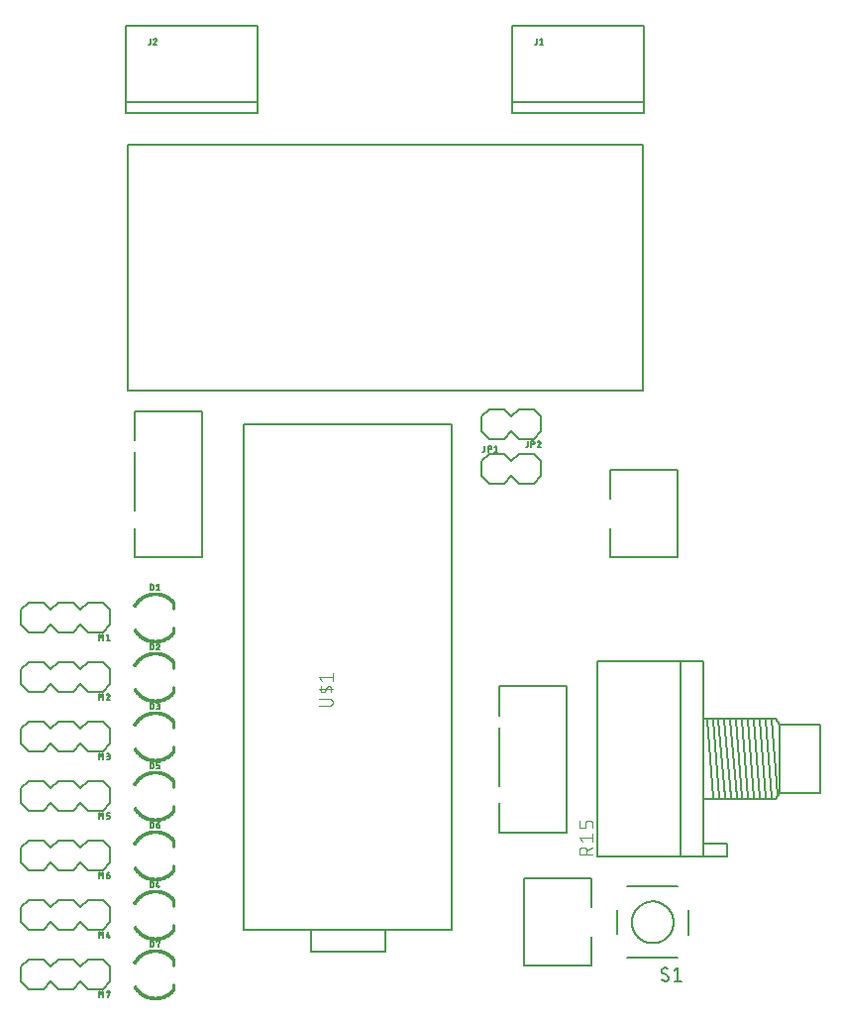
<source format=gbr>
G04 EAGLE Gerber X2 export*
%TF.Part,Single*%
%TF.FileFunction,Legend,Top,1*%
%TF.FilePolarity,Positive*%
%TF.GenerationSoftware,Autodesk,EAGLE,8.6.3*%
%TF.CreationDate,2018-11-13T19:06:48Z*%
G75*
%MOMM*%
%FSLAX34Y34*%
%LPD*%
%AMOC8*
5,1,8,0,0,1.08239X$1,22.5*%
G01*
%ADD10C,0.127000*%
%ADD11C,0.101600*%
%ADD12C,0.203200*%
%ADD13C,0.025400*%
%ADD14C,0.254000*%


D10*
X260350Y107950D02*
X260350Y539750D01*
X438150Y539750D02*
X438150Y107950D01*
X438150Y539750D02*
X260350Y539750D01*
X260350Y107950D02*
X317500Y107950D01*
X381000Y107950D01*
X438150Y107950D01*
X317500Y107950D02*
X317500Y88900D01*
X381000Y88900D02*
X381000Y107950D01*
X381000Y88900D02*
X317500Y88900D01*
D11*
X324358Y298958D02*
X332796Y298958D01*
X332909Y298960D01*
X333022Y298966D01*
X333135Y298976D01*
X333248Y298990D01*
X333360Y299007D01*
X333471Y299029D01*
X333581Y299054D01*
X333691Y299084D01*
X333799Y299117D01*
X333906Y299154D01*
X334012Y299194D01*
X334116Y299239D01*
X334219Y299287D01*
X334320Y299338D01*
X334419Y299393D01*
X334516Y299451D01*
X334611Y299513D01*
X334704Y299578D01*
X334794Y299646D01*
X334882Y299717D01*
X334968Y299792D01*
X335051Y299869D01*
X335131Y299949D01*
X335208Y300032D01*
X335283Y300118D01*
X335354Y300206D01*
X335422Y300296D01*
X335487Y300389D01*
X335549Y300484D01*
X335607Y300581D01*
X335662Y300680D01*
X335713Y300781D01*
X335761Y300884D01*
X335806Y300988D01*
X335846Y301094D01*
X335883Y301201D01*
X335916Y301309D01*
X335946Y301419D01*
X335971Y301529D01*
X335993Y301640D01*
X336010Y301752D01*
X336024Y301865D01*
X336034Y301978D01*
X336040Y302091D01*
X336042Y302204D01*
X336040Y302317D01*
X336034Y302430D01*
X336024Y302543D01*
X336010Y302656D01*
X335993Y302768D01*
X335971Y302879D01*
X335946Y302989D01*
X335916Y303099D01*
X335883Y303207D01*
X335846Y303314D01*
X335806Y303420D01*
X335761Y303524D01*
X335713Y303627D01*
X335662Y303728D01*
X335607Y303827D01*
X335549Y303924D01*
X335487Y304019D01*
X335422Y304112D01*
X335354Y304202D01*
X335283Y304290D01*
X335208Y304376D01*
X335131Y304459D01*
X335051Y304539D01*
X334968Y304616D01*
X334882Y304691D01*
X334794Y304762D01*
X334704Y304830D01*
X334611Y304895D01*
X334516Y304957D01*
X334419Y305015D01*
X334320Y305070D01*
X334219Y305121D01*
X334116Y305169D01*
X334012Y305214D01*
X333906Y305254D01*
X333799Y305291D01*
X333691Y305324D01*
X333581Y305354D01*
X333471Y305379D01*
X333360Y305401D01*
X333248Y305418D01*
X333135Y305432D01*
X333022Y305442D01*
X332909Y305448D01*
X332796Y305450D01*
X332796Y305449D02*
X324358Y305449D01*
X324358Y313253D02*
X336042Y313253D01*
X330200Y313253D02*
X329226Y311630D01*
X329227Y311629D02*
X329180Y311556D01*
X329131Y311485D01*
X329078Y311416D01*
X329022Y311349D01*
X328963Y311285D01*
X328902Y311223D01*
X328838Y311165D01*
X328771Y311109D01*
X328702Y311057D01*
X328630Y311007D01*
X328556Y310961D01*
X328481Y310918D01*
X328403Y310879D01*
X328324Y310843D01*
X328243Y310811D01*
X328161Y310782D01*
X328078Y310757D01*
X327994Y310736D01*
X327909Y310719D01*
X327823Y310705D01*
X327737Y310696D01*
X327650Y310690D01*
X327563Y310688D01*
X327476Y310690D01*
X327389Y310696D01*
X327303Y310706D01*
X327217Y310719D01*
X327132Y310737D01*
X327048Y310758D01*
X326965Y310783D01*
X326882Y310812D01*
X326802Y310844D01*
X326723Y310880D01*
X326645Y310919D01*
X326570Y310962D01*
X326496Y311009D01*
X326425Y311058D01*
X326355Y311111D01*
X326289Y311166D01*
X326225Y311225D01*
X326163Y311286D01*
X326104Y311350D01*
X326049Y311417D01*
X325996Y311486D01*
X325946Y311558D01*
X325900Y311631D01*
X325857Y311707D01*
X325818Y311784D01*
X325782Y311863D01*
X325749Y311944D01*
X325721Y312026D01*
X325695Y312109D01*
X325674Y312193D01*
X325657Y312278D01*
X325656Y312279D02*
X325632Y312419D01*
X325612Y312561D01*
X325596Y312702D01*
X325585Y312844D01*
X325577Y312987D01*
X325573Y313129D01*
X325572Y313272D01*
X325576Y313415D01*
X325584Y313557D01*
X325596Y313699D01*
X325612Y313841D01*
X325631Y313982D01*
X325655Y314123D01*
X325682Y314263D01*
X325714Y314402D01*
X325749Y314540D01*
X325788Y314678D01*
X325831Y314814D01*
X325877Y314948D01*
X325928Y315082D01*
X325981Y315214D01*
X326039Y315344D01*
X326100Y315473D01*
X326165Y315600D01*
X326233Y315726D01*
X326305Y315849D01*
X330200Y313253D02*
X331174Y314875D01*
X331173Y314876D02*
X331220Y314949D01*
X331269Y315020D01*
X331322Y315090D01*
X331378Y315156D01*
X331437Y315220D01*
X331498Y315282D01*
X331562Y315340D01*
X331629Y315396D01*
X331698Y315448D01*
X331770Y315498D01*
X331844Y315544D01*
X331919Y315587D01*
X331997Y315626D01*
X332076Y315662D01*
X332157Y315694D01*
X332239Y315723D01*
X332322Y315748D01*
X332406Y315769D01*
X332491Y315786D01*
X332577Y315800D01*
X332664Y315809D01*
X332750Y315815D01*
X332837Y315817D01*
X332924Y315815D01*
X333011Y315809D01*
X333097Y315799D01*
X333183Y315786D01*
X333268Y315768D01*
X333352Y315747D01*
X333435Y315722D01*
X333518Y315693D01*
X333598Y315661D01*
X333677Y315625D01*
X333755Y315586D01*
X333830Y315543D01*
X333904Y315496D01*
X333975Y315447D01*
X334045Y315394D01*
X334111Y315339D01*
X334175Y315280D01*
X334237Y315219D01*
X334296Y315154D01*
X334351Y315088D01*
X334404Y315019D01*
X334454Y314947D01*
X334500Y314874D01*
X334543Y314798D01*
X334582Y314721D01*
X334618Y314642D01*
X334651Y314561D01*
X334679Y314479D01*
X334705Y314396D01*
X334726Y314312D01*
X334743Y314226D01*
X334744Y314226D02*
X334768Y314086D01*
X334788Y313944D01*
X334804Y313803D01*
X334815Y313661D01*
X334823Y313518D01*
X334827Y313376D01*
X334828Y313233D01*
X334824Y313090D01*
X334816Y312948D01*
X334804Y312806D01*
X334788Y312664D01*
X334769Y312523D01*
X334745Y312382D01*
X334718Y312242D01*
X334686Y312103D01*
X334651Y311965D01*
X334612Y311827D01*
X334569Y311691D01*
X334523Y311557D01*
X334472Y311423D01*
X334419Y311291D01*
X334361Y311161D01*
X334300Y311032D01*
X334235Y310905D01*
X334167Y310779D01*
X334095Y310656D01*
X326954Y320675D02*
X324358Y323921D01*
X336042Y323921D01*
X336042Y327166D02*
X336042Y320675D01*
D12*
X469900Y514350D02*
X482600Y514350D01*
X488950Y508000D01*
X488950Y495300D02*
X482600Y488950D01*
X488950Y508000D02*
X495300Y514350D01*
X508000Y514350D01*
X514350Y508000D01*
X514350Y495300D02*
X508000Y488950D01*
X495300Y488950D01*
X488950Y495300D01*
X463550Y495300D02*
X463550Y508000D01*
X469900Y514350D01*
X463550Y495300D02*
X469900Y488950D01*
X482600Y488950D01*
X514350Y495300D02*
X514350Y508000D01*
D10*
X465794Y517327D02*
X465794Y521081D01*
X465793Y517327D02*
X465791Y517262D01*
X465785Y517198D01*
X465775Y517134D01*
X465762Y517070D01*
X465744Y517008D01*
X465723Y516947D01*
X465699Y516887D01*
X465670Y516829D01*
X465638Y516772D01*
X465603Y516718D01*
X465565Y516666D01*
X465523Y516616D01*
X465479Y516569D01*
X465432Y516525D01*
X465382Y516483D01*
X465330Y516445D01*
X465276Y516410D01*
X465219Y516378D01*
X465161Y516349D01*
X465101Y516325D01*
X465040Y516304D01*
X464978Y516286D01*
X464914Y516273D01*
X464850Y516263D01*
X464786Y516257D01*
X464721Y516255D01*
X464185Y516255D01*
X469071Y516255D02*
X469071Y521081D01*
X470412Y521081D01*
X470483Y521079D01*
X470555Y521073D01*
X470625Y521064D01*
X470695Y521051D01*
X470765Y521034D01*
X470833Y521013D01*
X470900Y520989D01*
X470966Y520961D01*
X471030Y520930D01*
X471093Y520895D01*
X471153Y520857D01*
X471212Y520816D01*
X471268Y520772D01*
X471322Y520725D01*
X471373Y520676D01*
X471421Y520623D01*
X471467Y520568D01*
X471509Y520511D01*
X471549Y520451D01*
X471585Y520390D01*
X471618Y520326D01*
X471647Y520261D01*
X471673Y520195D01*
X471696Y520127D01*
X471715Y520058D01*
X471730Y519988D01*
X471741Y519918D01*
X471749Y519847D01*
X471753Y519776D01*
X471753Y519704D01*
X471749Y519633D01*
X471741Y519562D01*
X471730Y519492D01*
X471715Y519422D01*
X471696Y519353D01*
X471673Y519285D01*
X471647Y519219D01*
X471618Y519154D01*
X471585Y519090D01*
X471549Y519029D01*
X471509Y518969D01*
X471467Y518912D01*
X471421Y518857D01*
X471373Y518804D01*
X471322Y518755D01*
X471268Y518708D01*
X471212Y518664D01*
X471153Y518623D01*
X471093Y518585D01*
X471030Y518550D01*
X470966Y518519D01*
X470900Y518491D01*
X470833Y518467D01*
X470765Y518446D01*
X470695Y518429D01*
X470625Y518416D01*
X470555Y518407D01*
X470483Y518401D01*
X470412Y518399D01*
X470412Y518400D02*
X469071Y518400D01*
X474228Y520009D02*
X475569Y521081D01*
X475569Y516255D01*
X476909Y516255D02*
X474228Y516255D01*
X478150Y215900D02*
X478150Y190900D01*
X535650Y190900D01*
X535650Y315900D01*
X478150Y315900D01*
X478150Y290900D01*
X478150Y280900D02*
X478150Y230900D01*
X167000Y425850D02*
X167000Y450850D01*
X167000Y425850D02*
X224500Y425850D01*
X224500Y550850D01*
X167000Y550850D01*
X167000Y525850D01*
X167000Y515850D02*
X167000Y465850D01*
D12*
X489700Y880200D02*
X601700Y880200D01*
X601700Y815200D01*
X601700Y805200D01*
X489700Y805200D01*
X489700Y815200D01*
X489700Y880200D01*
X489700Y815200D02*
X601700Y815200D01*
D10*
X510244Y865307D02*
X510244Y869061D01*
X510243Y865307D02*
X510241Y865242D01*
X510235Y865178D01*
X510225Y865114D01*
X510212Y865050D01*
X510194Y864988D01*
X510173Y864927D01*
X510149Y864867D01*
X510120Y864809D01*
X510088Y864752D01*
X510053Y864698D01*
X510015Y864646D01*
X509973Y864596D01*
X509929Y864549D01*
X509882Y864505D01*
X509832Y864463D01*
X509780Y864425D01*
X509726Y864390D01*
X509669Y864358D01*
X509611Y864329D01*
X509551Y864305D01*
X509490Y864284D01*
X509428Y864266D01*
X509364Y864253D01*
X509300Y864243D01*
X509236Y864237D01*
X509171Y864235D01*
X508635Y864235D01*
X513192Y867989D02*
X514532Y869061D01*
X514532Y864235D01*
X513192Y864235D02*
X515873Y864235D01*
D12*
X95250Y368300D02*
X88900Y361950D01*
X76200Y361950D01*
X69850Y368300D01*
X69850Y381000D02*
X76200Y387350D01*
X88900Y387350D01*
X95250Y381000D01*
X127000Y361950D02*
X139700Y361950D01*
X127000Y361950D02*
X120650Y368300D01*
X120650Y381000D02*
X127000Y387350D01*
X120650Y368300D02*
X114300Y361950D01*
X101600Y361950D01*
X95250Y368300D01*
X95250Y381000D02*
X101600Y387350D01*
X114300Y387350D01*
X120650Y381000D01*
X146050Y381000D02*
X146050Y368300D01*
X139700Y361950D01*
X146050Y381000D02*
X139700Y387350D01*
X127000Y387350D01*
X69850Y381000D02*
X69850Y368300D01*
D10*
X136431Y360045D02*
X136431Y355219D01*
X138039Y357364D02*
X136431Y360045D01*
X138039Y357364D02*
X139648Y360045D01*
X139648Y355219D01*
X142734Y358973D02*
X144074Y360045D01*
X144074Y355219D01*
X142734Y355219D02*
X145415Y355219D01*
X601000Y568100D02*
X601000Y778100D01*
X161000Y778100D01*
X161000Y568100D01*
X601000Y568100D01*
D13*
X200556Y388488D02*
X198800Y387024D01*
X198800Y387025D02*
X198499Y387372D01*
X198190Y387712D01*
X197873Y388045D01*
X197548Y388370D01*
X197216Y388687D01*
X196876Y388996D01*
X196528Y389297D01*
X196174Y389590D01*
X195812Y389873D01*
X195444Y390148D01*
X195069Y390415D01*
X194688Y390672D01*
X194301Y390920D01*
X193909Y391158D01*
X193510Y391387D01*
X193106Y391607D01*
X192698Y391817D01*
X192284Y392017D01*
X191865Y392207D01*
X191442Y392386D01*
X191015Y392556D01*
X190584Y392715D01*
X190149Y392864D01*
X189711Y393003D01*
X189270Y393131D01*
X188825Y393248D01*
X188378Y393355D01*
X187929Y393451D01*
X187477Y393536D01*
X187024Y393610D01*
X186568Y393674D01*
X186112Y393726D01*
X185654Y393768D01*
X185196Y393798D01*
X184736Y393818D01*
X184277Y393827D01*
X184276Y396112D01*
X184277Y396113D01*
X184792Y396103D01*
X185307Y396082D01*
X185821Y396048D01*
X186334Y396002D01*
X186846Y395943D01*
X187356Y395872D01*
X187865Y395789D01*
X188371Y395694D01*
X188875Y395586D01*
X189376Y395467D01*
X189874Y395336D01*
X190369Y395192D01*
X190860Y395037D01*
X191348Y394870D01*
X191831Y394691D01*
X192310Y394501D01*
X192784Y394300D01*
X193253Y394087D01*
X193717Y393863D01*
X194176Y393628D01*
X194628Y393381D01*
X195075Y393125D01*
X195515Y392857D01*
X195949Y392579D01*
X196376Y392291D01*
X196796Y391992D01*
X197208Y391683D01*
X197614Y391365D01*
X198011Y391037D01*
X198400Y390700D01*
X198781Y390353D01*
X199154Y389997D01*
X199518Y389633D01*
X199873Y389260D01*
X200219Y388878D01*
X200556Y388488D01*
X200372Y388334D01*
X200039Y388720D01*
X199697Y389097D01*
X199345Y389466D01*
X198985Y389826D01*
X198617Y390178D01*
X198240Y390521D01*
X197855Y390854D01*
X197462Y391179D01*
X197062Y391493D01*
X196654Y391798D01*
X196239Y392094D01*
X195817Y392379D01*
X195388Y392654D01*
X194952Y392918D01*
X194511Y393172D01*
X194063Y393415D01*
X193610Y393648D01*
X193152Y393869D01*
X192688Y394080D01*
X192219Y394279D01*
X191745Y394467D01*
X191268Y394644D01*
X190786Y394809D01*
X190300Y394962D01*
X189811Y395104D01*
X189318Y395234D01*
X188823Y395352D01*
X188325Y395458D01*
X187824Y395553D01*
X187321Y395635D01*
X186817Y395705D01*
X186311Y395763D01*
X185803Y395808D01*
X185295Y395842D01*
X184786Y395863D01*
X184277Y395873D01*
X184277Y395633D01*
X184780Y395624D01*
X185283Y395602D01*
X185786Y395569D01*
X186287Y395524D01*
X186788Y395467D01*
X187286Y395397D01*
X187783Y395316D01*
X188278Y395223D01*
X188771Y395118D01*
X189260Y395001D01*
X189747Y394873D01*
X190231Y394733D01*
X190711Y394581D01*
X191187Y394418D01*
X191660Y394243D01*
X192128Y394057D01*
X192591Y393860D01*
X193050Y393652D01*
X193503Y393433D01*
X193951Y393203D01*
X194394Y392963D01*
X194830Y392712D01*
X195260Y392450D01*
X195684Y392178D01*
X196102Y391897D01*
X196512Y391605D01*
X196915Y391303D01*
X197311Y390992D01*
X197700Y390672D01*
X198080Y390342D01*
X198453Y390003D01*
X198817Y389656D01*
X199173Y389299D01*
X199520Y388935D01*
X199858Y388562D01*
X200188Y388181D01*
X200003Y388027D01*
X199678Y388404D01*
X199343Y388772D01*
X199000Y389133D01*
X198648Y389485D01*
X198288Y389828D01*
X197920Y390163D01*
X197544Y390489D01*
X197160Y390806D01*
X196769Y391113D01*
X196370Y391411D01*
X195964Y391700D01*
X195552Y391978D01*
X195133Y392247D01*
X194708Y392505D01*
X194276Y392753D01*
X193839Y392991D01*
X193396Y393218D01*
X192948Y393435D01*
X192495Y393640D01*
X192037Y393835D01*
X191574Y394019D01*
X191107Y394191D01*
X190636Y394353D01*
X190162Y394503D01*
X189684Y394641D01*
X189203Y394768D01*
X188719Y394884D01*
X188232Y394987D01*
X187743Y395080D01*
X187251Y395160D01*
X186759Y395228D01*
X186264Y395285D01*
X185768Y395330D01*
X185272Y395363D01*
X184774Y395384D01*
X184277Y395393D01*
X184277Y395153D01*
X184769Y395144D01*
X185260Y395123D01*
X185751Y395090D01*
X186241Y395046D01*
X186729Y394990D01*
X187217Y394922D01*
X187702Y394843D01*
X188185Y394752D01*
X188666Y394649D01*
X189145Y394535D01*
X189620Y394410D01*
X190093Y394273D01*
X190562Y394125D01*
X191027Y393965D01*
X191488Y393795D01*
X191946Y393613D01*
X192398Y393421D01*
X192846Y393217D01*
X193289Y393004D01*
X193727Y392779D01*
X194159Y392544D01*
X194585Y392299D01*
X195005Y392043D01*
X195420Y391778D01*
X195827Y391503D01*
X196228Y391218D01*
X196622Y390923D01*
X197009Y390619D01*
X197388Y390306D01*
X197760Y389984D01*
X198124Y389653D01*
X198480Y389314D01*
X198827Y388966D01*
X199167Y388610D01*
X199497Y388246D01*
X199819Y387873D01*
X199634Y387720D01*
X199317Y388087D01*
X198990Y388447D01*
X198655Y388799D01*
X198311Y389143D01*
X197960Y389479D01*
X197600Y389805D01*
X197233Y390124D01*
X196858Y390433D01*
X196475Y390733D01*
X196086Y391024D01*
X195690Y391306D01*
X195287Y391578D01*
X194878Y391840D01*
X194463Y392092D01*
X194041Y392335D01*
X193614Y392567D01*
X193182Y392789D01*
X192744Y393000D01*
X192302Y393201D01*
X191854Y393391D01*
X191403Y393571D01*
X190947Y393739D01*
X190487Y393897D01*
X190024Y394043D01*
X189557Y394178D01*
X189087Y394302D01*
X188614Y394415D01*
X188139Y394517D01*
X187661Y394606D01*
X187182Y394685D01*
X186700Y394752D01*
X186217Y394807D01*
X185733Y394851D01*
X185248Y394883D01*
X184763Y394904D01*
X184277Y394913D01*
X184277Y394673D01*
X184757Y394664D01*
X185237Y394643D01*
X185716Y394612D01*
X186194Y394568D01*
X186671Y394514D01*
X187147Y394447D01*
X187621Y394370D01*
X188092Y394281D01*
X188562Y394181D01*
X189029Y394069D01*
X189493Y393947D01*
X189955Y393813D01*
X190412Y393668D01*
X190867Y393513D01*
X191317Y393346D01*
X191763Y393169D01*
X192205Y392981D01*
X192643Y392783D01*
X193075Y392574D01*
X193502Y392355D01*
X193924Y392125D01*
X194340Y391886D01*
X194751Y391637D01*
X195155Y391378D01*
X195553Y391109D01*
X195944Y390831D01*
X196329Y390543D01*
X196707Y390247D01*
X197077Y389941D01*
X197440Y389627D01*
X197795Y389304D01*
X198143Y388972D01*
X198482Y388633D01*
X198813Y388285D01*
X199136Y387929D01*
X199450Y387566D01*
X199266Y387413D01*
X198955Y387771D01*
X198637Y388122D01*
X198309Y388466D01*
X197974Y388801D01*
X197631Y389129D01*
X197280Y389448D01*
X196921Y389758D01*
X196555Y390060D01*
X196182Y390353D01*
X195802Y390637D01*
X195416Y390912D01*
X195023Y391177D01*
X194623Y391433D01*
X194218Y391680D01*
X193807Y391916D01*
X193390Y392143D01*
X192968Y392359D01*
X192541Y392565D01*
X192109Y392761D01*
X191672Y392947D01*
X191231Y393122D01*
X190787Y393287D01*
X190338Y393440D01*
X189886Y393583D01*
X189430Y393715D01*
X188971Y393837D01*
X188510Y393947D01*
X188046Y394046D01*
X187580Y394133D01*
X187112Y394210D01*
X186642Y394275D01*
X186171Y394330D01*
X185698Y394372D01*
X185225Y394404D01*
X184751Y394424D01*
X184277Y394433D01*
X184277Y394193D01*
X184745Y394184D01*
X185213Y394164D01*
X185681Y394133D01*
X186147Y394091D01*
X186613Y394037D01*
X187077Y393973D01*
X187539Y393897D01*
X188000Y393810D01*
X188458Y393712D01*
X188914Y393604D01*
X189366Y393484D01*
X189816Y393353D01*
X190263Y393212D01*
X190706Y393060D01*
X191146Y392898D01*
X191581Y392725D01*
X192012Y392542D01*
X192439Y392348D01*
X192861Y392144D01*
X193278Y391930D01*
X193689Y391707D01*
X194095Y391473D01*
X194496Y391230D01*
X194890Y390977D01*
X195279Y390715D01*
X195660Y390444D01*
X196036Y390163D01*
X196404Y389874D01*
X196766Y389576D01*
X197120Y389269D01*
X197466Y388954D01*
X197806Y388631D01*
X198137Y388299D01*
X198460Y387960D01*
X198775Y387613D01*
X199081Y387259D01*
X198897Y387105D01*
X198594Y387455D01*
X198283Y387798D01*
X197964Y388133D01*
X197637Y388460D01*
X197302Y388779D01*
X196960Y389090D01*
X196610Y389393D01*
X196253Y389687D01*
X195889Y389973D01*
X195519Y390250D01*
X195141Y390518D01*
X194758Y390777D01*
X194368Y391027D01*
X193973Y391267D01*
X193572Y391497D01*
X193165Y391718D01*
X192754Y391929D01*
X192337Y392131D01*
X191916Y392322D01*
X191490Y392503D01*
X191060Y392674D01*
X190626Y392834D01*
X190188Y392984D01*
X189747Y393124D01*
X189303Y393252D01*
X188856Y393371D01*
X188406Y393478D01*
X187953Y393575D01*
X187499Y393660D01*
X187042Y393735D01*
X186584Y393799D01*
X186124Y393852D01*
X185663Y393894D01*
X185202Y393924D01*
X184739Y393944D01*
X184277Y393953D01*
X184024Y396112D02*
X184024Y393826D01*
X184023Y393827D02*
X183558Y393818D01*
X183093Y393798D01*
X182629Y393767D01*
X182166Y393724D01*
X181704Y393670D01*
X181243Y393605D01*
X180784Y393529D01*
X180327Y393442D01*
X179872Y393344D01*
X179420Y393234D01*
X178970Y393114D01*
X178524Y392983D01*
X178081Y392841D01*
X177641Y392688D01*
X177206Y392525D01*
X176774Y392351D01*
X176347Y392167D01*
X175924Y391973D01*
X175506Y391768D01*
X175093Y391553D01*
X174686Y391328D01*
X174284Y391094D01*
X173888Y390850D01*
X173498Y390596D01*
X173114Y390333D01*
X172737Y390060D01*
X172367Y389779D01*
X172003Y389489D01*
X171647Y389190D01*
X171298Y388882D01*
X170956Y388566D01*
X170622Y388242D01*
X170297Y387909D01*
X169979Y387569D01*
X169670Y387222D01*
X169369Y386867D01*
X169077Y386505D01*
X168794Y386135D01*
X168520Y385759D01*
X168255Y385377D01*
X167999Y384988D01*
X167753Y384593D01*
X167517Y384192D01*
X167290Y383786D01*
X165273Y384861D01*
X165273Y384862D01*
X165527Y385317D01*
X165791Y385767D01*
X166067Y386209D01*
X166353Y386645D01*
X166650Y387074D01*
X166956Y387496D01*
X167274Y387910D01*
X167601Y388316D01*
X167938Y388714D01*
X168284Y389103D01*
X168640Y389485D01*
X169005Y389857D01*
X169379Y390220D01*
X169761Y390575D01*
X170152Y390920D01*
X170552Y391255D01*
X170959Y391580D01*
X171374Y391896D01*
X171797Y392201D01*
X172227Y392496D01*
X172664Y392780D01*
X173108Y393054D01*
X173558Y393317D01*
X174015Y393569D01*
X174477Y393809D01*
X174946Y394039D01*
X175419Y394257D01*
X175898Y394463D01*
X176382Y394658D01*
X176870Y394840D01*
X177363Y395011D01*
X177860Y395170D01*
X178360Y395317D01*
X178864Y395452D01*
X179371Y395574D01*
X179880Y395684D01*
X180393Y395781D01*
X180907Y395866D01*
X181424Y395939D01*
X181941Y395999D01*
X182461Y396046D01*
X182981Y396081D01*
X183502Y396103D01*
X184023Y396113D01*
X184023Y395873D01*
X183508Y395863D01*
X182993Y395841D01*
X182478Y395807D01*
X181965Y395760D01*
X181453Y395701D01*
X180942Y395629D01*
X180434Y395545D01*
X179927Y395448D01*
X179423Y395340D01*
X178922Y395219D01*
X178424Y395086D01*
X177929Y394941D01*
X177438Y394783D01*
X176951Y394614D01*
X176469Y394434D01*
X175990Y394241D01*
X175517Y394037D01*
X175048Y393822D01*
X174585Y393595D01*
X174128Y393357D01*
X173677Y393108D01*
X173231Y392848D01*
X172793Y392578D01*
X172360Y392297D01*
X171935Y392005D01*
X171517Y391703D01*
X171107Y391391D01*
X170704Y391069D01*
X170309Y390738D01*
X169923Y390397D01*
X169544Y390047D01*
X169175Y389687D01*
X168814Y389319D01*
X168462Y388942D01*
X168119Y388557D01*
X167786Y388163D01*
X167463Y387762D01*
X167149Y387353D01*
X166846Y386936D01*
X166553Y386512D01*
X166270Y386081D01*
X165997Y385643D01*
X165736Y385199D01*
X165485Y384749D01*
X165696Y384636D01*
X165944Y385081D01*
X166203Y385520D01*
X166472Y385953D01*
X166752Y386379D01*
X167042Y386798D01*
X167342Y387210D01*
X167652Y387614D01*
X167972Y388011D01*
X168301Y388400D01*
X168640Y388781D01*
X168988Y389154D01*
X169344Y389518D01*
X169710Y389873D01*
X170084Y390219D01*
X170466Y390556D01*
X170856Y390884D01*
X171255Y391202D01*
X171660Y391510D01*
X172074Y391809D01*
X172494Y392097D01*
X172921Y392375D01*
X173355Y392643D01*
X173795Y392899D01*
X174241Y393146D01*
X174693Y393381D01*
X175151Y393605D01*
X175614Y393818D01*
X176082Y394020D01*
X176555Y394210D01*
X177032Y394389D01*
X177514Y394556D01*
X177999Y394711D01*
X178488Y394854D01*
X178981Y394986D01*
X179476Y395106D01*
X179974Y395213D01*
X180475Y395308D01*
X180978Y395392D01*
X181482Y395463D01*
X181989Y395521D01*
X182496Y395568D01*
X183005Y395602D01*
X183514Y395623D01*
X184023Y395633D01*
X184023Y395393D01*
X183520Y395383D01*
X183016Y395362D01*
X182514Y395328D01*
X182012Y395282D01*
X181512Y395224D01*
X181013Y395154D01*
X180516Y395072D01*
X180021Y394978D01*
X179529Y394871D01*
X179039Y394753D01*
X178552Y394623D01*
X178069Y394481D01*
X177589Y394328D01*
X177113Y394163D01*
X176641Y393986D01*
X176174Y393798D01*
X175712Y393599D01*
X175254Y393388D01*
X174801Y393166D01*
X174355Y392934D01*
X173913Y392691D01*
X173478Y392437D01*
X173050Y392172D01*
X172627Y391898D01*
X172212Y391613D01*
X171804Y391318D01*
X171402Y391013D01*
X171009Y390699D01*
X170623Y390375D01*
X170245Y390042D01*
X169875Y389699D01*
X169514Y389348D01*
X169162Y388988D01*
X168818Y388620D01*
X168483Y388244D01*
X168158Y387859D01*
X167842Y387467D01*
X167535Y387067D01*
X167239Y386660D01*
X166952Y386246D01*
X166675Y385825D01*
X166409Y385397D01*
X166153Y384963D01*
X165908Y384523D01*
X166120Y384410D01*
X166362Y384845D01*
X166615Y385274D01*
X166878Y385696D01*
X167152Y386113D01*
X167435Y386522D01*
X167728Y386924D01*
X168031Y387319D01*
X168343Y387707D01*
X168665Y388087D01*
X168996Y388459D01*
X169336Y388823D01*
X169684Y389179D01*
X170041Y389526D01*
X170406Y389864D01*
X170780Y390193D01*
X171161Y390513D01*
X171550Y390824D01*
X171947Y391125D01*
X172350Y391416D01*
X172761Y391698D01*
X173178Y391970D01*
X173602Y392231D01*
X174032Y392482D01*
X174468Y392722D01*
X174909Y392952D01*
X175357Y393171D01*
X175809Y393379D01*
X176266Y393576D01*
X176728Y393762D01*
X177194Y393937D01*
X177664Y394100D01*
X178139Y394252D01*
X178616Y394392D01*
X179097Y394520D01*
X179581Y394637D01*
X180068Y394742D01*
X180557Y394836D01*
X181048Y394917D01*
X181541Y394986D01*
X182036Y395044D01*
X182531Y395089D01*
X183028Y395122D01*
X183526Y395143D01*
X184023Y395153D01*
X184023Y394913D01*
X183532Y394904D01*
X183040Y394883D01*
X182549Y394850D01*
X182059Y394805D01*
X181571Y394748D01*
X181083Y394679D01*
X180598Y394599D01*
X180115Y394507D01*
X179634Y394403D01*
X179156Y394288D01*
X178680Y394161D01*
X178208Y394022D01*
X177740Y393872D01*
X177275Y393711D01*
X176814Y393538D01*
X176358Y393354D01*
X175906Y393160D01*
X175459Y392954D01*
X175017Y392738D01*
X174581Y392511D01*
X174150Y392273D01*
X173725Y392025D01*
X173307Y391767D01*
X172894Y391499D01*
X172489Y391220D01*
X172090Y390932D01*
X171698Y390635D01*
X171314Y390328D01*
X170937Y390011D01*
X170568Y389686D01*
X170207Y389352D01*
X169854Y389009D01*
X169509Y388658D01*
X169174Y388298D01*
X168847Y387930D01*
X168529Y387555D01*
X168220Y387172D01*
X167921Y386782D01*
X167631Y386384D01*
X167351Y385979D01*
X167081Y385568D01*
X166821Y385151D01*
X166571Y384727D01*
X166332Y384297D01*
X166544Y384184D01*
X166780Y384609D01*
X167027Y385027D01*
X167284Y385440D01*
X167551Y385846D01*
X167828Y386246D01*
X168114Y386639D01*
X168410Y387024D01*
X168715Y387403D01*
X169029Y387774D01*
X169352Y388137D01*
X169683Y388492D01*
X170024Y388839D01*
X170372Y389178D01*
X170729Y389508D01*
X171094Y389830D01*
X171466Y390142D01*
X171846Y390446D01*
X172233Y390740D01*
X172627Y391024D01*
X173028Y391299D01*
X173435Y391564D01*
X173849Y391819D01*
X174269Y392064D01*
X174694Y392299D01*
X175125Y392523D01*
X175562Y392737D01*
X176004Y392940D01*
X176450Y393133D01*
X176901Y393314D01*
X177356Y393485D01*
X177815Y393644D01*
X178278Y393792D01*
X178744Y393929D01*
X179214Y394055D01*
X179687Y394169D01*
X180162Y394272D01*
X180639Y394363D01*
X181119Y394442D01*
X181600Y394510D01*
X182083Y394566D01*
X182567Y394610D01*
X183052Y394643D01*
X183537Y394664D01*
X184023Y394673D01*
X184023Y394433D01*
X183543Y394424D01*
X183064Y394403D01*
X182585Y394371D01*
X182106Y394327D01*
X181629Y394272D01*
X181154Y394205D01*
X180680Y394126D01*
X180209Y394036D01*
X179739Y393935D01*
X179272Y393822D01*
X178809Y393698D01*
X178348Y393563D01*
X177891Y393416D01*
X177437Y393259D01*
X176987Y393090D01*
X176542Y392911D01*
X176101Y392721D01*
X175665Y392520D01*
X175233Y392309D01*
X174807Y392087D01*
X174387Y391856D01*
X173972Y391614D01*
X173564Y391361D01*
X173161Y391100D01*
X172765Y390828D01*
X172376Y390547D01*
X171993Y390256D01*
X171618Y389957D01*
X171250Y389648D01*
X170890Y389331D01*
X170538Y389004D01*
X170194Y388670D01*
X169857Y388327D01*
X169530Y387976D01*
X169211Y387617D01*
X168900Y387251D01*
X168599Y386877D01*
X168307Y386496D01*
X168024Y386108D01*
X167751Y385713D01*
X167487Y385312D01*
X167233Y384904D01*
X166989Y384491D01*
X166755Y384071D01*
X166967Y383958D01*
X167198Y384372D01*
X167439Y384781D01*
X167690Y385184D01*
X167950Y385580D01*
X168220Y385970D01*
X168500Y386353D01*
X168788Y386729D01*
X169086Y387099D01*
X169392Y387461D01*
X169708Y387815D01*
X170031Y388162D01*
X170363Y388500D01*
X170704Y388831D01*
X171052Y389153D01*
X171407Y389467D01*
X171771Y389771D01*
X172141Y390067D01*
X172519Y390354D01*
X172903Y390632D01*
X173295Y390900D01*
X173692Y391159D01*
X174096Y391408D01*
X174505Y391647D01*
X174921Y391876D01*
X175341Y392095D01*
X175767Y392303D01*
X176198Y392502D01*
X176634Y392689D01*
X177074Y392867D01*
X177518Y393033D01*
X177966Y393188D01*
X178418Y393333D01*
X178873Y393467D01*
X179331Y393589D01*
X179792Y393701D01*
X180255Y393801D01*
X180721Y393890D01*
X181189Y393967D01*
X181659Y394033D01*
X182130Y394088D01*
X182602Y394132D01*
X183075Y394163D01*
X183549Y394184D01*
X184023Y394193D01*
X184023Y393953D01*
X183555Y393944D01*
X183087Y393924D01*
X182620Y393892D01*
X182153Y393849D01*
X181688Y393795D01*
X181224Y393730D01*
X180762Y393653D01*
X180302Y393565D01*
X179844Y393466D01*
X179389Y393356D01*
X178937Y393235D01*
X178487Y393103D01*
X178041Y392961D01*
X177599Y392807D01*
X177160Y392643D01*
X176726Y392468D01*
X176296Y392282D01*
X175870Y392087D01*
X175449Y391880D01*
X175034Y391664D01*
X174624Y391438D01*
X174219Y391202D01*
X173821Y390956D01*
X173428Y390701D01*
X173042Y390436D01*
X172662Y390162D01*
X172289Y389878D01*
X171923Y389586D01*
X171564Y389285D01*
X171213Y388975D01*
X170869Y388657D01*
X170533Y388331D01*
X170205Y387996D01*
X169886Y387654D01*
X169574Y387304D01*
X169271Y386947D01*
X168978Y386582D01*
X168692Y386210D01*
X168417Y385832D01*
X168150Y385447D01*
X167893Y385055D01*
X167645Y384658D01*
X167407Y384254D01*
X167179Y383845D01*
X184276Y353188D02*
X184276Y355474D01*
X184277Y355473D02*
X184745Y355482D01*
X185213Y355503D01*
X185681Y355534D01*
X186148Y355577D01*
X186613Y355632D01*
X187077Y355698D01*
X187539Y355775D01*
X187999Y355863D01*
X188457Y355963D01*
X188913Y356074D01*
X189365Y356196D01*
X189814Y356329D01*
X190260Y356473D01*
X190703Y356627D01*
X191141Y356793D01*
X191575Y356969D01*
X192005Y357156D01*
X192430Y357353D01*
X192850Y357560D01*
X193265Y357778D01*
X193675Y358006D01*
X194079Y358243D01*
X194477Y358491D01*
X194868Y358748D01*
X195254Y359015D01*
X195633Y359291D01*
X196004Y359576D01*
X196369Y359870D01*
X196727Y360173D01*
X197077Y360485D01*
X197419Y360805D01*
X197753Y361133D01*
X198079Y361469D01*
X198397Y361814D01*
X198707Y362166D01*
X200451Y360689D01*
X200452Y360689D01*
X200105Y360294D01*
X199749Y359908D01*
X199384Y359531D01*
X199009Y359162D01*
X198626Y358803D01*
X198233Y358454D01*
X197833Y358114D01*
X197424Y357784D01*
X197007Y357464D01*
X196583Y357155D01*
X196151Y356856D01*
X195712Y356567D01*
X195266Y356290D01*
X194813Y356023D01*
X194354Y355768D01*
X193889Y355524D01*
X193418Y355291D01*
X192941Y355070D01*
X192459Y354861D01*
X191972Y354663D01*
X191481Y354478D01*
X190985Y354304D01*
X190485Y354143D01*
X189981Y353994D01*
X189474Y353858D01*
X188963Y353734D01*
X188450Y353622D01*
X187934Y353523D01*
X187416Y353437D01*
X186896Y353363D01*
X186374Y353303D01*
X185851Y353255D01*
X185327Y353219D01*
X184802Y353197D01*
X184277Y353187D01*
X184277Y353427D01*
X184796Y353437D01*
X185315Y353459D01*
X185833Y353494D01*
X186350Y353541D01*
X186866Y353602D01*
X187380Y353674D01*
X187893Y353760D01*
X188403Y353857D01*
X188910Y353968D01*
X189415Y354090D01*
X189917Y354225D01*
X190415Y354373D01*
X190909Y354532D01*
X191399Y354703D01*
X191885Y354887D01*
X192366Y355082D01*
X192843Y355289D01*
X193314Y355507D01*
X193780Y355737D01*
X194240Y355979D01*
X194693Y356231D01*
X195141Y356495D01*
X195582Y356769D01*
X196016Y357054D01*
X196443Y357350D01*
X196863Y357656D01*
X197275Y357972D01*
X197679Y358298D01*
X198075Y358634D01*
X198463Y358980D01*
X198842Y359335D01*
X199212Y359699D01*
X199574Y360072D01*
X199926Y360454D01*
X200269Y360844D01*
X200085Y360999D01*
X199747Y360613D01*
X199399Y360236D01*
X199041Y359867D01*
X198675Y359507D01*
X198300Y359156D01*
X197917Y358815D01*
X197525Y358483D01*
X197126Y358160D01*
X196719Y357848D01*
X196304Y357545D01*
X195882Y357253D01*
X195452Y356971D01*
X195016Y356700D01*
X194574Y356439D01*
X194125Y356190D01*
X193671Y355951D01*
X193210Y355724D01*
X192745Y355508D01*
X192274Y355303D01*
X191798Y355110D01*
X191317Y354929D01*
X190833Y354760D01*
X190344Y354602D01*
X189852Y354457D01*
X189356Y354323D01*
X188857Y354202D01*
X188355Y354093D01*
X187851Y353996D01*
X187345Y353912D01*
X186836Y353840D01*
X186326Y353780D01*
X185815Y353733D01*
X185303Y353699D01*
X184790Y353677D01*
X184277Y353667D01*
X184277Y353907D01*
X184784Y353917D01*
X185291Y353938D01*
X185797Y353973D01*
X186303Y354019D01*
X186807Y354078D01*
X187309Y354149D01*
X187810Y354232D01*
X188308Y354328D01*
X188804Y354436D01*
X189297Y354556D01*
X189787Y354688D01*
X190274Y354832D01*
X190757Y354987D01*
X191236Y355155D01*
X191711Y355334D01*
X192181Y355525D01*
X192646Y355727D01*
X193107Y355940D01*
X193562Y356165D01*
X194011Y356401D01*
X194455Y356648D01*
X194892Y356905D01*
X195323Y357173D01*
X195747Y357452D01*
X196164Y357740D01*
X196574Y358039D01*
X196977Y358348D01*
X197372Y358667D01*
X197759Y358995D01*
X198138Y359333D01*
X198508Y359680D01*
X198870Y360035D01*
X199223Y360400D01*
X199567Y360773D01*
X199902Y361154D01*
X199719Y361309D01*
X199388Y360932D01*
X199048Y360564D01*
X198699Y360204D01*
X198341Y359852D01*
X197975Y359509D01*
X197601Y359176D01*
X197218Y358851D01*
X196828Y358536D01*
X196430Y358231D01*
X196025Y357936D01*
X195612Y357650D01*
X195193Y357375D01*
X194767Y357110D01*
X194335Y356856D01*
X193897Y356612D01*
X193453Y356379D01*
X193003Y356157D01*
X192548Y355946D01*
X192088Y355746D01*
X191623Y355558D01*
X191154Y355380D01*
X190681Y355215D01*
X190203Y355061D01*
X189722Y354919D01*
X189238Y354788D01*
X188751Y354670D01*
X188261Y354563D01*
X187768Y354469D01*
X187274Y354386D01*
X186777Y354316D01*
X186279Y354258D01*
X185779Y354212D01*
X185279Y354178D01*
X184778Y354157D01*
X184277Y354147D01*
X184277Y354387D01*
X184772Y354397D01*
X185267Y354418D01*
X185762Y354451D01*
X186255Y354497D01*
X186747Y354554D01*
X187238Y354624D01*
X187727Y354705D01*
X188213Y354799D01*
X188698Y354904D01*
X189179Y355021D01*
X189658Y355150D01*
X190133Y355290D01*
X190605Y355443D01*
X191072Y355606D01*
X191536Y355781D01*
X191995Y355967D01*
X192450Y356165D01*
X192899Y356373D01*
X193344Y356593D01*
X193782Y356823D01*
X194216Y357064D01*
X194643Y357315D01*
X195063Y357577D01*
X195478Y357849D01*
X195885Y358131D01*
X196286Y358423D01*
X196679Y358725D01*
X197064Y359036D01*
X197442Y359356D01*
X197812Y359686D01*
X198174Y360024D01*
X198528Y360372D01*
X198873Y360728D01*
X199209Y361092D01*
X199536Y361464D01*
X199353Y361619D01*
X199029Y361251D01*
X198697Y360892D01*
X198357Y360540D01*
X198007Y360197D01*
X197650Y359862D01*
X197284Y359537D01*
X196911Y359220D01*
X196530Y358913D01*
X196141Y358615D01*
X195746Y358326D01*
X195343Y358048D01*
X194934Y357779D01*
X194518Y357520D01*
X194096Y357272D01*
X193668Y357034D01*
X193235Y356807D01*
X192796Y356590D01*
X192351Y356384D01*
X191902Y356189D01*
X191449Y356005D01*
X190991Y355832D01*
X190529Y355670D01*
X190063Y355520D01*
X189593Y355381D01*
X189120Y355254D01*
X188645Y355138D01*
X188166Y355034D01*
X187685Y354942D01*
X187202Y354861D01*
X186718Y354792D01*
X186231Y354735D01*
X185744Y354691D01*
X185255Y354658D01*
X184766Y354636D01*
X184277Y354627D01*
X184277Y354867D01*
X184760Y354876D01*
X185243Y354897D01*
X185726Y354930D01*
X186208Y354974D01*
X186688Y355030D01*
X187167Y355098D01*
X187644Y355178D01*
X188119Y355269D01*
X188591Y355372D01*
X189061Y355486D01*
X189528Y355612D01*
X189992Y355749D01*
X190452Y355898D01*
X190909Y356057D01*
X191361Y356228D01*
X191810Y356410D01*
X192253Y356603D01*
X192692Y356806D01*
X193126Y357020D01*
X193554Y357245D01*
X193977Y357480D01*
X194393Y357725D01*
X194804Y357981D01*
X195208Y358246D01*
X195606Y358522D01*
X195997Y358806D01*
X196381Y359101D01*
X196757Y359404D01*
X197126Y359717D01*
X197487Y360039D01*
X197840Y360369D01*
X198185Y360708D01*
X198522Y361055D01*
X198850Y361411D01*
X199169Y361774D01*
X198986Y361929D01*
X198671Y361570D01*
X198347Y361219D01*
X198014Y360876D01*
X197673Y360542D01*
X197325Y360215D01*
X196968Y359898D01*
X196603Y359589D01*
X196232Y359289D01*
X195853Y358998D01*
X195467Y358717D01*
X195074Y358445D01*
X194674Y358183D01*
X194269Y357931D01*
X193857Y357688D01*
X193440Y357456D01*
X193017Y357234D01*
X192588Y357023D01*
X192155Y356822D01*
X191717Y356631D01*
X191274Y356452D01*
X190827Y356283D01*
X190376Y356125D01*
X189922Y355979D01*
X189464Y355843D01*
X189002Y355719D01*
X188538Y355606D01*
X188071Y355504D01*
X187602Y355414D01*
X187131Y355336D01*
X186658Y355269D01*
X186184Y355213D01*
X185708Y355169D01*
X185231Y355137D01*
X184754Y355116D01*
X184277Y355107D01*
X184277Y355347D01*
X184748Y355356D01*
X185220Y355377D01*
X185690Y355409D01*
X186160Y355452D01*
X186629Y355507D01*
X187096Y355573D01*
X187561Y355651D01*
X188024Y355740D01*
X188485Y355840D01*
X188943Y355952D01*
X189399Y356074D01*
X189851Y356208D01*
X190300Y356353D01*
X190746Y356509D01*
X191187Y356675D01*
X191624Y356853D01*
X192057Y357041D01*
X192485Y357239D01*
X192908Y357448D01*
X193325Y357667D01*
X193738Y357896D01*
X194144Y358136D01*
X194545Y358385D01*
X194939Y358644D01*
X195327Y358912D01*
X195708Y359190D01*
X196083Y359477D01*
X196450Y359773D01*
X196810Y360078D01*
X197162Y360392D01*
X197507Y360714D01*
X197843Y361045D01*
X198171Y361383D01*
X198491Y361730D01*
X198803Y362084D01*
X165578Y363891D02*
X167563Y365026D01*
X167562Y365025D02*
X167800Y364627D01*
X168046Y364235D01*
X168303Y363850D01*
X168568Y363470D01*
X168842Y363097D01*
X169126Y362731D01*
X169418Y362372D01*
X169719Y362020D01*
X170028Y361675D01*
X170345Y361338D01*
X170671Y361008D01*
X171004Y360687D01*
X171345Y360373D01*
X171694Y360068D01*
X172049Y359772D01*
X172412Y359484D01*
X172782Y359205D01*
X173158Y358935D01*
X173541Y358674D01*
X173930Y358423D01*
X174324Y358181D01*
X174725Y357948D01*
X175131Y357726D01*
X175542Y357513D01*
X175959Y357310D01*
X176380Y357117D01*
X176805Y356935D01*
X177235Y356763D01*
X177669Y356601D01*
X178107Y356450D01*
X178548Y356309D01*
X178993Y356179D01*
X179440Y356060D01*
X179890Y355952D01*
X180343Y355854D01*
X180798Y355768D01*
X181255Y355693D01*
X181714Y355628D01*
X182174Y355575D01*
X182635Y355533D01*
X183097Y355502D01*
X183560Y355482D01*
X184023Y355473D01*
X184023Y353188D01*
X184023Y353187D01*
X183504Y353197D01*
X182985Y353219D01*
X182467Y353253D01*
X181950Y353300D01*
X181435Y353359D01*
X180921Y353431D01*
X180409Y353515D01*
X179899Y353612D01*
X179391Y353721D01*
X178887Y353842D01*
X178385Y353975D01*
X177887Y354121D01*
X177392Y354278D01*
X176902Y354448D01*
X176415Y354629D01*
X175933Y354822D01*
X175456Y355026D01*
X174985Y355242D01*
X174518Y355469D01*
X174057Y355708D01*
X173602Y355957D01*
X173153Y356218D01*
X172711Y356489D01*
X172275Y356771D01*
X171846Y357063D01*
X171424Y357366D01*
X171010Y357679D01*
X170604Y358001D01*
X170205Y358334D01*
X169814Y358676D01*
X169432Y359027D01*
X169059Y359387D01*
X168694Y359757D01*
X168339Y360135D01*
X167992Y360521D01*
X167655Y360916D01*
X167328Y361319D01*
X167011Y361729D01*
X166703Y362148D01*
X166406Y362573D01*
X166119Y363006D01*
X165843Y363445D01*
X165578Y363891D01*
X165786Y364010D01*
X166048Y363569D01*
X166322Y363135D01*
X166605Y362707D01*
X166899Y362286D01*
X167203Y361873D01*
X167517Y361467D01*
X167841Y361069D01*
X168174Y360678D01*
X168516Y360296D01*
X168868Y359923D01*
X169228Y359557D01*
X169597Y359201D01*
X169975Y358854D01*
X170361Y358516D01*
X170755Y358187D01*
X171157Y357868D01*
X171567Y357559D01*
X171984Y357260D01*
X172408Y356971D01*
X172839Y356692D01*
X173276Y356424D01*
X173720Y356166D01*
X174170Y355920D01*
X174625Y355684D01*
X175087Y355459D01*
X175553Y355246D01*
X176025Y355043D01*
X176501Y354853D01*
X176982Y354674D01*
X177467Y354506D01*
X177956Y354351D01*
X178449Y354207D01*
X178945Y354075D01*
X179444Y353955D01*
X179945Y353847D01*
X180450Y353752D01*
X180956Y353669D01*
X181464Y353598D01*
X181974Y353539D01*
X182485Y353492D01*
X182997Y353458D01*
X183510Y353437D01*
X184023Y353427D01*
X184023Y353667D01*
X183515Y353677D01*
X183009Y353698D01*
X182502Y353732D01*
X181997Y353778D01*
X181493Y353836D01*
X180991Y353906D01*
X180490Y353988D01*
X179992Y354083D01*
X179496Y354189D01*
X179003Y354308D01*
X178513Y354438D01*
X178026Y354580D01*
X177542Y354734D01*
X177063Y354900D01*
X176587Y355077D01*
X176117Y355265D01*
X175650Y355465D01*
X175189Y355676D01*
X174733Y355898D01*
X174282Y356131D01*
X173838Y356375D01*
X173399Y356630D01*
X172966Y356895D01*
X172541Y357171D01*
X172121Y357456D01*
X171709Y357752D01*
X171304Y358058D01*
X170907Y358373D01*
X170518Y358698D01*
X170136Y359032D01*
X169762Y359375D01*
X169397Y359728D01*
X169041Y360089D01*
X168693Y360458D01*
X168355Y360836D01*
X168026Y361222D01*
X167706Y361615D01*
X167395Y362017D01*
X167095Y362425D01*
X166804Y362841D01*
X166524Y363264D01*
X166254Y363693D01*
X165994Y364129D01*
X166203Y364248D01*
X166459Y363817D01*
X166726Y363393D01*
X167003Y362975D01*
X167291Y362564D01*
X167588Y362160D01*
X167894Y361764D01*
X168211Y361374D01*
X168536Y360993D01*
X168871Y360620D01*
X169214Y360255D01*
X169567Y359898D01*
X169927Y359550D01*
X170297Y359210D01*
X170674Y358880D01*
X171059Y358559D01*
X171452Y358247D01*
X171852Y357945D01*
X172259Y357653D01*
X172673Y357370D01*
X173094Y357098D01*
X173522Y356836D01*
X173956Y356584D01*
X174395Y356343D01*
X174841Y356113D01*
X175291Y355893D01*
X175747Y355685D01*
X176208Y355487D01*
X176674Y355301D01*
X177143Y355126D01*
X177617Y354962D01*
X178095Y354810D01*
X178576Y354670D01*
X179061Y354541D01*
X179549Y354424D01*
X180039Y354318D01*
X180531Y354225D01*
X181026Y354143D01*
X181523Y354074D01*
X182021Y354016D01*
X182520Y353971D01*
X183020Y353938D01*
X183521Y353917D01*
X184023Y353907D01*
X184023Y354147D01*
X183527Y354156D01*
X183032Y354177D01*
X182538Y354210D01*
X182044Y354255D01*
X181552Y354312D01*
X181061Y354381D01*
X180572Y354461D01*
X180085Y354554D01*
X179601Y354658D01*
X179119Y354774D01*
X178640Y354901D01*
X178165Y355040D01*
X177692Y355190D01*
X177224Y355352D01*
X176760Y355525D01*
X176300Y355709D01*
X175844Y355904D01*
X175394Y356110D01*
X174948Y356327D01*
X174508Y356555D01*
X174074Y356793D01*
X173645Y357042D01*
X173222Y357301D01*
X172806Y357570D01*
X172397Y357849D01*
X171994Y358138D01*
X171599Y358437D01*
X171211Y358745D01*
X170830Y359062D01*
X170457Y359389D01*
X170093Y359724D01*
X169736Y360068D01*
X169388Y360421D01*
X169048Y360781D01*
X168717Y361150D01*
X168396Y361527D01*
X168083Y361912D01*
X167780Y362304D01*
X167486Y362703D01*
X167203Y363109D01*
X166929Y363522D01*
X166665Y363941D01*
X166411Y364367D01*
X166619Y364486D01*
X166870Y364066D01*
X167131Y363651D01*
X167402Y363243D01*
X167682Y362842D01*
X167972Y362447D01*
X168272Y362060D01*
X168581Y361680D01*
X168899Y361308D01*
X169225Y360943D01*
X169561Y360587D01*
X169905Y360238D01*
X170258Y359898D01*
X170618Y359567D01*
X170986Y359244D01*
X171363Y358931D01*
X171746Y358626D01*
X172137Y358331D01*
X172535Y358046D01*
X172939Y357770D01*
X173350Y357504D01*
X173768Y357248D01*
X174191Y357002D01*
X174621Y356767D01*
X175056Y356542D01*
X175496Y356328D01*
X175941Y356124D01*
X176391Y355931D01*
X176846Y355749D01*
X177305Y355578D01*
X177767Y355418D01*
X178234Y355270D01*
X178704Y355132D01*
X179177Y355006D01*
X179653Y354892D01*
X180132Y354789D01*
X180613Y354698D01*
X181096Y354618D01*
X181581Y354550D01*
X182068Y354494D01*
X182555Y354450D01*
X183044Y354417D01*
X183533Y354396D01*
X184023Y354387D01*
X184023Y354627D01*
X183539Y354636D01*
X183056Y354657D01*
X182573Y354689D01*
X182091Y354733D01*
X181610Y354789D01*
X181131Y354856D01*
X180654Y354934D01*
X180179Y355025D01*
X179706Y355126D01*
X179235Y355239D01*
X178768Y355364D01*
X178303Y355499D01*
X177842Y355646D01*
X177385Y355804D01*
X176932Y355973D01*
X176483Y356153D01*
X176038Y356343D01*
X175598Y356545D01*
X175163Y356757D01*
X174734Y356979D01*
X174309Y357211D01*
X173891Y357454D01*
X173478Y357707D01*
X173072Y357970D01*
X172672Y358242D01*
X172279Y358524D01*
X171893Y358816D01*
X171514Y359117D01*
X171143Y359426D01*
X170779Y359745D01*
X170423Y360072D01*
X170074Y360408D01*
X169734Y360753D01*
X169403Y361105D01*
X169080Y361465D01*
X168766Y361833D01*
X168461Y362208D01*
X168165Y362591D01*
X167878Y362981D01*
X167601Y363377D01*
X167333Y363780D01*
X167076Y364190D01*
X166828Y364605D01*
X167036Y364724D01*
X167281Y364314D01*
X167536Y363909D01*
X167800Y363511D01*
X168074Y363120D01*
X168357Y362735D01*
X168649Y362357D01*
X168951Y361986D01*
X169261Y361622D01*
X169580Y361267D01*
X169908Y360919D01*
X170244Y360579D01*
X170588Y360247D01*
X170939Y359923D01*
X171299Y359609D01*
X171666Y359303D01*
X172041Y359005D01*
X172422Y358718D01*
X172810Y358439D01*
X173205Y358170D01*
X173606Y357910D01*
X174014Y357660D01*
X174427Y357421D01*
X174846Y357191D01*
X175271Y356971D01*
X175700Y356762D01*
X176135Y356563D01*
X176574Y356375D01*
X177018Y356197D01*
X177466Y356030D01*
X177917Y355874D01*
X178373Y355729D01*
X178832Y355595D01*
X179293Y355472D01*
X179758Y355360D01*
X180225Y355260D01*
X180695Y355171D01*
X181166Y355093D01*
X181640Y355027D01*
X182114Y354972D01*
X182590Y354928D01*
X183067Y354897D01*
X183545Y354876D01*
X184023Y354867D01*
X184023Y355107D01*
X183551Y355116D01*
X183079Y355136D01*
X182608Y355168D01*
X182138Y355211D01*
X181669Y355265D01*
X181201Y355331D01*
X180736Y355407D01*
X180272Y355495D01*
X179810Y355595D01*
X179352Y355705D01*
X178895Y355826D01*
X178442Y355959D01*
X177992Y356102D01*
X177546Y356256D01*
X177104Y356421D01*
X176666Y356596D01*
X176232Y356782D01*
X175803Y356979D01*
X175378Y357186D01*
X174959Y357403D01*
X174545Y357630D01*
X174137Y357866D01*
X173734Y358113D01*
X173338Y358370D01*
X172948Y358635D01*
X172564Y358911D01*
X172188Y359195D01*
X171818Y359488D01*
X171455Y359791D01*
X171100Y360102D01*
X170753Y360421D01*
X170413Y360749D01*
X170081Y361085D01*
X169758Y361428D01*
X169442Y361780D01*
X169136Y362139D01*
X168838Y362505D01*
X168549Y362878D01*
X168269Y363258D01*
X167999Y363645D01*
X167738Y364039D01*
X167486Y364438D01*
X167245Y364843D01*
X167453Y364963D01*
X167692Y364562D01*
X167940Y364168D01*
X168198Y363779D01*
X168465Y363397D01*
X168741Y363022D01*
X169027Y362653D01*
X169321Y362291D01*
X169624Y361937D01*
X169935Y361590D01*
X170254Y361251D01*
X170582Y360919D01*
X170918Y360595D01*
X171261Y360280D01*
X171612Y359973D01*
X171970Y359674D01*
X172335Y359385D01*
X172707Y359104D01*
X173086Y358832D01*
X173471Y358569D01*
X173862Y358316D01*
X174260Y358073D01*
X174663Y357839D01*
X175072Y357614D01*
X175486Y357400D01*
X175905Y357196D01*
X176329Y357002D01*
X176757Y356818D01*
X177190Y356645D01*
X177627Y356482D01*
X178067Y356330D01*
X178512Y356189D01*
X178959Y356058D01*
X179410Y355938D01*
X179863Y355829D01*
X180319Y355731D01*
X180777Y355644D01*
X181237Y355568D01*
X181698Y355503D01*
X182161Y355450D01*
X182626Y355407D01*
X183091Y355376D01*
X183556Y355356D01*
X184023Y355347D01*
D14*
X199898Y382524D02*
X199898Y387604D01*
X199898Y366268D02*
X199898Y361696D01*
D10*
X179975Y398145D02*
X179975Y402971D01*
X181315Y402971D01*
X181385Y402969D01*
X181455Y402964D01*
X181525Y402954D01*
X181594Y402942D01*
X181662Y402925D01*
X181729Y402905D01*
X181796Y402882D01*
X181860Y402855D01*
X181924Y402825D01*
X181986Y402791D01*
X182045Y402755D01*
X182103Y402715D01*
X182159Y402672D01*
X182212Y402627D01*
X182263Y402578D01*
X182312Y402527D01*
X182357Y402474D01*
X182400Y402418D01*
X182440Y402360D01*
X182476Y402301D01*
X182510Y402239D01*
X182540Y402175D01*
X182567Y402111D01*
X182590Y402044D01*
X182610Y401977D01*
X182627Y401909D01*
X182639Y401840D01*
X182649Y401770D01*
X182654Y401700D01*
X182656Y401630D01*
X182656Y399486D01*
X182654Y399416D01*
X182649Y399346D01*
X182639Y399276D01*
X182627Y399207D01*
X182610Y399139D01*
X182590Y399072D01*
X182567Y399005D01*
X182540Y398941D01*
X182510Y398877D01*
X182476Y398815D01*
X182440Y398756D01*
X182400Y398698D01*
X182357Y398642D01*
X182312Y398589D01*
X182263Y398538D01*
X182212Y398489D01*
X182159Y398444D01*
X182103Y398401D01*
X182045Y398361D01*
X181985Y398325D01*
X181924Y398291D01*
X181860Y398261D01*
X181796Y398234D01*
X181729Y398211D01*
X181662Y398191D01*
X181594Y398174D01*
X181525Y398162D01*
X181455Y398152D01*
X181385Y398147D01*
X181315Y398145D01*
X179975Y398145D01*
X185644Y401899D02*
X186985Y402971D01*
X186985Y398145D01*
X188325Y398145D02*
X185644Y398145D01*
D12*
X95250Y317500D02*
X88900Y311150D01*
X76200Y311150D01*
X69850Y317500D01*
X69850Y330200D02*
X76200Y336550D01*
X88900Y336550D01*
X95250Y330200D01*
X127000Y311150D02*
X139700Y311150D01*
X127000Y311150D02*
X120650Y317500D01*
X120650Y330200D02*
X127000Y336550D01*
X120650Y317500D02*
X114300Y311150D01*
X101600Y311150D01*
X95250Y317500D01*
X95250Y330200D02*
X101600Y336550D01*
X114300Y336550D01*
X120650Y330200D01*
X146050Y330200D02*
X146050Y317500D01*
X139700Y311150D01*
X146050Y330200D02*
X139700Y336550D01*
X127000Y336550D01*
X69850Y330200D02*
X69850Y317500D01*
D10*
X136431Y309245D02*
X136431Y304419D01*
X138039Y306564D02*
X136431Y309245D01*
X138039Y306564D02*
X139648Y309245D01*
X139648Y304419D01*
X144209Y309245D02*
X144277Y309243D01*
X144344Y309237D01*
X144411Y309228D01*
X144478Y309215D01*
X144543Y309198D01*
X144608Y309177D01*
X144671Y309153D01*
X144733Y309125D01*
X144793Y309094D01*
X144851Y309060D01*
X144907Y309022D01*
X144962Y308982D01*
X145013Y308938D01*
X145062Y308891D01*
X145109Y308842D01*
X145153Y308791D01*
X145193Y308736D01*
X145231Y308680D01*
X145265Y308622D01*
X145296Y308562D01*
X145324Y308500D01*
X145348Y308437D01*
X145369Y308372D01*
X145386Y308307D01*
X145399Y308240D01*
X145408Y308173D01*
X145414Y308106D01*
X145416Y308038D01*
X144209Y309245D02*
X144131Y309243D01*
X144053Y309237D01*
X143976Y309227D01*
X143899Y309214D01*
X143823Y309196D01*
X143748Y309175D01*
X143674Y309150D01*
X143602Y309121D01*
X143531Y309089D01*
X143462Y309053D01*
X143394Y309014D01*
X143329Y308971D01*
X143266Y308925D01*
X143205Y308876D01*
X143147Y308824D01*
X143092Y308769D01*
X143039Y308712D01*
X142990Y308652D01*
X142943Y308589D01*
X142900Y308525D01*
X142860Y308458D01*
X142823Y308389D01*
X142790Y308318D01*
X142760Y308246D01*
X142734Y308173D01*
X145013Y307100D02*
X145062Y307149D01*
X145109Y307201D01*
X145152Y307256D01*
X145193Y307313D01*
X145231Y307372D01*
X145265Y307433D01*
X145296Y307496D01*
X145324Y307560D01*
X145348Y307626D01*
X145368Y307692D01*
X145385Y307760D01*
X145398Y307829D01*
X145407Y307898D01*
X145413Y307968D01*
X145415Y308038D01*
X145013Y307100D02*
X142734Y304419D01*
X145415Y304419D01*
D13*
X200556Y337688D02*
X198800Y336224D01*
X198800Y336225D02*
X198499Y336572D01*
X198190Y336912D01*
X197873Y337245D01*
X197548Y337570D01*
X197216Y337887D01*
X196876Y338196D01*
X196528Y338497D01*
X196174Y338790D01*
X195812Y339073D01*
X195444Y339348D01*
X195069Y339615D01*
X194688Y339872D01*
X194301Y340120D01*
X193909Y340358D01*
X193510Y340587D01*
X193106Y340807D01*
X192698Y341017D01*
X192284Y341217D01*
X191865Y341407D01*
X191442Y341586D01*
X191015Y341756D01*
X190584Y341915D01*
X190149Y342064D01*
X189711Y342203D01*
X189270Y342331D01*
X188825Y342448D01*
X188378Y342555D01*
X187929Y342651D01*
X187477Y342736D01*
X187024Y342810D01*
X186568Y342874D01*
X186112Y342926D01*
X185654Y342968D01*
X185196Y342998D01*
X184736Y343018D01*
X184277Y343027D01*
X184276Y345312D01*
X184277Y345313D01*
X184792Y345303D01*
X185307Y345282D01*
X185821Y345248D01*
X186334Y345202D01*
X186846Y345143D01*
X187356Y345072D01*
X187865Y344989D01*
X188371Y344894D01*
X188875Y344786D01*
X189376Y344667D01*
X189874Y344536D01*
X190369Y344392D01*
X190860Y344237D01*
X191348Y344070D01*
X191831Y343891D01*
X192310Y343701D01*
X192784Y343500D01*
X193253Y343287D01*
X193717Y343063D01*
X194176Y342828D01*
X194628Y342581D01*
X195075Y342325D01*
X195515Y342057D01*
X195949Y341779D01*
X196376Y341491D01*
X196796Y341192D01*
X197208Y340883D01*
X197614Y340565D01*
X198011Y340237D01*
X198400Y339900D01*
X198781Y339553D01*
X199154Y339197D01*
X199518Y338833D01*
X199873Y338460D01*
X200219Y338078D01*
X200556Y337688D01*
X200372Y337534D01*
X200039Y337920D01*
X199697Y338297D01*
X199345Y338666D01*
X198985Y339026D01*
X198617Y339378D01*
X198240Y339721D01*
X197855Y340054D01*
X197462Y340379D01*
X197062Y340693D01*
X196654Y340998D01*
X196239Y341294D01*
X195817Y341579D01*
X195388Y341854D01*
X194952Y342118D01*
X194511Y342372D01*
X194063Y342615D01*
X193610Y342848D01*
X193152Y343069D01*
X192688Y343280D01*
X192219Y343479D01*
X191745Y343667D01*
X191268Y343844D01*
X190786Y344009D01*
X190300Y344162D01*
X189811Y344304D01*
X189318Y344434D01*
X188823Y344552D01*
X188325Y344658D01*
X187824Y344753D01*
X187321Y344835D01*
X186817Y344905D01*
X186311Y344963D01*
X185803Y345008D01*
X185295Y345042D01*
X184786Y345063D01*
X184277Y345073D01*
X184277Y344833D01*
X184780Y344824D01*
X185283Y344802D01*
X185786Y344769D01*
X186287Y344724D01*
X186788Y344667D01*
X187286Y344597D01*
X187783Y344516D01*
X188278Y344423D01*
X188771Y344318D01*
X189260Y344201D01*
X189747Y344073D01*
X190231Y343933D01*
X190711Y343781D01*
X191187Y343618D01*
X191660Y343443D01*
X192128Y343257D01*
X192591Y343060D01*
X193050Y342852D01*
X193503Y342633D01*
X193951Y342403D01*
X194394Y342163D01*
X194830Y341912D01*
X195260Y341650D01*
X195684Y341378D01*
X196102Y341097D01*
X196512Y340805D01*
X196915Y340503D01*
X197311Y340192D01*
X197700Y339872D01*
X198080Y339542D01*
X198453Y339203D01*
X198817Y338856D01*
X199173Y338499D01*
X199520Y338135D01*
X199858Y337762D01*
X200188Y337381D01*
X200003Y337227D01*
X199678Y337604D01*
X199343Y337972D01*
X199000Y338333D01*
X198648Y338685D01*
X198288Y339028D01*
X197920Y339363D01*
X197544Y339689D01*
X197160Y340006D01*
X196769Y340313D01*
X196370Y340611D01*
X195964Y340900D01*
X195552Y341178D01*
X195133Y341447D01*
X194708Y341705D01*
X194276Y341953D01*
X193839Y342191D01*
X193396Y342418D01*
X192948Y342635D01*
X192495Y342840D01*
X192037Y343035D01*
X191574Y343219D01*
X191107Y343391D01*
X190636Y343553D01*
X190162Y343703D01*
X189684Y343841D01*
X189203Y343968D01*
X188719Y344084D01*
X188232Y344187D01*
X187743Y344280D01*
X187251Y344360D01*
X186759Y344428D01*
X186264Y344485D01*
X185768Y344530D01*
X185272Y344563D01*
X184774Y344584D01*
X184277Y344593D01*
X184277Y344353D01*
X184769Y344344D01*
X185260Y344323D01*
X185751Y344290D01*
X186241Y344246D01*
X186729Y344190D01*
X187217Y344122D01*
X187702Y344043D01*
X188185Y343952D01*
X188666Y343849D01*
X189145Y343735D01*
X189620Y343610D01*
X190093Y343473D01*
X190562Y343325D01*
X191027Y343165D01*
X191488Y342995D01*
X191946Y342813D01*
X192398Y342621D01*
X192846Y342417D01*
X193289Y342204D01*
X193727Y341979D01*
X194159Y341744D01*
X194585Y341499D01*
X195005Y341243D01*
X195420Y340978D01*
X195827Y340703D01*
X196228Y340418D01*
X196622Y340123D01*
X197009Y339819D01*
X197388Y339506D01*
X197760Y339184D01*
X198124Y338853D01*
X198480Y338514D01*
X198827Y338166D01*
X199167Y337810D01*
X199497Y337446D01*
X199819Y337073D01*
X199634Y336920D01*
X199317Y337287D01*
X198990Y337647D01*
X198655Y337999D01*
X198311Y338343D01*
X197960Y338679D01*
X197600Y339005D01*
X197233Y339324D01*
X196858Y339633D01*
X196475Y339933D01*
X196086Y340224D01*
X195690Y340506D01*
X195287Y340778D01*
X194878Y341040D01*
X194463Y341292D01*
X194041Y341535D01*
X193614Y341767D01*
X193182Y341989D01*
X192744Y342200D01*
X192302Y342401D01*
X191854Y342591D01*
X191403Y342771D01*
X190947Y342939D01*
X190487Y343097D01*
X190024Y343243D01*
X189557Y343378D01*
X189087Y343502D01*
X188614Y343615D01*
X188139Y343717D01*
X187661Y343806D01*
X187182Y343885D01*
X186700Y343952D01*
X186217Y344007D01*
X185733Y344051D01*
X185248Y344083D01*
X184763Y344104D01*
X184277Y344113D01*
X184277Y343873D01*
X184757Y343864D01*
X185237Y343843D01*
X185716Y343812D01*
X186194Y343768D01*
X186671Y343714D01*
X187147Y343647D01*
X187621Y343570D01*
X188092Y343481D01*
X188562Y343381D01*
X189029Y343269D01*
X189493Y343147D01*
X189955Y343013D01*
X190412Y342868D01*
X190867Y342713D01*
X191317Y342546D01*
X191763Y342369D01*
X192205Y342181D01*
X192643Y341983D01*
X193075Y341774D01*
X193502Y341555D01*
X193924Y341325D01*
X194340Y341086D01*
X194751Y340837D01*
X195155Y340578D01*
X195553Y340309D01*
X195944Y340031D01*
X196329Y339743D01*
X196707Y339447D01*
X197077Y339141D01*
X197440Y338827D01*
X197795Y338504D01*
X198143Y338172D01*
X198482Y337833D01*
X198813Y337485D01*
X199136Y337129D01*
X199450Y336766D01*
X199266Y336613D01*
X198955Y336971D01*
X198637Y337322D01*
X198309Y337666D01*
X197974Y338001D01*
X197631Y338329D01*
X197280Y338648D01*
X196921Y338958D01*
X196555Y339260D01*
X196182Y339553D01*
X195802Y339837D01*
X195416Y340112D01*
X195023Y340377D01*
X194623Y340633D01*
X194218Y340880D01*
X193807Y341116D01*
X193390Y341343D01*
X192968Y341559D01*
X192541Y341765D01*
X192109Y341961D01*
X191672Y342147D01*
X191231Y342322D01*
X190787Y342487D01*
X190338Y342640D01*
X189886Y342783D01*
X189430Y342915D01*
X188971Y343037D01*
X188510Y343147D01*
X188046Y343246D01*
X187580Y343333D01*
X187112Y343410D01*
X186642Y343475D01*
X186171Y343530D01*
X185698Y343572D01*
X185225Y343604D01*
X184751Y343624D01*
X184277Y343633D01*
X184277Y343393D01*
X184745Y343384D01*
X185213Y343364D01*
X185681Y343333D01*
X186147Y343291D01*
X186613Y343237D01*
X187077Y343173D01*
X187539Y343097D01*
X188000Y343010D01*
X188458Y342912D01*
X188914Y342804D01*
X189366Y342684D01*
X189816Y342553D01*
X190263Y342412D01*
X190706Y342260D01*
X191146Y342098D01*
X191581Y341925D01*
X192012Y341742D01*
X192439Y341548D01*
X192861Y341344D01*
X193278Y341130D01*
X193689Y340907D01*
X194095Y340673D01*
X194496Y340430D01*
X194890Y340177D01*
X195279Y339915D01*
X195660Y339644D01*
X196036Y339363D01*
X196404Y339074D01*
X196766Y338776D01*
X197120Y338469D01*
X197466Y338154D01*
X197806Y337831D01*
X198137Y337499D01*
X198460Y337160D01*
X198775Y336813D01*
X199081Y336459D01*
X198897Y336305D01*
X198594Y336655D01*
X198283Y336998D01*
X197964Y337333D01*
X197637Y337660D01*
X197302Y337979D01*
X196960Y338290D01*
X196610Y338593D01*
X196253Y338887D01*
X195889Y339173D01*
X195519Y339450D01*
X195141Y339718D01*
X194758Y339977D01*
X194368Y340227D01*
X193973Y340467D01*
X193572Y340697D01*
X193165Y340918D01*
X192754Y341129D01*
X192337Y341331D01*
X191916Y341522D01*
X191490Y341703D01*
X191060Y341874D01*
X190626Y342034D01*
X190188Y342184D01*
X189747Y342324D01*
X189303Y342452D01*
X188856Y342571D01*
X188406Y342678D01*
X187953Y342775D01*
X187499Y342860D01*
X187042Y342935D01*
X186584Y342999D01*
X186124Y343052D01*
X185663Y343094D01*
X185202Y343124D01*
X184739Y343144D01*
X184277Y343153D01*
X184024Y345312D02*
X184024Y343026D01*
X184023Y343027D02*
X183558Y343018D01*
X183093Y342998D01*
X182629Y342967D01*
X182166Y342924D01*
X181704Y342870D01*
X181243Y342805D01*
X180784Y342729D01*
X180327Y342642D01*
X179872Y342544D01*
X179420Y342434D01*
X178970Y342314D01*
X178524Y342183D01*
X178081Y342041D01*
X177641Y341888D01*
X177206Y341725D01*
X176774Y341551D01*
X176347Y341367D01*
X175924Y341173D01*
X175506Y340968D01*
X175093Y340753D01*
X174686Y340528D01*
X174284Y340294D01*
X173888Y340050D01*
X173498Y339796D01*
X173114Y339533D01*
X172737Y339260D01*
X172367Y338979D01*
X172003Y338689D01*
X171647Y338390D01*
X171298Y338082D01*
X170956Y337766D01*
X170622Y337442D01*
X170297Y337109D01*
X169979Y336769D01*
X169670Y336422D01*
X169369Y336067D01*
X169077Y335705D01*
X168794Y335335D01*
X168520Y334959D01*
X168255Y334577D01*
X167999Y334188D01*
X167753Y333793D01*
X167517Y333392D01*
X167290Y332986D01*
X165273Y334061D01*
X165273Y334062D01*
X165527Y334517D01*
X165791Y334967D01*
X166067Y335409D01*
X166353Y335845D01*
X166650Y336274D01*
X166956Y336696D01*
X167274Y337110D01*
X167601Y337516D01*
X167938Y337914D01*
X168284Y338303D01*
X168640Y338685D01*
X169005Y339057D01*
X169379Y339420D01*
X169761Y339775D01*
X170152Y340120D01*
X170552Y340455D01*
X170959Y340780D01*
X171374Y341096D01*
X171797Y341401D01*
X172227Y341696D01*
X172664Y341980D01*
X173108Y342254D01*
X173558Y342517D01*
X174015Y342769D01*
X174477Y343009D01*
X174946Y343239D01*
X175419Y343457D01*
X175898Y343663D01*
X176382Y343858D01*
X176870Y344040D01*
X177363Y344211D01*
X177860Y344370D01*
X178360Y344517D01*
X178864Y344652D01*
X179371Y344774D01*
X179880Y344884D01*
X180393Y344981D01*
X180907Y345066D01*
X181424Y345139D01*
X181941Y345199D01*
X182461Y345246D01*
X182981Y345281D01*
X183502Y345303D01*
X184023Y345313D01*
X184023Y345073D01*
X183508Y345063D01*
X182993Y345041D01*
X182478Y345007D01*
X181965Y344960D01*
X181453Y344901D01*
X180942Y344829D01*
X180434Y344745D01*
X179927Y344648D01*
X179423Y344540D01*
X178922Y344419D01*
X178424Y344286D01*
X177929Y344141D01*
X177438Y343983D01*
X176951Y343814D01*
X176469Y343634D01*
X175990Y343441D01*
X175517Y343237D01*
X175048Y343022D01*
X174585Y342795D01*
X174128Y342557D01*
X173677Y342308D01*
X173231Y342048D01*
X172793Y341778D01*
X172360Y341497D01*
X171935Y341205D01*
X171517Y340903D01*
X171107Y340591D01*
X170704Y340269D01*
X170309Y339938D01*
X169923Y339597D01*
X169544Y339247D01*
X169175Y338887D01*
X168814Y338519D01*
X168462Y338142D01*
X168119Y337757D01*
X167786Y337363D01*
X167463Y336962D01*
X167149Y336553D01*
X166846Y336136D01*
X166553Y335712D01*
X166270Y335281D01*
X165997Y334843D01*
X165736Y334399D01*
X165485Y333949D01*
X165696Y333836D01*
X165944Y334281D01*
X166203Y334720D01*
X166472Y335153D01*
X166752Y335579D01*
X167042Y335998D01*
X167342Y336410D01*
X167652Y336814D01*
X167972Y337211D01*
X168301Y337600D01*
X168640Y337981D01*
X168988Y338354D01*
X169344Y338718D01*
X169710Y339073D01*
X170084Y339419D01*
X170466Y339756D01*
X170856Y340084D01*
X171255Y340402D01*
X171660Y340710D01*
X172074Y341009D01*
X172494Y341297D01*
X172921Y341575D01*
X173355Y341843D01*
X173795Y342099D01*
X174241Y342346D01*
X174693Y342581D01*
X175151Y342805D01*
X175614Y343018D01*
X176082Y343220D01*
X176555Y343410D01*
X177032Y343589D01*
X177514Y343756D01*
X177999Y343911D01*
X178488Y344054D01*
X178981Y344186D01*
X179476Y344306D01*
X179974Y344413D01*
X180475Y344508D01*
X180978Y344592D01*
X181482Y344663D01*
X181989Y344721D01*
X182496Y344768D01*
X183005Y344802D01*
X183514Y344823D01*
X184023Y344833D01*
X184023Y344593D01*
X183520Y344583D01*
X183016Y344562D01*
X182514Y344528D01*
X182012Y344482D01*
X181512Y344424D01*
X181013Y344354D01*
X180516Y344272D01*
X180021Y344178D01*
X179529Y344071D01*
X179039Y343953D01*
X178552Y343823D01*
X178069Y343681D01*
X177589Y343528D01*
X177113Y343363D01*
X176641Y343186D01*
X176174Y342998D01*
X175712Y342799D01*
X175254Y342588D01*
X174801Y342366D01*
X174355Y342134D01*
X173913Y341891D01*
X173478Y341637D01*
X173050Y341372D01*
X172627Y341098D01*
X172212Y340813D01*
X171804Y340518D01*
X171402Y340213D01*
X171009Y339899D01*
X170623Y339575D01*
X170245Y339242D01*
X169875Y338899D01*
X169514Y338548D01*
X169162Y338188D01*
X168818Y337820D01*
X168483Y337444D01*
X168158Y337059D01*
X167842Y336667D01*
X167535Y336267D01*
X167239Y335860D01*
X166952Y335446D01*
X166675Y335025D01*
X166409Y334597D01*
X166153Y334163D01*
X165908Y333723D01*
X166120Y333610D01*
X166362Y334045D01*
X166615Y334474D01*
X166878Y334896D01*
X167152Y335313D01*
X167435Y335722D01*
X167728Y336124D01*
X168031Y336519D01*
X168343Y336907D01*
X168665Y337287D01*
X168996Y337659D01*
X169336Y338023D01*
X169684Y338379D01*
X170041Y338726D01*
X170406Y339064D01*
X170780Y339393D01*
X171161Y339713D01*
X171550Y340024D01*
X171947Y340325D01*
X172350Y340616D01*
X172761Y340898D01*
X173178Y341170D01*
X173602Y341431D01*
X174032Y341682D01*
X174468Y341922D01*
X174909Y342152D01*
X175357Y342371D01*
X175809Y342579D01*
X176266Y342776D01*
X176728Y342962D01*
X177194Y343137D01*
X177664Y343300D01*
X178139Y343452D01*
X178616Y343592D01*
X179097Y343720D01*
X179581Y343837D01*
X180068Y343942D01*
X180557Y344036D01*
X181048Y344117D01*
X181541Y344186D01*
X182036Y344244D01*
X182531Y344289D01*
X183028Y344322D01*
X183526Y344343D01*
X184023Y344353D01*
X184023Y344113D01*
X183532Y344104D01*
X183040Y344083D01*
X182549Y344050D01*
X182059Y344005D01*
X181571Y343948D01*
X181083Y343879D01*
X180598Y343799D01*
X180115Y343707D01*
X179634Y343603D01*
X179156Y343488D01*
X178680Y343361D01*
X178208Y343222D01*
X177740Y343072D01*
X177275Y342911D01*
X176814Y342738D01*
X176358Y342554D01*
X175906Y342360D01*
X175459Y342154D01*
X175017Y341938D01*
X174581Y341711D01*
X174150Y341473D01*
X173725Y341225D01*
X173307Y340967D01*
X172894Y340699D01*
X172489Y340420D01*
X172090Y340132D01*
X171698Y339835D01*
X171314Y339528D01*
X170937Y339211D01*
X170568Y338886D01*
X170207Y338552D01*
X169854Y338209D01*
X169509Y337858D01*
X169174Y337498D01*
X168847Y337130D01*
X168529Y336755D01*
X168220Y336372D01*
X167921Y335982D01*
X167631Y335584D01*
X167351Y335179D01*
X167081Y334768D01*
X166821Y334351D01*
X166571Y333927D01*
X166332Y333497D01*
X166544Y333384D01*
X166780Y333809D01*
X167027Y334227D01*
X167284Y334640D01*
X167551Y335046D01*
X167828Y335446D01*
X168114Y335839D01*
X168410Y336224D01*
X168715Y336603D01*
X169029Y336974D01*
X169352Y337337D01*
X169683Y337692D01*
X170024Y338039D01*
X170372Y338378D01*
X170729Y338708D01*
X171094Y339030D01*
X171466Y339342D01*
X171846Y339646D01*
X172233Y339940D01*
X172627Y340224D01*
X173028Y340499D01*
X173435Y340764D01*
X173849Y341019D01*
X174269Y341264D01*
X174694Y341499D01*
X175125Y341723D01*
X175562Y341937D01*
X176004Y342140D01*
X176450Y342333D01*
X176901Y342514D01*
X177356Y342685D01*
X177815Y342844D01*
X178278Y342992D01*
X178744Y343129D01*
X179214Y343255D01*
X179687Y343369D01*
X180162Y343472D01*
X180639Y343563D01*
X181119Y343642D01*
X181600Y343710D01*
X182083Y343766D01*
X182567Y343810D01*
X183052Y343843D01*
X183537Y343864D01*
X184023Y343873D01*
X184023Y343633D01*
X183543Y343624D01*
X183064Y343603D01*
X182585Y343571D01*
X182106Y343527D01*
X181629Y343472D01*
X181154Y343405D01*
X180680Y343326D01*
X180209Y343236D01*
X179739Y343135D01*
X179272Y343022D01*
X178809Y342898D01*
X178348Y342763D01*
X177891Y342616D01*
X177437Y342459D01*
X176987Y342290D01*
X176542Y342111D01*
X176101Y341921D01*
X175665Y341720D01*
X175233Y341509D01*
X174807Y341287D01*
X174387Y341056D01*
X173972Y340814D01*
X173564Y340561D01*
X173161Y340300D01*
X172765Y340028D01*
X172376Y339747D01*
X171993Y339456D01*
X171618Y339157D01*
X171250Y338848D01*
X170890Y338531D01*
X170538Y338204D01*
X170194Y337870D01*
X169857Y337527D01*
X169530Y337176D01*
X169211Y336817D01*
X168900Y336451D01*
X168599Y336077D01*
X168307Y335696D01*
X168024Y335308D01*
X167751Y334913D01*
X167487Y334512D01*
X167233Y334104D01*
X166989Y333691D01*
X166755Y333271D01*
X166967Y333158D01*
X167198Y333572D01*
X167439Y333981D01*
X167690Y334384D01*
X167950Y334780D01*
X168220Y335170D01*
X168500Y335553D01*
X168788Y335929D01*
X169086Y336299D01*
X169392Y336661D01*
X169708Y337015D01*
X170031Y337362D01*
X170363Y337700D01*
X170704Y338031D01*
X171052Y338353D01*
X171407Y338667D01*
X171771Y338971D01*
X172141Y339267D01*
X172519Y339554D01*
X172903Y339832D01*
X173295Y340100D01*
X173692Y340359D01*
X174096Y340608D01*
X174505Y340847D01*
X174921Y341076D01*
X175341Y341295D01*
X175767Y341503D01*
X176198Y341702D01*
X176634Y341889D01*
X177074Y342067D01*
X177518Y342233D01*
X177966Y342388D01*
X178418Y342533D01*
X178873Y342667D01*
X179331Y342789D01*
X179792Y342901D01*
X180255Y343001D01*
X180721Y343090D01*
X181189Y343167D01*
X181659Y343233D01*
X182130Y343288D01*
X182602Y343332D01*
X183075Y343363D01*
X183549Y343384D01*
X184023Y343393D01*
X184023Y343153D01*
X183555Y343144D01*
X183087Y343124D01*
X182620Y343092D01*
X182153Y343049D01*
X181688Y342995D01*
X181224Y342930D01*
X180762Y342853D01*
X180302Y342765D01*
X179844Y342666D01*
X179389Y342556D01*
X178937Y342435D01*
X178487Y342303D01*
X178041Y342161D01*
X177599Y342007D01*
X177160Y341843D01*
X176726Y341668D01*
X176296Y341482D01*
X175870Y341287D01*
X175449Y341080D01*
X175034Y340864D01*
X174624Y340638D01*
X174219Y340402D01*
X173821Y340156D01*
X173428Y339901D01*
X173042Y339636D01*
X172662Y339362D01*
X172289Y339078D01*
X171923Y338786D01*
X171564Y338485D01*
X171213Y338175D01*
X170869Y337857D01*
X170533Y337531D01*
X170205Y337196D01*
X169886Y336854D01*
X169574Y336504D01*
X169271Y336147D01*
X168978Y335782D01*
X168692Y335410D01*
X168417Y335032D01*
X168150Y334647D01*
X167893Y334255D01*
X167645Y333858D01*
X167407Y333454D01*
X167179Y333045D01*
X184276Y302388D02*
X184276Y304674D01*
X184277Y304673D02*
X184745Y304682D01*
X185213Y304703D01*
X185681Y304734D01*
X186148Y304777D01*
X186613Y304832D01*
X187077Y304898D01*
X187539Y304975D01*
X187999Y305063D01*
X188457Y305163D01*
X188913Y305274D01*
X189365Y305396D01*
X189814Y305529D01*
X190260Y305673D01*
X190703Y305827D01*
X191141Y305993D01*
X191575Y306169D01*
X192005Y306356D01*
X192430Y306553D01*
X192850Y306760D01*
X193265Y306978D01*
X193675Y307206D01*
X194079Y307443D01*
X194477Y307691D01*
X194868Y307948D01*
X195254Y308215D01*
X195633Y308491D01*
X196004Y308776D01*
X196369Y309070D01*
X196727Y309373D01*
X197077Y309685D01*
X197419Y310005D01*
X197753Y310333D01*
X198079Y310669D01*
X198397Y311014D01*
X198707Y311366D01*
X200451Y309889D01*
X200452Y309889D01*
X200105Y309494D01*
X199749Y309108D01*
X199384Y308731D01*
X199009Y308362D01*
X198626Y308003D01*
X198233Y307654D01*
X197833Y307314D01*
X197424Y306984D01*
X197007Y306664D01*
X196583Y306355D01*
X196151Y306056D01*
X195712Y305767D01*
X195266Y305490D01*
X194813Y305223D01*
X194354Y304968D01*
X193889Y304724D01*
X193418Y304491D01*
X192941Y304270D01*
X192459Y304061D01*
X191972Y303863D01*
X191481Y303678D01*
X190985Y303504D01*
X190485Y303343D01*
X189981Y303194D01*
X189474Y303058D01*
X188963Y302934D01*
X188450Y302822D01*
X187934Y302723D01*
X187416Y302637D01*
X186896Y302563D01*
X186374Y302503D01*
X185851Y302455D01*
X185327Y302419D01*
X184802Y302397D01*
X184277Y302387D01*
X184277Y302627D01*
X184796Y302637D01*
X185315Y302659D01*
X185833Y302694D01*
X186350Y302741D01*
X186866Y302802D01*
X187380Y302874D01*
X187893Y302960D01*
X188403Y303057D01*
X188910Y303168D01*
X189415Y303290D01*
X189917Y303425D01*
X190415Y303573D01*
X190909Y303732D01*
X191399Y303903D01*
X191885Y304087D01*
X192366Y304282D01*
X192843Y304489D01*
X193314Y304707D01*
X193780Y304937D01*
X194240Y305179D01*
X194693Y305431D01*
X195141Y305695D01*
X195582Y305969D01*
X196016Y306254D01*
X196443Y306550D01*
X196863Y306856D01*
X197275Y307172D01*
X197679Y307498D01*
X198075Y307834D01*
X198463Y308180D01*
X198842Y308535D01*
X199212Y308899D01*
X199574Y309272D01*
X199926Y309654D01*
X200269Y310044D01*
X200085Y310199D01*
X199747Y309813D01*
X199399Y309436D01*
X199041Y309067D01*
X198675Y308707D01*
X198300Y308356D01*
X197917Y308015D01*
X197525Y307683D01*
X197126Y307360D01*
X196719Y307048D01*
X196304Y306745D01*
X195882Y306453D01*
X195452Y306171D01*
X195016Y305900D01*
X194574Y305639D01*
X194125Y305390D01*
X193671Y305151D01*
X193210Y304924D01*
X192745Y304708D01*
X192274Y304503D01*
X191798Y304310D01*
X191317Y304129D01*
X190833Y303960D01*
X190344Y303802D01*
X189852Y303657D01*
X189356Y303523D01*
X188857Y303402D01*
X188355Y303293D01*
X187851Y303196D01*
X187345Y303112D01*
X186836Y303040D01*
X186326Y302980D01*
X185815Y302933D01*
X185303Y302899D01*
X184790Y302877D01*
X184277Y302867D01*
X184277Y303107D01*
X184784Y303117D01*
X185291Y303138D01*
X185797Y303173D01*
X186303Y303219D01*
X186807Y303278D01*
X187309Y303349D01*
X187810Y303432D01*
X188308Y303528D01*
X188804Y303636D01*
X189297Y303756D01*
X189787Y303888D01*
X190274Y304032D01*
X190757Y304187D01*
X191236Y304355D01*
X191711Y304534D01*
X192181Y304725D01*
X192646Y304927D01*
X193107Y305140D01*
X193562Y305365D01*
X194011Y305601D01*
X194455Y305848D01*
X194892Y306105D01*
X195323Y306373D01*
X195747Y306652D01*
X196164Y306940D01*
X196574Y307239D01*
X196977Y307548D01*
X197372Y307867D01*
X197759Y308195D01*
X198138Y308533D01*
X198508Y308880D01*
X198870Y309235D01*
X199223Y309600D01*
X199567Y309973D01*
X199902Y310354D01*
X199719Y310509D01*
X199388Y310132D01*
X199048Y309764D01*
X198699Y309404D01*
X198341Y309052D01*
X197975Y308709D01*
X197601Y308376D01*
X197218Y308051D01*
X196828Y307736D01*
X196430Y307431D01*
X196025Y307136D01*
X195612Y306850D01*
X195193Y306575D01*
X194767Y306310D01*
X194335Y306056D01*
X193897Y305812D01*
X193453Y305579D01*
X193003Y305357D01*
X192548Y305146D01*
X192088Y304946D01*
X191623Y304758D01*
X191154Y304580D01*
X190681Y304415D01*
X190203Y304261D01*
X189722Y304119D01*
X189238Y303988D01*
X188751Y303870D01*
X188261Y303763D01*
X187768Y303669D01*
X187274Y303586D01*
X186777Y303516D01*
X186279Y303458D01*
X185779Y303412D01*
X185279Y303378D01*
X184778Y303357D01*
X184277Y303347D01*
X184277Y303587D01*
X184772Y303597D01*
X185267Y303618D01*
X185762Y303651D01*
X186255Y303697D01*
X186747Y303754D01*
X187238Y303824D01*
X187727Y303905D01*
X188213Y303999D01*
X188698Y304104D01*
X189179Y304221D01*
X189658Y304350D01*
X190133Y304490D01*
X190605Y304643D01*
X191072Y304806D01*
X191536Y304981D01*
X191995Y305167D01*
X192450Y305365D01*
X192899Y305573D01*
X193344Y305793D01*
X193782Y306023D01*
X194216Y306264D01*
X194643Y306515D01*
X195063Y306777D01*
X195478Y307049D01*
X195885Y307331D01*
X196286Y307623D01*
X196679Y307925D01*
X197064Y308236D01*
X197442Y308556D01*
X197812Y308886D01*
X198174Y309224D01*
X198528Y309572D01*
X198873Y309928D01*
X199209Y310292D01*
X199536Y310664D01*
X199353Y310819D01*
X199029Y310451D01*
X198697Y310092D01*
X198357Y309740D01*
X198007Y309397D01*
X197650Y309062D01*
X197284Y308737D01*
X196911Y308420D01*
X196530Y308113D01*
X196141Y307815D01*
X195746Y307526D01*
X195343Y307248D01*
X194934Y306979D01*
X194518Y306720D01*
X194096Y306472D01*
X193668Y306234D01*
X193235Y306007D01*
X192796Y305790D01*
X192351Y305584D01*
X191902Y305389D01*
X191449Y305205D01*
X190991Y305032D01*
X190529Y304870D01*
X190063Y304720D01*
X189593Y304581D01*
X189120Y304454D01*
X188645Y304338D01*
X188166Y304234D01*
X187685Y304142D01*
X187202Y304061D01*
X186718Y303992D01*
X186231Y303935D01*
X185744Y303891D01*
X185255Y303858D01*
X184766Y303836D01*
X184277Y303827D01*
X184277Y304067D01*
X184760Y304076D01*
X185243Y304097D01*
X185726Y304130D01*
X186208Y304174D01*
X186688Y304230D01*
X187167Y304298D01*
X187644Y304378D01*
X188119Y304469D01*
X188591Y304572D01*
X189061Y304686D01*
X189528Y304812D01*
X189992Y304949D01*
X190452Y305098D01*
X190909Y305257D01*
X191361Y305428D01*
X191810Y305610D01*
X192253Y305803D01*
X192692Y306006D01*
X193126Y306220D01*
X193554Y306445D01*
X193977Y306680D01*
X194393Y306925D01*
X194804Y307181D01*
X195208Y307446D01*
X195606Y307722D01*
X195997Y308006D01*
X196381Y308301D01*
X196757Y308604D01*
X197126Y308917D01*
X197487Y309239D01*
X197840Y309569D01*
X198185Y309908D01*
X198522Y310255D01*
X198850Y310611D01*
X199169Y310974D01*
X198986Y311129D01*
X198671Y310770D01*
X198347Y310419D01*
X198014Y310076D01*
X197673Y309742D01*
X197325Y309415D01*
X196968Y309098D01*
X196603Y308789D01*
X196232Y308489D01*
X195853Y308198D01*
X195467Y307917D01*
X195074Y307645D01*
X194674Y307383D01*
X194269Y307131D01*
X193857Y306888D01*
X193440Y306656D01*
X193017Y306434D01*
X192588Y306223D01*
X192155Y306022D01*
X191717Y305831D01*
X191274Y305652D01*
X190827Y305483D01*
X190376Y305325D01*
X189922Y305179D01*
X189464Y305043D01*
X189002Y304919D01*
X188538Y304806D01*
X188071Y304704D01*
X187602Y304614D01*
X187131Y304536D01*
X186658Y304469D01*
X186184Y304413D01*
X185708Y304369D01*
X185231Y304337D01*
X184754Y304316D01*
X184277Y304307D01*
X184277Y304547D01*
X184748Y304556D01*
X185220Y304577D01*
X185690Y304609D01*
X186160Y304652D01*
X186629Y304707D01*
X187096Y304773D01*
X187561Y304851D01*
X188024Y304940D01*
X188485Y305040D01*
X188943Y305152D01*
X189399Y305274D01*
X189851Y305408D01*
X190300Y305553D01*
X190746Y305709D01*
X191187Y305875D01*
X191624Y306053D01*
X192057Y306241D01*
X192485Y306439D01*
X192908Y306648D01*
X193325Y306867D01*
X193738Y307096D01*
X194144Y307336D01*
X194545Y307585D01*
X194939Y307844D01*
X195327Y308112D01*
X195708Y308390D01*
X196083Y308677D01*
X196450Y308973D01*
X196810Y309278D01*
X197162Y309592D01*
X197507Y309914D01*
X197843Y310245D01*
X198171Y310583D01*
X198491Y310930D01*
X198803Y311284D01*
X165578Y313091D02*
X167563Y314226D01*
X167562Y314225D02*
X167800Y313827D01*
X168046Y313435D01*
X168303Y313050D01*
X168568Y312670D01*
X168842Y312297D01*
X169126Y311931D01*
X169418Y311572D01*
X169719Y311220D01*
X170028Y310875D01*
X170345Y310538D01*
X170671Y310208D01*
X171004Y309887D01*
X171345Y309573D01*
X171694Y309268D01*
X172049Y308972D01*
X172412Y308684D01*
X172782Y308405D01*
X173158Y308135D01*
X173541Y307874D01*
X173930Y307623D01*
X174324Y307381D01*
X174725Y307148D01*
X175131Y306926D01*
X175542Y306713D01*
X175959Y306510D01*
X176380Y306317D01*
X176805Y306135D01*
X177235Y305963D01*
X177669Y305801D01*
X178107Y305650D01*
X178548Y305509D01*
X178993Y305379D01*
X179440Y305260D01*
X179890Y305152D01*
X180343Y305054D01*
X180798Y304968D01*
X181255Y304893D01*
X181714Y304828D01*
X182174Y304775D01*
X182635Y304733D01*
X183097Y304702D01*
X183560Y304682D01*
X184023Y304673D01*
X184023Y302388D01*
X184023Y302387D01*
X183504Y302397D01*
X182985Y302419D01*
X182467Y302453D01*
X181950Y302500D01*
X181435Y302559D01*
X180921Y302631D01*
X180409Y302715D01*
X179899Y302812D01*
X179391Y302921D01*
X178887Y303042D01*
X178385Y303175D01*
X177887Y303321D01*
X177392Y303478D01*
X176902Y303648D01*
X176415Y303829D01*
X175933Y304022D01*
X175456Y304226D01*
X174985Y304442D01*
X174518Y304669D01*
X174057Y304908D01*
X173602Y305157D01*
X173153Y305418D01*
X172711Y305689D01*
X172275Y305971D01*
X171846Y306263D01*
X171424Y306566D01*
X171010Y306879D01*
X170604Y307201D01*
X170205Y307534D01*
X169814Y307876D01*
X169432Y308227D01*
X169059Y308587D01*
X168694Y308957D01*
X168339Y309335D01*
X167992Y309721D01*
X167655Y310116D01*
X167328Y310519D01*
X167011Y310929D01*
X166703Y311348D01*
X166406Y311773D01*
X166119Y312206D01*
X165843Y312645D01*
X165578Y313091D01*
X165786Y313210D01*
X166048Y312769D01*
X166322Y312335D01*
X166605Y311907D01*
X166899Y311486D01*
X167203Y311073D01*
X167517Y310667D01*
X167841Y310269D01*
X168174Y309878D01*
X168516Y309496D01*
X168868Y309123D01*
X169228Y308757D01*
X169597Y308401D01*
X169975Y308054D01*
X170361Y307716D01*
X170755Y307387D01*
X171157Y307068D01*
X171567Y306759D01*
X171984Y306460D01*
X172408Y306171D01*
X172839Y305892D01*
X173276Y305624D01*
X173720Y305366D01*
X174170Y305120D01*
X174625Y304884D01*
X175087Y304659D01*
X175553Y304446D01*
X176025Y304243D01*
X176501Y304053D01*
X176982Y303874D01*
X177467Y303706D01*
X177956Y303551D01*
X178449Y303407D01*
X178945Y303275D01*
X179444Y303155D01*
X179945Y303047D01*
X180450Y302952D01*
X180956Y302869D01*
X181464Y302798D01*
X181974Y302739D01*
X182485Y302692D01*
X182997Y302658D01*
X183510Y302637D01*
X184023Y302627D01*
X184023Y302867D01*
X183515Y302877D01*
X183009Y302898D01*
X182502Y302932D01*
X181997Y302978D01*
X181493Y303036D01*
X180991Y303106D01*
X180490Y303188D01*
X179992Y303283D01*
X179496Y303389D01*
X179003Y303508D01*
X178513Y303638D01*
X178026Y303780D01*
X177542Y303934D01*
X177063Y304100D01*
X176587Y304277D01*
X176117Y304465D01*
X175650Y304665D01*
X175189Y304876D01*
X174733Y305098D01*
X174282Y305331D01*
X173838Y305575D01*
X173399Y305830D01*
X172966Y306095D01*
X172541Y306371D01*
X172121Y306656D01*
X171709Y306952D01*
X171304Y307258D01*
X170907Y307573D01*
X170518Y307898D01*
X170136Y308232D01*
X169762Y308575D01*
X169397Y308928D01*
X169041Y309289D01*
X168693Y309658D01*
X168355Y310036D01*
X168026Y310422D01*
X167706Y310815D01*
X167395Y311217D01*
X167095Y311625D01*
X166804Y312041D01*
X166524Y312464D01*
X166254Y312893D01*
X165994Y313329D01*
X166203Y313448D01*
X166459Y313017D01*
X166726Y312593D01*
X167003Y312175D01*
X167291Y311764D01*
X167588Y311360D01*
X167894Y310964D01*
X168211Y310574D01*
X168536Y310193D01*
X168871Y309820D01*
X169214Y309455D01*
X169567Y309098D01*
X169927Y308750D01*
X170297Y308410D01*
X170674Y308080D01*
X171059Y307759D01*
X171452Y307447D01*
X171852Y307145D01*
X172259Y306853D01*
X172673Y306570D01*
X173094Y306298D01*
X173522Y306036D01*
X173956Y305784D01*
X174395Y305543D01*
X174841Y305313D01*
X175291Y305093D01*
X175747Y304885D01*
X176208Y304687D01*
X176674Y304501D01*
X177143Y304326D01*
X177617Y304162D01*
X178095Y304010D01*
X178576Y303870D01*
X179061Y303741D01*
X179549Y303624D01*
X180039Y303518D01*
X180531Y303425D01*
X181026Y303343D01*
X181523Y303274D01*
X182021Y303216D01*
X182520Y303171D01*
X183020Y303138D01*
X183521Y303117D01*
X184023Y303107D01*
X184023Y303347D01*
X183527Y303356D01*
X183032Y303377D01*
X182538Y303410D01*
X182044Y303455D01*
X181552Y303512D01*
X181061Y303581D01*
X180572Y303661D01*
X180085Y303754D01*
X179601Y303858D01*
X179119Y303974D01*
X178640Y304101D01*
X178165Y304240D01*
X177692Y304390D01*
X177224Y304552D01*
X176760Y304725D01*
X176300Y304909D01*
X175844Y305104D01*
X175394Y305310D01*
X174948Y305527D01*
X174508Y305755D01*
X174074Y305993D01*
X173645Y306242D01*
X173222Y306501D01*
X172806Y306770D01*
X172397Y307049D01*
X171994Y307338D01*
X171599Y307637D01*
X171211Y307945D01*
X170830Y308262D01*
X170457Y308589D01*
X170093Y308924D01*
X169736Y309268D01*
X169388Y309621D01*
X169048Y309981D01*
X168717Y310350D01*
X168396Y310727D01*
X168083Y311112D01*
X167780Y311504D01*
X167486Y311903D01*
X167203Y312309D01*
X166929Y312722D01*
X166665Y313141D01*
X166411Y313567D01*
X166619Y313686D01*
X166870Y313266D01*
X167131Y312851D01*
X167402Y312443D01*
X167682Y312042D01*
X167972Y311647D01*
X168272Y311260D01*
X168581Y310880D01*
X168899Y310508D01*
X169225Y310143D01*
X169561Y309787D01*
X169905Y309438D01*
X170258Y309098D01*
X170618Y308767D01*
X170986Y308444D01*
X171363Y308131D01*
X171746Y307826D01*
X172137Y307531D01*
X172535Y307246D01*
X172939Y306970D01*
X173350Y306704D01*
X173768Y306448D01*
X174191Y306202D01*
X174621Y305967D01*
X175056Y305742D01*
X175496Y305528D01*
X175941Y305324D01*
X176391Y305131D01*
X176846Y304949D01*
X177305Y304778D01*
X177767Y304618D01*
X178234Y304470D01*
X178704Y304332D01*
X179177Y304206D01*
X179653Y304092D01*
X180132Y303989D01*
X180613Y303898D01*
X181096Y303818D01*
X181581Y303750D01*
X182068Y303694D01*
X182555Y303650D01*
X183044Y303617D01*
X183533Y303596D01*
X184023Y303587D01*
X184023Y303827D01*
X183539Y303836D01*
X183056Y303857D01*
X182573Y303889D01*
X182091Y303933D01*
X181610Y303989D01*
X181131Y304056D01*
X180654Y304134D01*
X180179Y304225D01*
X179706Y304326D01*
X179235Y304439D01*
X178768Y304564D01*
X178303Y304699D01*
X177842Y304846D01*
X177385Y305004D01*
X176932Y305173D01*
X176483Y305353D01*
X176038Y305543D01*
X175598Y305745D01*
X175163Y305957D01*
X174734Y306179D01*
X174309Y306411D01*
X173891Y306654D01*
X173478Y306907D01*
X173072Y307170D01*
X172672Y307442D01*
X172279Y307724D01*
X171893Y308016D01*
X171514Y308317D01*
X171143Y308626D01*
X170779Y308945D01*
X170423Y309272D01*
X170074Y309608D01*
X169734Y309953D01*
X169403Y310305D01*
X169080Y310665D01*
X168766Y311033D01*
X168461Y311408D01*
X168165Y311791D01*
X167878Y312181D01*
X167601Y312577D01*
X167333Y312980D01*
X167076Y313390D01*
X166828Y313805D01*
X167036Y313924D01*
X167281Y313514D01*
X167536Y313109D01*
X167800Y312711D01*
X168074Y312320D01*
X168357Y311935D01*
X168649Y311557D01*
X168951Y311186D01*
X169261Y310822D01*
X169580Y310467D01*
X169908Y310119D01*
X170244Y309779D01*
X170588Y309447D01*
X170939Y309123D01*
X171299Y308809D01*
X171666Y308503D01*
X172041Y308205D01*
X172422Y307918D01*
X172810Y307639D01*
X173205Y307370D01*
X173606Y307110D01*
X174014Y306860D01*
X174427Y306621D01*
X174846Y306391D01*
X175271Y306171D01*
X175700Y305962D01*
X176135Y305763D01*
X176574Y305575D01*
X177018Y305397D01*
X177466Y305230D01*
X177917Y305074D01*
X178373Y304929D01*
X178832Y304795D01*
X179293Y304672D01*
X179758Y304560D01*
X180225Y304460D01*
X180695Y304371D01*
X181166Y304293D01*
X181640Y304227D01*
X182114Y304172D01*
X182590Y304128D01*
X183067Y304097D01*
X183545Y304076D01*
X184023Y304067D01*
X184023Y304307D01*
X183551Y304316D01*
X183079Y304336D01*
X182608Y304368D01*
X182138Y304411D01*
X181669Y304465D01*
X181201Y304531D01*
X180736Y304607D01*
X180272Y304695D01*
X179810Y304795D01*
X179352Y304905D01*
X178895Y305026D01*
X178442Y305159D01*
X177992Y305302D01*
X177546Y305456D01*
X177104Y305621D01*
X176666Y305796D01*
X176232Y305982D01*
X175803Y306179D01*
X175378Y306386D01*
X174959Y306603D01*
X174545Y306830D01*
X174137Y307066D01*
X173734Y307313D01*
X173338Y307570D01*
X172948Y307835D01*
X172564Y308111D01*
X172188Y308395D01*
X171818Y308688D01*
X171455Y308991D01*
X171100Y309302D01*
X170753Y309621D01*
X170413Y309949D01*
X170081Y310285D01*
X169758Y310628D01*
X169442Y310980D01*
X169136Y311339D01*
X168838Y311705D01*
X168549Y312078D01*
X168269Y312458D01*
X167999Y312845D01*
X167738Y313239D01*
X167486Y313638D01*
X167245Y314043D01*
X167453Y314163D01*
X167692Y313762D01*
X167940Y313368D01*
X168198Y312979D01*
X168465Y312597D01*
X168741Y312222D01*
X169027Y311853D01*
X169321Y311491D01*
X169624Y311137D01*
X169935Y310790D01*
X170254Y310451D01*
X170582Y310119D01*
X170918Y309795D01*
X171261Y309480D01*
X171612Y309173D01*
X171970Y308874D01*
X172335Y308585D01*
X172707Y308304D01*
X173086Y308032D01*
X173471Y307769D01*
X173862Y307516D01*
X174260Y307273D01*
X174663Y307039D01*
X175072Y306814D01*
X175486Y306600D01*
X175905Y306396D01*
X176329Y306202D01*
X176757Y306018D01*
X177190Y305845D01*
X177627Y305682D01*
X178067Y305530D01*
X178512Y305389D01*
X178959Y305258D01*
X179410Y305138D01*
X179863Y305029D01*
X180319Y304931D01*
X180777Y304844D01*
X181237Y304768D01*
X181698Y304703D01*
X182161Y304650D01*
X182626Y304607D01*
X183091Y304576D01*
X183556Y304556D01*
X184023Y304547D01*
D14*
X199898Y331724D02*
X199898Y336804D01*
X199898Y315468D02*
X199898Y310896D01*
D10*
X179975Y347345D02*
X179975Y352171D01*
X181315Y352171D01*
X181385Y352169D01*
X181455Y352164D01*
X181525Y352154D01*
X181594Y352142D01*
X181662Y352125D01*
X181729Y352105D01*
X181796Y352082D01*
X181860Y352055D01*
X181924Y352025D01*
X181986Y351991D01*
X182045Y351955D01*
X182103Y351915D01*
X182159Y351872D01*
X182212Y351827D01*
X182263Y351778D01*
X182312Y351727D01*
X182357Y351674D01*
X182400Y351618D01*
X182440Y351560D01*
X182476Y351501D01*
X182510Y351439D01*
X182540Y351375D01*
X182567Y351311D01*
X182590Y351244D01*
X182610Y351177D01*
X182627Y351109D01*
X182639Y351040D01*
X182649Y350970D01*
X182654Y350900D01*
X182656Y350830D01*
X182656Y348686D01*
X182654Y348616D01*
X182649Y348546D01*
X182639Y348476D01*
X182627Y348407D01*
X182610Y348339D01*
X182590Y348272D01*
X182567Y348205D01*
X182540Y348141D01*
X182510Y348077D01*
X182476Y348015D01*
X182440Y347956D01*
X182400Y347898D01*
X182357Y347842D01*
X182312Y347789D01*
X182263Y347738D01*
X182212Y347689D01*
X182159Y347644D01*
X182103Y347601D01*
X182045Y347561D01*
X181985Y347525D01*
X181924Y347491D01*
X181860Y347461D01*
X181796Y347434D01*
X181729Y347411D01*
X181662Y347391D01*
X181594Y347374D01*
X181525Y347362D01*
X181455Y347352D01*
X181385Y347347D01*
X181315Y347345D01*
X179975Y347345D01*
X187119Y352171D02*
X187187Y352169D01*
X187254Y352163D01*
X187321Y352154D01*
X187388Y352141D01*
X187453Y352124D01*
X187518Y352103D01*
X187581Y352079D01*
X187643Y352051D01*
X187703Y352020D01*
X187761Y351986D01*
X187817Y351948D01*
X187872Y351908D01*
X187923Y351864D01*
X187972Y351817D01*
X188019Y351768D01*
X188063Y351717D01*
X188103Y351662D01*
X188141Y351606D01*
X188175Y351548D01*
X188206Y351488D01*
X188234Y351426D01*
X188258Y351363D01*
X188279Y351298D01*
X188296Y351233D01*
X188309Y351166D01*
X188318Y351099D01*
X188324Y351032D01*
X188326Y350964D01*
X187119Y352171D02*
X187041Y352169D01*
X186963Y352163D01*
X186886Y352153D01*
X186809Y352140D01*
X186733Y352122D01*
X186658Y352101D01*
X186584Y352076D01*
X186512Y352047D01*
X186441Y352015D01*
X186372Y351979D01*
X186304Y351940D01*
X186239Y351897D01*
X186176Y351851D01*
X186115Y351802D01*
X186057Y351750D01*
X186002Y351695D01*
X185949Y351638D01*
X185900Y351578D01*
X185853Y351515D01*
X185810Y351451D01*
X185770Y351384D01*
X185733Y351315D01*
X185700Y351244D01*
X185670Y351172D01*
X185644Y351099D01*
X187923Y350026D02*
X187972Y350075D01*
X188019Y350127D01*
X188062Y350182D01*
X188103Y350239D01*
X188141Y350298D01*
X188175Y350359D01*
X188206Y350422D01*
X188234Y350486D01*
X188258Y350552D01*
X188278Y350618D01*
X188295Y350686D01*
X188308Y350755D01*
X188317Y350824D01*
X188323Y350894D01*
X188325Y350964D01*
X187923Y350026D02*
X185644Y347345D01*
X188325Y347345D01*
D12*
X95250Y266700D02*
X88900Y260350D01*
X76200Y260350D01*
X69850Y266700D01*
X69850Y279400D02*
X76200Y285750D01*
X88900Y285750D01*
X95250Y279400D01*
X127000Y260350D02*
X139700Y260350D01*
X127000Y260350D02*
X120650Y266700D01*
X120650Y279400D02*
X127000Y285750D01*
X120650Y266700D02*
X114300Y260350D01*
X101600Y260350D01*
X95250Y266700D01*
X95250Y279400D02*
X101600Y285750D01*
X114300Y285750D01*
X120650Y279400D01*
X146050Y279400D02*
X146050Y266700D01*
X139700Y260350D01*
X146050Y279400D02*
X139700Y285750D01*
X127000Y285750D01*
X69850Y279400D02*
X69850Y266700D01*
D10*
X136431Y258445D02*
X136431Y253619D01*
X138039Y255764D02*
X136431Y258445D01*
X138039Y255764D02*
X139648Y258445D01*
X139648Y253619D01*
X142734Y253619D02*
X144074Y253619D01*
X144145Y253621D01*
X144217Y253627D01*
X144287Y253636D01*
X144357Y253649D01*
X144427Y253666D01*
X144495Y253687D01*
X144562Y253711D01*
X144628Y253739D01*
X144692Y253770D01*
X144755Y253805D01*
X144815Y253843D01*
X144874Y253884D01*
X144930Y253928D01*
X144984Y253975D01*
X145035Y254024D01*
X145083Y254077D01*
X145129Y254132D01*
X145171Y254189D01*
X145211Y254249D01*
X145247Y254310D01*
X145280Y254374D01*
X145309Y254439D01*
X145335Y254505D01*
X145358Y254573D01*
X145377Y254642D01*
X145392Y254712D01*
X145403Y254782D01*
X145411Y254853D01*
X145415Y254924D01*
X145415Y254996D01*
X145411Y255067D01*
X145403Y255138D01*
X145392Y255208D01*
X145377Y255278D01*
X145358Y255347D01*
X145335Y255415D01*
X145309Y255481D01*
X145280Y255546D01*
X145247Y255610D01*
X145211Y255671D01*
X145171Y255731D01*
X145129Y255788D01*
X145083Y255843D01*
X145035Y255896D01*
X144984Y255945D01*
X144930Y255992D01*
X144874Y256036D01*
X144815Y256077D01*
X144755Y256115D01*
X144692Y256150D01*
X144628Y256181D01*
X144562Y256209D01*
X144495Y256233D01*
X144427Y256254D01*
X144357Y256271D01*
X144287Y256284D01*
X144217Y256293D01*
X144145Y256299D01*
X144074Y256301D01*
X144343Y258445D02*
X142734Y258445D01*
X144343Y258445D02*
X144408Y258443D01*
X144472Y258437D01*
X144536Y258427D01*
X144600Y258414D01*
X144662Y258396D01*
X144723Y258375D01*
X144783Y258351D01*
X144841Y258322D01*
X144898Y258290D01*
X144952Y258255D01*
X145004Y258217D01*
X145054Y258175D01*
X145101Y258131D01*
X145145Y258084D01*
X145187Y258034D01*
X145225Y257982D01*
X145260Y257928D01*
X145292Y257871D01*
X145321Y257813D01*
X145345Y257753D01*
X145366Y257692D01*
X145384Y257630D01*
X145397Y257566D01*
X145407Y257502D01*
X145413Y257438D01*
X145415Y257373D01*
X145413Y257308D01*
X145407Y257244D01*
X145397Y257180D01*
X145384Y257116D01*
X145366Y257054D01*
X145345Y256993D01*
X145321Y256933D01*
X145292Y256875D01*
X145260Y256818D01*
X145225Y256764D01*
X145187Y256712D01*
X145145Y256662D01*
X145101Y256615D01*
X145054Y256571D01*
X145004Y256529D01*
X144952Y256491D01*
X144898Y256456D01*
X144841Y256424D01*
X144783Y256395D01*
X144723Y256371D01*
X144662Y256350D01*
X144600Y256332D01*
X144536Y256319D01*
X144472Y256309D01*
X144408Y256303D01*
X144343Y256301D01*
X144343Y256300D02*
X143270Y256300D01*
D13*
X200556Y286888D02*
X198800Y285424D01*
X198800Y285425D02*
X198499Y285772D01*
X198190Y286112D01*
X197873Y286445D01*
X197548Y286770D01*
X197216Y287087D01*
X196876Y287396D01*
X196528Y287697D01*
X196174Y287990D01*
X195812Y288273D01*
X195444Y288548D01*
X195069Y288815D01*
X194688Y289072D01*
X194301Y289320D01*
X193909Y289558D01*
X193510Y289787D01*
X193106Y290007D01*
X192698Y290217D01*
X192284Y290417D01*
X191865Y290607D01*
X191442Y290786D01*
X191015Y290956D01*
X190584Y291115D01*
X190149Y291264D01*
X189711Y291403D01*
X189270Y291531D01*
X188825Y291648D01*
X188378Y291755D01*
X187929Y291851D01*
X187477Y291936D01*
X187024Y292010D01*
X186568Y292074D01*
X186112Y292126D01*
X185654Y292168D01*
X185196Y292198D01*
X184736Y292218D01*
X184277Y292227D01*
X184276Y294512D01*
X184277Y294513D01*
X184792Y294503D01*
X185307Y294482D01*
X185821Y294448D01*
X186334Y294402D01*
X186846Y294343D01*
X187356Y294272D01*
X187865Y294189D01*
X188371Y294094D01*
X188875Y293986D01*
X189376Y293867D01*
X189874Y293736D01*
X190369Y293592D01*
X190860Y293437D01*
X191348Y293270D01*
X191831Y293091D01*
X192310Y292901D01*
X192784Y292700D01*
X193253Y292487D01*
X193717Y292263D01*
X194176Y292028D01*
X194628Y291781D01*
X195075Y291525D01*
X195515Y291257D01*
X195949Y290979D01*
X196376Y290691D01*
X196796Y290392D01*
X197208Y290083D01*
X197614Y289765D01*
X198011Y289437D01*
X198400Y289100D01*
X198781Y288753D01*
X199154Y288397D01*
X199518Y288033D01*
X199873Y287660D01*
X200219Y287278D01*
X200556Y286888D01*
X200372Y286734D01*
X200039Y287120D01*
X199697Y287497D01*
X199345Y287866D01*
X198985Y288226D01*
X198617Y288578D01*
X198240Y288921D01*
X197855Y289254D01*
X197462Y289579D01*
X197062Y289893D01*
X196654Y290198D01*
X196239Y290494D01*
X195817Y290779D01*
X195388Y291054D01*
X194952Y291318D01*
X194511Y291572D01*
X194063Y291815D01*
X193610Y292048D01*
X193152Y292269D01*
X192688Y292480D01*
X192219Y292679D01*
X191745Y292867D01*
X191268Y293044D01*
X190786Y293209D01*
X190300Y293362D01*
X189811Y293504D01*
X189318Y293634D01*
X188823Y293752D01*
X188325Y293858D01*
X187824Y293953D01*
X187321Y294035D01*
X186817Y294105D01*
X186311Y294163D01*
X185803Y294208D01*
X185295Y294242D01*
X184786Y294263D01*
X184277Y294273D01*
X184277Y294033D01*
X184780Y294024D01*
X185283Y294002D01*
X185786Y293969D01*
X186287Y293924D01*
X186788Y293867D01*
X187286Y293797D01*
X187783Y293716D01*
X188278Y293623D01*
X188771Y293518D01*
X189260Y293401D01*
X189747Y293273D01*
X190231Y293133D01*
X190711Y292981D01*
X191187Y292818D01*
X191660Y292643D01*
X192128Y292457D01*
X192591Y292260D01*
X193050Y292052D01*
X193503Y291833D01*
X193951Y291603D01*
X194394Y291363D01*
X194830Y291112D01*
X195260Y290850D01*
X195684Y290578D01*
X196102Y290297D01*
X196512Y290005D01*
X196915Y289703D01*
X197311Y289392D01*
X197700Y289072D01*
X198080Y288742D01*
X198453Y288403D01*
X198817Y288056D01*
X199173Y287699D01*
X199520Y287335D01*
X199858Y286962D01*
X200188Y286581D01*
X200003Y286427D01*
X199678Y286804D01*
X199343Y287172D01*
X199000Y287533D01*
X198648Y287885D01*
X198288Y288228D01*
X197920Y288563D01*
X197544Y288889D01*
X197160Y289206D01*
X196769Y289513D01*
X196370Y289811D01*
X195964Y290100D01*
X195552Y290378D01*
X195133Y290647D01*
X194708Y290905D01*
X194276Y291153D01*
X193839Y291391D01*
X193396Y291618D01*
X192948Y291835D01*
X192495Y292040D01*
X192037Y292235D01*
X191574Y292419D01*
X191107Y292591D01*
X190636Y292753D01*
X190162Y292903D01*
X189684Y293041D01*
X189203Y293168D01*
X188719Y293284D01*
X188232Y293387D01*
X187743Y293480D01*
X187251Y293560D01*
X186759Y293628D01*
X186264Y293685D01*
X185768Y293730D01*
X185272Y293763D01*
X184774Y293784D01*
X184277Y293793D01*
X184277Y293553D01*
X184769Y293544D01*
X185260Y293523D01*
X185751Y293490D01*
X186241Y293446D01*
X186729Y293390D01*
X187217Y293322D01*
X187702Y293243D01*
X188185Y293152D01*
X188666Y293049D01*
X189145Y292935D01*
X189620Y292810D01*
X190093Y292673D01*
X190562Y292525D01*
X191027Y292365D01*
X191488Y292195D01*
X191946Y292013D01*
X192398Y291821D01*
X192846Y291617D01*
X193289Y291404D01*
X193727Y291179D01*
X194159Y290944D01*
X194585Y290699D01*
X195005Y290443D01*
X195420Y290178D01*
X195827Y289903D01*
X196228Y289618D01*
X196622Y289323D01*
X197009Y289019D01*
X197388Y288706D01*
X197760Y288384D01*
X198124Y288053D01*
X198480Y287714D01*
X198827Y287366D01*
X199167Y287010D01*
X199497Y286646D01*
X199819Y286273D01*
X199634Y286120D01*
X199317Y286487D01*
X198990Y286847D01*
X198655Y287199D01*
X198311Y287543D01*
X197960Y287879D01*
X197600Y288205D01*
X197233Y288524D01*
X196858Y288833D01*
X196475Y289133D01*
X196086Y289424D01*
X195690Y289706D01*
X195287Y289978D01*
X194878Y290240D01*
X194463Y290492D01*
X194041Y290735D01*
X193614Y290967D01*
X193182Y291189D01*
X192744Y291400D01*
X192302Y291601D01*
X191854Y291791D01*
X191403Y291971D01*
X190947Y292139D01*
X190487Y292297D01*
X190024Y292443D01*
X189557Y292578D01*
X189087Y292702D01*
X188614Y292815D01*
X188139Y292917D01*
X187661Y293006D01*
X187182Y293085D01*
X186700Y293152D01*
X186217Y293207D01*
X185733Y293251D01*
X185248Y293283D01*
X184763Y293304D01*
X184277Y293313D01*
X184277Y293073D01*
X184757Y293064D01*
X185237Y293043D01*
X185716Y293012D01*
X186194Y292968D01*
X186671Y292914D01*
X187147Y292847D01*
X187621Y292770D01*
X188092Y292681D01*
X188562Y292581D01*
X189029Y292469D01*
X189493Y292347D01*
X189955Y292213D01*
X190412Y292068D01*
X190867Y291913D01*
X191317Y291746D01*
X191763Y291569D01*
X192205Y291381D01*
X192643Y291183D01*
X193075Y290974D01*
X193502Y290755D01*
X193924Y290525D01*
X194340Y290286D01*
X194751Y290037D01*
X195155Y289778D01*
X195553Y289509D01*
X195944Y289231D01*
X196329Y288943D01*
X196707Y288647D01*
X197077Y288341D01*
X197440Y288027D01*
X197795Y287704D01*
X198143Y287372D01*
X198482Y287033D01*
X198813Y286685D01*
X199136Y286329D01*
X199450Y285966D01*
X199266Y285813D01*
X198955Y286171D01*
X198637Y286522D01*
X198309Y286866D01*
X197974Y287201D01*
X197631Y287529D01*
X197280Y287848D01*
X196921Y288158D01*
X196555Y288460D01*
X196182Y288753D01*
X195802Y289037D01*
X195416Y289312D01*
X195023Y289577D01*
X194623Y289833D01*
X194218Y290080D01*
X193807Y290316D01*
X193390Y290543D01*
X192968Y290759D01*
X192541Y290965D01*
X192109Y291161D01*
X191672Y291347D01*
X191231Y291522D01*
X190787Y291687D01*
X190338Y291840D01*
X189886Y291983D01*
X189430Y292115D01*
X188971Y292237D01*
X188510Y292347D01*
X188046Y292446D01*
X187580Y292533D01*
X187112Y292610D01*
X186642Y292675D01*
X186171Y292730D01*
X185698Y292772D01*
X185225Y292804D01*
X184751Y292824D01*
X184277Y292833D01*
X184277Y292593D01*
X184745Y292584D01*
X185213Y292564D01*
X185681Y292533D01*
X186147Y292491D01*
X186613Y292437D01*
X187077Y292373D01*
X187539Y292297D01*
X188000Y292210D01*
X188458Y292112D01*
X188914Y292004D01*
X189366Y291884D01*
X189816Y291753D01*
X190263Y291612D01*
X190706Y291460D01*
X191146Y291298D01*
X191581Y291125D01*
X192012Y290942D01*
X192439Y290748D01*
X192861Y290544D01*
X193278Y290330D01*
X193689Y290107D01*
X194095Y289873D01*
X194496Y289630D01*
X194890Y289377D01*
X195279Y289115D01*
X195660Y288844D01*
X196036Y288563D01*
X196404Y288274D01*
X196766Y287976D01*
X197120Y287669D01*
X197466Y287354D01*
X197806Y287031D01*
X198137Y286699D01*
X198460Y286360D01*
X198775Y286013D01*
X199081Y285659D01*
X198897Y285505D01*
X198594Y285855D01*
X198283Y286198D01*
X197964Y286533D01*
X197637Y286860D01*
X197302Y287179D01*
X196960Y287490D01*
X196610Y287793D01*
X196253Y288087D01*
X195889Y288373D01*
X195519Y288650D01*
X195141Y288918D01*
X194758Y289177D01*
X194368Y289427D01*
X193973Y289667D01*
X193572Y289897D01*
X193165Y290118D01*
X192754Y290329D01*
X192337Y290531D01*
X191916Y290722D01*
X191490Y290903D01*
X191060Y291074D01*
X190626Y291234D01*
X190188Y291384D01*
X189747Y291524D01*
X189303Y291652D01*
X188856Y291771D01*
X188406Y291878D01*
X187953Y291975D01*
X187499Y292060D01*
X187042Y292135D01*
X186584Y292199D01*
X186124Y292252D01*
X185663Y292294D01*
X185202Y292324D01*
X184739Y292344D01*
X184277Y292353D01*
X184024Y294512D02*
X184024Y292226D01*
X184023Y292227D02*
X183558Y292218D01*
X183093Y292198D01*
X182629Y292167D01*
X182166Y292124D01*
X181704Y292070D01*
X181243Y292005D01*
X180784Y291929D01*
X180327Y291842D01*
X179872Y291744D01*
X179420Y291634D01*
X178970Y291514D01*
X178524Y291383D01*
X178081Y291241D01*
X177641Y291088D01*
X177206Y290925D01*
X176774Y290751D01*
X176347Y290567D01*
X175924Y290373D01*
X175506Y290168D01*
X175093Y289953D01*
X174686Y289728D01*
X174284Y289494D01*
X173888Y289250D01*
X173498Y288996D01*
X173114Y288733D01*
X172737Y288460D01*
X172367Y288179D01*
X172003Y287889D01*
X171647Y287590D01*
X171298Y287282D01*
X170956Y286966D01*
X170622Y286642D01*
X170297Y286309D01*
X169979Y285969D01*
X169670Y285622D01*
X169369Y285267D01*
X169077Y284905D01*
X168794Y284535D01*
X168520Y284159D01*
X168255Y283777D01*
X167999Y283388D01*
X167753Y282993D01*
X167517Y282592D01*
X167290Y282186D01*
X165273Y283261D01*
X165273Y283262D01*
X165527Y283717D01*
X165791Y284167D01*
X166067Y284609D01*
X166353Y285045D01*
X166650Y285474D01*
X166956Y285896D01*
X167274Y286310D01*
X167601Y286716D01*
X167938Y287114D01*
X168284Y287503D01*
X168640Y287885D01*
X169005Y288257D01*
X169379Y288620D01*
X169761Y288975D01*
X170152Y289320D01*
X170552Y289655D01*
X170959Y289980D01*
X171374Y290296D01*
X171797Y290601D01*
X172227Y290896D01*
X172664Y291180D01*
X173108Y291454D01*
X173558Y291717D01*
X174015Y291969D01*
X174477Y292209D01*
X174946Y292439D01*
X175419Y292657D01*
X175898Y292863D01*
X176382Y293058D01*
X176870Y293240D01*
X177363Y293411D01*
X177860Y293570D01*
X178360Y293717D01*
X178864Y293852D01*
X179371Y293974D01*
X179880Y294084D01*
X180393Y294181D01*
X180907Y294266D01*
X181424Y294339D01*
X181941Y294399D01*
X182461Y294446D01*
X182981Y294481D01*
X183502Y294503D01*
X184023Y294513D01*
X184023Y294273D01*
X183508Y294263D01*
X182993Y294241D01*
X182478Y294207D01*
X181965Y294160D01*
X181453Y294101D01*
X180942Y294029D01*
X180434Y293945D01*
X179927Y293848D01*
X179423Y293740D01*
X178922Y293619D01*
X178424Y293486D01*
X177929Y293341D01*
X177438Y293183D01*
X176951Y293014D01*
X176469Y292834D01*
X175990Y292641D01*
X175517Y292437D01*
X175048Y292222D01*
X174585Y291995D01*
X174128Y291757D01*
X173677Y291508D01*
X173231Y291248D01*
X172793Y290978D01*
X172360Y290697D01*
X171935Y290405D01*
X171517Y290103D01*
X171107Y289791D01*
X170704Y289469D01*
X170309Y289138D01*
X169923Y288797D01*
X169544Y288447D01*
X169175Y288087D01*
X168814Y287719D01*
X168462Y287342D01*
X168119Y286957D01*
X167786Y286563D01*
X167463Y286162D01*
X167149Y285753D01*
X166846Y285336D01*
X166553Y284912D01*
X166270Y284481D01*
X165997Y284043D01*
X165736Y283599D01*
X165485Y283149D01*
X165696Y283036D01*
X165944Y283481D01*
X166203Y283920D01*
X166472Y284353D01*
X166752Y284779D01*
X167042Y285198D01*
X167342Y285610D01*
X167652Y286014D01*
X167972Y286411D01*
X168301Y286800D01*
X168640Y287181D01*
X168988Y287554D01*
X169344Y287918D01*
X169710Y288273D01*
X170084Y288619D01*
X170466Y288956D01*
X170856Y289284D01*
X171255Y289602D01*
X171660Y289910D01*
X172074Y290209D01*
X172494Y290497D01*
X172921Y290775D01*
X173355Y291043D01*
X173795Y291299D01*
X174241Y291546D01*
X174693Y291781D01*
X175151Y292005D01*
X175614Y292218D01*
X176082Y292420D01*
X176555Y292610D01*
X177032Y292789D01*
X177514Y292956D01*
X177999Y293111D01*
X178488Y293254D01*
X178981Y293386D01*
X179476Y293506D01*
X179974Y293613D01*
X180475Y293708D01*
X180978Y293792D01*
X181482Y293863D01*
X181989Y293921D01*
X182496Y293968D01*
X183005Y294002D01*
X183514Y294023D01*
X184023Y294033D01*
X184023Y293793D01*
X183520Y293783D01*
X183016Y293762D01*
X182514Y293728D01*
X182012Y293682D01*
X181512Y293624D01*
X181013Y293554D01*
X180516Y293472D01*
X180021Y293378D01*
X179529Y293271D01*
X179039Y293153D01*
X178552Y293023D01*
X178069Y292881D01*
X177589Y292728D01*
X177113Y292563D01*
X176641Y292386D01*
X176174Y292198D01*
X175712Y291999D01*
X175254Y291788D01*
X174801Y291566D01*
X174355Y291334D01*
X173913Y291091D01*
X173478Y290837D01*
X173050Y290572D01*
X172627Y290298D01*
X172212Y290013D01*
X171804Y289718D01*
X171402Y289413D01*
X171009Y289099D01*
X170623Y288775D01*
X170245Y288442D01*
X169875Y288099D01*
X169514Y287748D01*
X169162Y287388D01*
X168818Y287020D01*
X168483Y286644D01*
X168158Y286259D01*
X167842Y285867D01*
X167535Y285467D01*
X167239Y285060D01*
X166952Y284646D01*
X166675Y284225D01*
X166409Y283797D01*
X166153Y283363D01*
X165908Y282923D01*
X166120Y282810D01*
X166362Y283245D01*
X166615Y283674D01*
X166878Y284096D01*
X167152Y284513D01*
X167435Y284922D01*
X167728Y285324D01*
X168031Y285719D01*
X168343Y286107D01*
X168665Y286487D01*
X168996Y286859D01*
X169336Y287223D01*
X169684Y287579D01*
X170041Y287926D01*
X170406Y288264D01*
X170780Y288593D01*
X171161Y288913D01*
X171550Y289224D01*
X171947Y289525D01*
X172350Y289816D01*
X172761Y290098D01*
X173178Y290370D01*
X173602Y290631D01*
X174032Y290882D01*
X174468Y291122D01*
X174909Y291352D01*
X175357Y291571D01*
X175809Y291779D01*
X176266Y291976D01*
X176728Y292162D01*
X177194Y292337D01*
X177664Y292500D01*
X178139Y292652D01*
X178616Y292792D01*
X179097Y292920D01*
X179581Y293037D01*
X180068Y293142D01*
X180557Y293236D01*
X181048Y293317D01*
X181541Y293386D01*
X182036Y293444D01*
X182531Y293489D01*
X183028Y293522D01*
X183526Y293543D01*
X184023Y293553D01*
X184023Y293313D01*
X183532Y293304D01*
X183040Y293283D01*
X182549Y293250D01*
X182059Y293205D01*
X181571Y293148D01*
X181083Y293079D01*
X180598Y292999D01*
X180115Y292907D01*
X179634Y292803D01*
X179156Y292688D01*
X178680Y292561D01*
X178208Y292422D01*
X177740Y292272D01*
X177275Y292111D01*
X176814Y291938D01*
X176358Y291754D01*
X175906Y291560D01*
X175459Y291354D01*
X175017Y291138D01*
X174581Y290911D01*
X174150Y290673D01*
X173725Y290425D01*
X173307Y290167D01*
X172894Y289899D01*
X172489Y289620D01*
X172090Y289332D01*
X171698Y289035D01*
X171314Y288728D01*
X170937Y288411D01*
X170568Y288086D01*
X170207Y287752D01*
X169854Y287409D01*
X169509Y287058D01*
X169174Y286698D01*
X168847Y286330D01*
X168529Y285955D01*
X168220Y285572D01*
X167921Y285182D01*
X167631Y284784D01*
X167351Y284379D01*
X167081Y283968D01*
X166821Y283551D01*
X166571Y283127D01*
X166332Y282697D01*
X166544Y282584D01*
X166780Y283009D01*
X167027Y283427D01*
X167284Y283840D01*
X167551Y284246D01*
X167828Y284646D01*
X168114Y285039D01*
X168410Y285424D01*
X168715Y285803D01*
X169029Y286174D01*
X169352Y286537D01*
X169683Y286892D01*
X170024Y287239D01*
X170372Y287578D01*
X170729Y287908D01*
X171094Y288230D01*
X171466Y288542D01*
X171846Y288846D01*
X172233Y289140D01*
X172627Y289424D01*
X173028Y289699D01*
X173435Y289964D01*
X173849Y290219D01*
X174269Y290464D01*
X174694Y290699D01*
X175125Y290923D01*
X175562Y291137D01*
X176004Y291340D01*
X176450Y291533D01*
X176901Y291714D01*
X177356Y291885D01*
X177815Y292044D01*
X178278Y292192D01*
X178744Y292329D01*
X179214Y292455D01*
X179687Y292569D01*
X180162Y292672D01*
X180639Y292763D01*
X181119Y292842D01*
X181600Y292910D01*
X182083Y292966D01*
X182567Y293010D01*
X183052Y293043D01*
X183537Y293064D01*
X184023Y293073D01*
X184023Y292833D01*
X183543Y292824D01*
X183064Y292803D01*
X182585Y292771D01*
X182106Y292727D01*
X181629Y292672D01*
X181154Y292605D01*
X180680Y292526D01*
X180209Y292436D01*
X179739Y292335D01*
X179272Y292222D01*
X178809Y292098D01*
X178348Y291963D01*
X177891Y291816D01*
X177437Y291659D01*
X176987Y291490D01*
X176542Y291311D01*
X176101Y291121D01*
X175665Y290920D01*
X175233Y290709D01*
X174807Y290487D01*
X174387Y290256D01*
X173972Y290014D01*
X173564Y289761D01*
X173161Y289500D01*
X172765Y289228D01*
X172376Y288947D01*
X171993Y288656D01*
X171618Y288357D01*
X171250Y288048D01*
X170890Y287731D01*
X170538Y287404D01*
X170194Y287070D01*
X169857Y286727D01*
X169530Y286376D01*
X169211Y286017D01*
X168900Y285651D01*
X168599Y285277D01*
X168307Y284896D01*
X168024Y284508D01*
X167751Y284113D01*
X167487Y283712D01*
X167233Y283304D01*
X166989Y282891D01*
X166755Y282471D01*
X166967Y282358D01*
X167198Y282772D01*
X167439Y283181D01*
X167690Y283584D01*
X167950Y283980D01*
X168220Y284370D01*
X168500Y284753D01*
X168788Y285129D01*
X169086Y285499D01*
X169392Y285861D01*
X169708Y286215D01*
X170031Y286562D01*
X170363Y286900D01*
X170704Y287231D01*
X171052Y287553D01*
X171407Y287867D01*
X171771Y288171D01*
X172141Y288467D01*
X172519Y288754D01*
X172903Y289032D01*
X173295Y289300D01*
X173692Y289559D01*
X174096Y289808D01*
X174505Y290047D01*
X174921Y290276D01*
X175341Y290495D01*
X175767Y290703D01*
X176198Y290902D01*
X176634Y291089D01*
X177074Y291267D01*
X177518Y291433D01*
X177966Y291588D01*
X178418Y291733D01*
X178873Y291867D01*
X179331Y291989D01*
X179792Y292101D01*
X180255Y292201D01*
X180721Y292290D01*
X181189Y292367D01*
X181659Y292433D01*
X182130Y292488D01*
X182602Y292532D01*
X183075Y292563D01*
X183549Y292584D01*
X184023Y292593D01*
X184023Y292353D01*
X183555Y292344D01*
X183087Y292324D01*
X182620Y292292D01*
X182153Y292249D01*
X181688Y292195D01*
X181224Y292130D01*
X180762Y292053D01*
X180302Y291965D01*
X179844Y291866D01*
X179389Y291756D01*
X178937Y291635D01*
X178487Y291503D01*
X178041Y291361D01*
X177599Y291207D01*
X177160Y291043D01*
X176726Y290868D01*
X176296Y290682D01*
X175870Y290487D01*
X175449Y290280D01*
X175034Y290064D01*
X174624Y289838D01*
X174219Y289602D01*
X173821Y289356D01*
X173428Y289101D01*
X173042Y288836D01*
X172662Y288562D01*
X172289Y288278D01*
X171923Y287986D01*
X171564Y287685D01*
X171213Y287375D01*
X170869Y287057D01*
X170533Y286731D01*
X170205Y286396D01*
X169886Y286054D01*
X169574Y285704D01*
X169271Y285347D01*
X168978Y284982D01*
X168692Y284610D01*
X168417Y284232D01*
X168150Y283847D01*
X167893Y283455D01*
X167645Y283058D01*
X167407Y282654D01*
X167179Y282245D01*
X184276Y251588D02*
X184276Y253874D01*
X184277Y253873D02*
X184745Y253882D01*
X185213Y253903D01*
X185681Y253934D01*
X186148Y253977D01*
X186613Y254032D01*
X187077Y254098D01*
X187539Y254175D01*
X187999Y254263D01*
X188457Y254363D01*
X188913Y254474D01*
X189365Y254596D01*
X189814Y254729D01*
X190260Y254873D01*
X190703Y255027D01*
X191141Y255193D01*
X191575Y255369D01*
X192005Y255556D01*
X192430Y255753D01*
X192850Y255960D01*
X193265Y256178D01*
X193675Y256406D01*
X194079Y256643D01*
X194477Y256891D01*
X194868Y257148D01*
X195254Y257415D01*
X195633Y257691D01*
X196004Y257976D01*
X196369Y258270D01*
X196727Y258573D01*
X197077Y258885D01*
X197419Y259205D01*
X197753Y259533D01*
X198079Y259869D01*
X198397Y260214D01*
X198707Y260566D01*
X200451Y259089D01*
X200452Y259089D01*
X200105Y258694D01*
X199749Y258308D01*
X199384Y257931D01*
X199009Y257562D01*
X198626Y257203D01*
X198233Y256854D01*
X197833Y256514D01*
X197424Y256184D01*
X197007Y255864D01*
X196583Y255555D01*
X196151Y255256D01*
X195712Y254967D01*
X195266Y254690D01*
X194813Y254423D01*
X194354Y254168D01*
X193889Y253924D01*
X193418Y253691D01*
X192941Y253470D01*
X192459Y253261D01*
X191972Y253063D01*
X191481Y252878D01*
X190985Y252704D01*
X190485Y252543D01*
X189981Y252394D01*
X189474Y252258D01*
X188963Y252134D01*
X188450Y252022D01*
X187934Y251923D01*
X187416Y251837D01*
X186896Y251763D01*
X186374Y251703D01*
X185851Y251655D01*
X185327Y251619D01*
X184802Y251597D01*
X184277Y251587D01*
X184277Y251827D01*
X184796Y251837D01*
X185315Y251859D01*
X185833Y251894D01*
X186350Y251941D01*
X186866Y252002D01*
X187380Y252074D01*
X187893Y252160D01*
X188403Y252257D01*
X188910Y252368D01*
X189415Y252490D01*
X189917Y252625D01*
X190415Y252773D01*
X190909Y252932D01*
X191399Y253103D01*
X191885Y253287D01*
X192366Y253482D01*
X192843Y253689D01*
X193314Y253907D01*
X193780Y254137D01*
X194240Y254379D01*
X194693Y254631D01*
X195141Y254895D01*
X195582Y255169D01*
X196016Y255454D01*
X196443Y255750D01*
X196863Y256056D01*
X197275Y256372D01*
X197679Y256698D01*
X198075Y257034D01*
X198463Y257380D01*
X198842Y257735D01*
X199212Y258099D01*
X199574Y258472D01*
X199926Y258854D01*
X200269Y259244D01*
X200085Y259399D01*
X199747Y259013D01*
X199399Y258636D01*
X199041Y258267D01*
X198675Y257907D01*
X198300Y257556D01*
X197917Y257215D01*
X197525Y256883D01*
X197126Y256560D01*
X196719Y256248D01*
X196304Y255945D01*
X195882Y255653D01*
X195452Y255371D01*
X195016Y255100D01*
X194574Y254839D01*
X194125Y254590D01*
X193671Y254351D01*
X193210Y254124D01*
X192745Y253908D01*
X192274Y253703D01*
X191798Y253510D01*
X191317Y253329D01*
X190833Y253160D01*
X190344Y253002D01*
X189852Y252857D01*
X189356Y252723D01*
X188857Y252602D01*
X188355Y252493D01*
X187851Y252396D01*
X187345Y252312D01*
X186836Y252240D01*
X186326Y252180D01*
X185815Y252133D01*
X185303Y252099D01*
X184790Y252077D01*
X184277Y252067D01*
X184277Y252307D01*
X184784Y252317D01*
X185291Y252338D01*
X185797Y252373D01*
X186303Y252419D01*
X186807Y252478D01*
X187309Y252549D01*
X187810Y252632D01*
X188308Y252728D01*
X188804Y252836D01*
X189297Y252956D01*
X189787Y253088D01*
X190274Y253232D01*
X190757Y253387D01*
X191236Y253555D01*
X191711Y253734D01*
X192181Y253925D01*
X192646Y254127D01*
X193107Y254340D01*
X193562Y254565D01*
X194011Y254801D01*
X194455Y255048D01*
X194892Y255305D01*
X195323Y255573D01*
X195747Y255852D01*
X196164Y256140D01*
X196574Y256439D01*
X196977Y256748D01*
X197372Y257067D01*
X197759Y257395D01*
X198138Y257733D01*
X198508Y258080D01*
X198870Y258435D01*
X199223Y258800D01*
X199567Y259173D01*
X199902Y259554D01*
X199719Y259709D01*
X199388Y259332D01*
X199048Y258964D01*
X198699Y258604D01*
X198341Y258252D01*
X197975Y257909D01*
X197601Y257576D01*
X197218Y257251D01*
X196828Y256936D01*
X196430Y256631D01*
X196025Y256336D01*
X195612Y256050D01*
X195193Y255775D01*
X194767Y255510D01*
X194335Y255256D01*
X193897Y255012D01*
X193453Y254779D01*
X193003Y254557D01*
X192548Y254346D01*
X192088Y254146D01*
X191623Y253958D01*
X191154Y253780D01*
X190681Y253615D01*
X190203Y253461D01*
X189722Y253319D01*
X189238Y253188D01*
X188751Y253070D01*
X188261Y252963D01*
X187768Y252869D01*
X187274Y252786D01*
X186777Y252716D01*
X186279Y252658D01*
X185779Y252612D01*
X185279Y252578D01*
X184778Y252557D01*
X184277Y252547D01*
X184277Y252787D01*
X184772Y252797D01*
X185267Y252818D01*
X185762Y252851D01*
X186255Y252897D01*
X186747Y252954D01*
X187238Y253024D01*
X187727Y253105D01*
X188213Y253199D01*
X188698Y253304D01*
X189179Y253421D01*
X189658Y253550D01*
X190133Y253690D01*
X190605Y253843D01*
X191072Y254006D01*
X191536Y254181D01*
X191995Y254367D01*
X192450Y254565D01*
X192899Y254773D01*
X193344Y254993D01*
X193782Y255223D01*
X194216Y255464D01*
X194643Y255715D01*
X195063Y255977D01*
X195478Y256249D01*
X195885Y256531D01*
X196286Y256823D01*
X196679Y257125D01*
X197064Y257436D01*
X197442Y257756D01*
X197812Y258086D01*
X198174Y258424D01*
X198528Y258772D01*
X198873Y259128D01*
X199209Y259492D01*
X199536Y259864D01*
X199353Y260019D01*
X199029Y259651D01*
X198697Y259292D01*
X198357Y258940D01*
X198007Y258597D01*
X197650Y258262D01*
X197284Y257937D01*
X196911Y257620D01*
X196530Y257313D01*
X196141Y257015D01*
X195746Y256726D01*
X195343Y256448D01*
X194934Y256179D01*
X194518Y255920D01*
X194096Y255672D01*
X193668Y255434D01*
X193235Y255207D01*
X192796Y254990D01*
X192351Y254784D01*
X191902Y254589D01*
X191449Y254405D01*
X190991Y254232D01*
X190529Y254070D01*
X190063Y253920D01*
X189593Y253781D01*
X189120Y253654D01*
X188645Y253538D01*
X188166Y253434D01*
X187685Y253342D01*
X187202Y253261D01*
X186718Y253192D01*
X186231Y253135D01*
X185744Y253091D01*
X185255Y253058D01*
X184766Y253036D01*
X184277Y253027D01*
X184277Y253267D01*
X184760Y253276D01*
X185243Y253297D01*
X185726Y253330D01*
X186208Y253374D01*
X186688Y253430D01*
X187167Y253498D01*
X187644Y253578D01*
X188119Y253669D01*
X188591Y253772D01*
X189061Y253886D01*
X189528Y254012D01*
X189992Y254149D01*
X190452Y254298D01*
X190909Y254457D01*
X191361Y254628D01*
X191810Y254810D01*
X192253Y255003D01*
X192692Y255206D01*
X193126Y255420D01*
X193554Y255645D01*
X193977Y255880D01*
X194393Y256125D01*
X194804Y256381D01*
X195208Y256646D01*
X195606Y256922D01*
X195997Y257206D01*
X196381Y257501D01*
X196757Y257804D01*
X197126Y258117D01*
X197487Y258439D01*
X197840Y258769D01*
X198185Y259108D01*
X198522Y259455D01*
X198850Y259811D01*
X199169Y260174D01*
X198986Y260329D01*
X198671Y259970D01*
X198347Y259619D01*
X198014Y259276D01*
X197673Y258942D01*
X197325Y258615D01*
X196968Y258298D01*
X196603Y257989D01*
X196232Y257689D01*
X195853Y257398D01*
X195467Y257117D01*
X195074Y256845D01*
X194674Y256583D01*
X194269Y256331D01*
X193857Y256088D01*
X193440Y255856D01*
X193017Y255634D01*
X192588Y255423D01*
X192155Y255222D01*
X191717Y255031D01*
X191274Y254852D01*
X190827Y254683D01*
X190376Y254525D01*
X189922Y254379D01*
X189464Y254243D01*
X189002Y254119D01*
X188538Y254006D01*
X188071Y253904D01*
X187602Y253814D01*
X187131Y253736D01*
X186658Y253669D01*
X186184Y253613D01*
X185708Y253569D01*
X185231Y253537D01*
X184754Y253516D01*
X184277Y253507D01*
X184277Y253747D01*
X184748Y253756D01*
X185220Y253777D01*
X185690Y253809D01*
X186160Y253852D01*
X186629Y253907D01*
X187096Y253973D01*
X187561Y254051D01*
X188024Y254140D01*
X188485Y254240D01*
X188943Y254352D01*
X189399Y254474D01*
X189851Y254608D01*
X190300Y254753D01*
X190746Y254909D01*
X191187Y255075D01*
X191624Y255253D01*
X192057Y255441D01*
X192485Y255639D01*
X192908Y255848D01*
X193325Y256067D01*
X193738Y256296D01*
X194144Y256536D01*
X194545Y256785D01*
X194939Y257044D01*
X195327Y257312D01*
X195708Y257590D01*
X196083Y257877D01*
X196450Y258173D01*
X196810Y258478D01*
X197162Y258792D01*
X197507Y259114D01*
X197843Y259445D01*
X198171Y259783D01*
X198491Y260130D01*
X198803Y260484D01*
X165578Y262291D02*
X167563Y263426D01*
X167562Y263425D02*
X167800Y263027D01*
X168046Y262635D01*
X168303Y262250D01*
X168568Y261870D01*
X168842Y261497D01*
X169126Y261131D01*
X169418Y260772D01*
X169719Y260420D01*
X170028Y260075D01*
X170345Y259738D01*
X170671Y259408D01*
X171004Y259087D01*
X171345Y258773D01*
X171694Y258468D01*
X172049Y258172D01*
X172412Y257884D01*
X172782Y257605D01*
X173158Y257335D01*
X173541Y257074D01*
X173930Y256823D01*
X174324Y256581D01*
X174725Y256348D01*
X175131Y256126D01*
X175542Y255913D01*
X175959Y255710D01*
X176380Y255517D01*
X176805Y255335D01*
X177235Y255163D01*
X177669Y255001D01*
X178107Y254850D01*
X178548Y254709D01*
X178993Y254579D01*
X179440Y254460D01*
X179890Y254352D01*
X180343Y254254D01*
X180798Y254168D01*
X181255Y254093D01*
X181714Y254028D01*
X182174Y253975D01*
X182635Y253933D01*
X183097Y253902D01*
X183560Y253882D01*
X184023Y253873D01*
X184023Y251588D01*
X184023Y251587D01*
X183504Y251597D01*
X182985Y251619D01*
X182467Y251653D01*
X181950Y251700D01*
X181435Y251759D01*
X180921Y251831D01*
X180409Y251915D01*
X179899Y252012D01*
X179391Y252121D01*
X178887Y252242D01*
X178385Y252375D01*
X177887Y252521D01*
X177392Y252678D01*
X176902Y252848D01*
X176415Y253029D01*
X175933Y253222D01*
X175456Y253426D01*
X174985Y253642D01*
X174518Y253869D01*
X174057Y254108D01*
X173602Y254357D01*
X173153Y254618D01*
X172711Y254889D01*
X172275Y255171D01*
X171846Y255463D01*
X171424Y255766D01*
X171010Y256079D01*
X170604Y256401D01*
X170205Y256734D01*
X169814Y257076D01*
X169432Y257427D01*
X169059Y257787D01*
X168694Y258157D01*
X168339Y258535D01*
X167992Y258921D01*
X167655Y259316D01*
X167328Y259719D01*
X167011Y260129D01*
X166703Y260548D01*
X166406Y260973D01*
X166119Y261406D01*
X165843Y261845D01*
X165578Y262291D01*
X165786Y262410D01*
X166048Y261969D01*
X166322Y261535D01*
X166605Y261107D01*
X166899Y260686D01*
X167203Y260273D01*
X167517Y259867D01*
X167841Y259469D01*
X168174Y259078D01*
X168516Y258696D01*
X168868Y258323D01*
X169228Y257957D01*
X169597Y257601D01*
X169975Y257254D01*
X170361Y256916D01*
X170755Y256587D01*
X171157Y256268D01*
X171567Y255959D01*
X171984Y255660D01*
X172408Y255371D01*
X172839Y255092D01*
X173276Y254824D01*
X173720Y254566D01*
X174170Y254320D01*
X174625Y254084D01*
X175087Y253859D01*
X175553Y253646D01*
X176025Y253443D01*
X176501Y253253D01*
X176982Y253074D01*
X177467Y252906D01*
X177956Y252751D01*
X178449Y252607D01*
X178945Y252475D01*
X179444Y252355D01*
X179945Y252247D01*
X180450Y252152D01*
X180956Y252069D01*
X181464Y251998D01*
X181974Y251939D01*
X182485Y251892D01*
X182997Y251858D01*
X183510Y251837D01*
X184023Y251827D01*
X184023Y252067D01*
X183515Y252077D01*
X183009Y252098D01*
X182502Y252132D01*
X181997Y252178D01*
X181493Y252236D01*
X180991Y252306D01*
X180490Y252388D01*
X179992Y252483D01*
X179496Y252589D01*
X179003Y252708D01*
X178513Y252838D01*
X178026Y252980D01*
X177542Y253134D01*
X177063Y253300D01*
X176587Y253477D01*
X176117Y253665D01*
X175650Y253865D01*
X175189Y254076D01*
X174733Y254298D01*
X174282Y254531D01*
X173838Y254775D01*
X173399Y255030D01*
X172966Y255295D01*
X172541Y255571D01*
X172121Y255856D01*
X171709Y256152D01*
X171304Y256458D01*
X170907Y256773D01*
X170518Y257098D01*
X170136Y257432D01*
X169762Y257775D01*
X169397Y258128D01*
X169041Y258489D01*
X168693Y258858D01*
X168355Y259236D01*
X168026Y259622D01*
X167706Y260015D01*
X167395Y260417D01*
X167095Y260825D01*
X166804Y261241D01*
X166524Y261664D01*
X166254Y262093D01*
X165994Y262529D01*
X166203Y262648D01*
X166459Y262217D01*
X166726Y261793D01*
X167003Y261375D01*
X167291Y260964D01*
X167588Y260560D01*
X167894Y260164D01*
X168211Y259774D01*
X168536Y259393D01*
X168871Y259020D01*
X169214Y258655D01*
X169567Y258298D01*
X169927Y257950D01*
X170297Y257610D01*
X170674Y257280D01*
X171059Y256959D01*
X171452Y256647D01*
X171852Y256345D01*
X172259Y256053D01*
X172673Y255770D01*
X173094Y255498D01*
X173522Y255236D01*
X173956Y254984D01*
X174395Y254743D01*
X174841Y254513D01*
X175291Y254293D01*
X175747Y254085D01*
X176208Y253887D01*
X176674Y253701D01*
X177143Y253526D01*
X177617Y253362D01*
X178095Y253210D01*
X178576Y253070D01*
X179061Y252941D01*
X179549Y252824D01*
X180039Y252718D01*
X180531Y252625D01*
X181026Y252543D01*
X181523Y252474D01*
X182021Y252416D01*
X182520Y252371D01*
X183020Y252338D01*
X183521Y252317D01*
X184023Y252307D01*
X184023Y252547D01*
X183527Y252556D01*
X183032Y252577D01*
X182538Y252610D01*
X182044Y252655D01*
X181552Y252712D01*
X181061Y252781D01*
X180572Y252861D01*
X180085Y252954D01*
X179601Y253058D01*
X179119Y253174D01*
X178640Y253301D01*
X178165Y253440D01*
X177692Y253590D01*
X177224Y253752D01*
X176760Y253925D01*
X176300Y254109D01*
X175844Y254304D01*
X175394Y254510D01*
X174948Y254727D01*
X174508Y254955D01*
X174074Y255193D01*
X173645Y255442D01*
X173222Y255701D01*
X172806Y255970D01*
X172397Y256249D01*
X171994Y256538D01*
X171599Y256837D01*
X171211Y257145D01*
X170830Y257462D01*
X170457Y257789D01*
X170093Y258124D01*
X169736Y258468D01*
X169388Y258821D01*
X169048Y259181D01*
X168717Y259550D01*
X168396Y259927D01*
X168083Y260312D01*
X167780Y260704D01*
X167486Y261103D01*
X167203Y261509D01*
X166929Y261922D01*
X166665Y262341D01*
X166411Y262767D01*
X166619Y262886D01*
X166870Y262466D01*
X167131Y262051D01*
X167402Y261643D01*
X167682Y261242D01*
X167972Y260847D01*
X168272Y260460D01*
X168581Y260080D01*
X168899Y259708D01*
X169225Y259343D01*
X169561Y258987D01*
X169905Y258638D01*
X170258Y258298D01*
X170618Y257967D01*
X170986Y257644D01*
X171363Y257331D01*
X171746Y257026D01*
X172137Y256731D01*
X172535Y256446D01*
X172939Y256170D01*
X173350Y255904D01*
X173768Y255648D01*
X174191Y255402D01*
X174621Y255167D01*
X175056Y254942D01*
X175496Y254728D01*
X175941Y254524D01*
X176391Y254331D01*
X176846Y254149D01*
X177305Y253978D01*
X177767Y253818D01*
X178234Y253670D01*
X178704Y253532D01*
X179177Y253406D01*
X179653Y253292D01*
X180132Y253189D01*
X180613Y253098D01*
X181096Y253018D01*
X181581Y252950D01*
X182068Y252894D01*
X182555Y252850D01*
X183044Y252817D01*
X183533Y252796D01*
X184023Y252787D01*
X184023Y253027D01*
X183539Y253036D01*
X183056Y253057D01*
X182573Y253089D01*
X182091Y253133D01*
X181610Y253189D01*
X181131Y253256D01*
X180654Y253334D01*
X180179Y253425D01*
X179706Y253526D01*
X179235Y253639D01*
X178768Y253764D01*
X178303Y253899D01*
X177842Y254046D01*
X177385Y254204D01*
X176932Y254373D01*
X176483Y254553D01*
X176038Y254743D01*
X175598Y254945D01*
X175163Y255157D01*
X174734Y255379D01*
X174309Y255611D01*
X173891Y255854D01*
X173478Y256107D01*
X173072Y256370D01*
X172672Y256642D01*
X172279Y256924D01*
X171893Y257216D01*
X171514Y257517D01*
X171143Y257826D01*
X170779Y258145D01*
X170423Y258472D01*
X170074Y258808D01*
X169734Y259153D01*
X169403Y259505D01*
X169080Y259865D01*
X168766Y260233D01*
X168461Y260608D01*
X168165Y260991D01*
X167878Y261381D01*
X167601Y261777D01*
X167333Y262180D01*
X167076Y262590D01*
X166828Y263005D01*
X167036Y263124D01*
X167281Y262714D01*
X167536Y262309D01*
X167800Y261911D01*
X168074Y261520D01*
X168357Y261135D01*
X168649Y260757D01*
X168951Y260386D01*
X169261Y260022D01*
X169580Y259667D01*
X169908Y259319D01*
X170244Y258979D01*
X170588Y258647D01*
X170939Y258323D01*
X171299Y258009D01*
X171666Y257703D01*
X172041Y257405D01*
X172422Y257118D01*
X172810Y256839D01*
X173205Y256570D01*
X173606Y256310D01*
X174014Y256060D01*
X174427Y255821D01*
X174846Y255591D01*
X175271Y255371D01*
X175700Y255162D01*
X176135Y254963D01*
X176574Y254775D01*
X177018Y254597D01*
X177466Y254430D01*
X177917Y254274D01*
X178373Y254129D01*
X178832Y253995D01*
X179293Y253872D01*
X179758Y253760D01*
X180225Y253660D01*
X180695Y253571D01*
X181166Y253493D01*
X181640Y253427D01*
X182114Y253372D01*
X182590Y253328D01*
X183067Y253297D01*
X183545Y253276D01*
X184023Y253267D01*
X184023Y253507D01*
X183551Y253516D01*
X183079Y253536D01*
X182608Y253568D01*
X182138Y253611D01*
X181669Y253665D01*
X181201Y253731D01*
X180736Y253807D01*
X180272Y253895D01*
X179810Y253995D01*
X179352Y254105D01*
X178895Y254226D01*
X178442Y254359D01*
X177992Y254502D01*
X177546Y254656D01*
X177104Y254821D01*
X176666Y254996D01*
X176232Y255182D01*
X175803Y255379D01*
X175378Y255586D01*
X174959Y255803D01*
X174545Y256030D01*
X174137Y256266D01*
X173734Y256513D01*
X173338Y256770D01*
X172948Y257035D01*
X172564Y257311D01*
X172188Y257595D01*
X171818Y257888D01*
X171455Y258191D01*
X171100Y258502D01*
X170753Y258821D01*
X170413Y259149D01*
X170081Y259485D01*
X169758Y259828D01*
X169442Y260180D01*
X169136Y260539D01*
X168838Y260905D01*
X168549Y261278D01*
X168269Y261658D01*
X167999Y262045D01*
X167738Y262439D01*
X167486Y262838D01*
X167245Y263243D01*
X167453Y263363D01*
X167692Y262962D01*
X167940Y262568D01*
X168198Y262179D01*
X168465Y261797D01*
X168741Y261422D01*
X169027Y261053D01*
X169321Y260691D01*
X169624Y260337D01*
X169935Y259990D01*
X170254Y259651D01*
X170582Y259319D01*
X170918Y258995D01*
X171261Y258680D01*
X171612Y258373D01*
X171970Y258074D01*
X172335Y257785D01*
X172707Y257504D01*
X173086Y257232D01*
X173471Y256969D01*
X173862Y256716D01*
X174260Y256473D01*
X174663Y256239D01*
X175072Y256014D01*
X175486Y255800D01*
X175905Y255596D01*
X176329Y255402D01*
X176757Y255218D01*
X177190Y255045D01*
X177627Y254882D01*
X178067Y254730D01*
X178512Y254589D01*
X178959Y254458D01*
X179410Y254338D01*
X179863Y254229D01*
X180319Y254131D01*
X180777Y254044D01*
X181237Y253968D01*
X181698Y253903D01*
X182161Y253850D01*
X182626Y253807D01*
X183091Y253776D01*
X183556Y253756D01*
X184023Y253747D01*
D14*
X199898Y280924D02*
X199898Y286004D01*
X199898Y264668D02*
X199898Y260096D01*
D10*
X179975Y296545D02*
X179975Y301371D01*
X181315Y301371D01*
X181385Y301369D01*
X181455Y301364D01*
X181525Y301354D01*
X181594Y301342D01*
X181662Y301325D01*
X181729Y301305D01*
X181796Y301282D01*
X181860Y301255D01*
X181924Y301225D01*
X181986Y301191D01*
X182045Y301155D01*
X182103Y301115D01*
X182159Y301072D01*
X182212Y301027D01*
X182263Y300978D01*
X182312Y300927D01*
X182357Y300874D01*
X182400Y300818D01*
X182440Y300760D01*
X182476Y300701D01*
X182510Y300639D01*
X182540Y300575D01*
X182567Y300511D01*
X182590Y300444D01*
X182610Y300377D01*
X182627Y300309D01*
X182639Y300240D01*
X182649Y300170D01*
X182654Y300100D01*
X182656Y300030D01*
X182656Y297886D01*
X182654Y297816D01*
X182649Y297746D01*
X182639Y297676D01*
X182627Y297607D01*
X182610Y297539D01*
X182590Y297472D01*
X182567Y297405D01*
X182540Y297341D01*
X182510Y297277D01*
X182476Y297215D01*
X182440Y297156D01*
X182400Y297098D01*
X182357Y297042D01*
X182312Y296989D01*
X182263Y296938D01*
X182212Y296889D01*
X182159Y296844D01*
X182103Y296801D01*
X182045Y296761D01*
X181985Y296725D01*
X181924Y296691D01*
X181860Y296661D01*
X181796Y296634D01*
X181729Y296611D01*
X181662Y296591D01*
X181594Y296574D01*
X181525Y296562D01*
X181455Y296552D01*
X181385Y296547D01*
X181315Y296545D01*
X179975Y296545D01*
X185644Y296545D02*
X186985Y296545D01*
X187056Y296547D01*
X187128Y296553D01*
X187198Y296562D01*
X187268Y296575D01*
X187338Y296592D01*
X187406Y296613D01*
X187473Y296637D01*
X187539Y296665D01*
X187603Y296696D01*
X187666Y296731D01*
X187726Y296769D01*
X187785Y296810D01*
X187841Y296854D01*
X187895Y296901D01*
X187946Y296950D01*
X187994Y297003D01*
X188040Y297058D01*
X188082Y297115D01*
X188122Y297175D01*
X188158Y297236D01*
X188191Y297300D01*
X188220Y297365D01*
X188246Y297431D01*
X188269Y297499D01*
X188288Y297568D01*
X188303Y297638D01*
X188314Y297708D01*
X188322Y297779D01*
X188326Y297850D01*
X188326Y297922D01*
X188322Y297993D01*
X188314Y298064D01*
X188303Y298134D01*
X188288Y298204D01*
X188269Y298273D01*
X188246Y298341D01*
X188220Y298407D01*
X188191Y298472D01*
X188158Y298536D01*
X188122Y298597D01*
X188082Y298657D01*
X188040Y298714D01*
X187994Y298769D01*
X187946Y298822D01*
X187895Y298871D01*
X187841Y298918D01*
X187785Y298962D01*
X187726Y299003D01*
X187666Y299041D01*
X187603Y299076D01*
X187539Y299107D01*
X187473Y299135D01*
X187406Y299159D01*
X187338Y299180D01*
X187268Y299197D01*
X187198Y299210D01*
X187128Y299219D01*
X187056Y299225D01*
X186985Y299227D01*
X187253Y301371D02*
X185644Y301371D01*
X187253Y301371D02*
X187318Y301369D01*
X187382Y301363D01*
X187446Y301353D01*
X187510Y301340D01*
X187572Y301322D01*
X187633Y301301D01*
X187693Y301277D01*
X187751Y301248D01*
X187808Y301216D01*
X187862Y301181D01*
X187914Y301143D01*
X187964Y301101D01*
X188011Y301057D01*
X188055Y301010D01*
X188097Y300960D01*
X188135Y300908D01*
X188170Y300854D01*
X188202Y300797D01*
X188231Y300739D01*
X188255Y300679D01*
X188276Y300618D01*
X188294Y300556D01*
X188307Y300492D01*
X188317Y300428D01*
X188323Y300364D01*
X188325Y300299D01*
X188323Y300234D01*
X188317Y300170D01*
X188307Y300106D01*
X188294Y300042D01*
X188276Y299980D01*
X188255Y299919D01*
X188231Y299859D01*
X188202Y299801D01*
X188170Y299744D01*
X188135Y299690D01*
X188097Y299638D01*
X188055Y299588D01*
X188011Y299541D01*
X187964Y299497D01*
X187914Y299455D01*
X187862Y299417D01*
X187808Y299382D01*
X187751Y299350D01*
X187693Y299321D01*
X187633Y299297D01*
X187572Y299276D01*
X187510Y299258D01*
X187446Y299245D01*
X187382Y299235D01*
X187318Y299229D01*
X187253Y299227D01*
X187253Y299226D02*
X186180Y299226D01*
D12*
X95250Y114300D02*
X88900Y107950D01*
X76200Y107950D01*
X69850Y114300D01*
X69850Y127000D02*
X76200Y133350D01*
X88900Y133350D01*
X95250Y127000D01*
X127000Y107950D02*
X139700Y107950D01*
X127000Y107950D02*
X120650Y114300D01*
X120650Y127000D02*
X127000Y133350D01*
X120650Y114300D02*
X114300Y107950D01*
X101600Y107950D01*
X95250Y114300D01*
X95250Y127000D02*
X101600Y133350D01*
X114300Y133350D01*
X120650Y127000D01*
X146050Y127000D02*
X146050Y114300D01*
X139700Y107950D01*
X146050Y127000D02*
X139700Y133350D01*
X127000Y133350D01*
X69850Y127000D02*
X69850Y114300D01*
D10*
X136431Y106045D02*
X136431Y101219D01*
X138039Y103364D02*
X136431Y106045D01*
X138039Y103364D02*
X139648Y106045D01*
X139648Y101219D01*
X142734Y102291D02*
X143806Y106045D01*
X142734Y102291D02*
X145415Y102291D01*
X144611Y103364D02*
X144611Y101219D01*
D13*
X200556Y134488D02*
X198800Y133024D01*
X198800Y133025D02*
X198499Y133372D01*
X198190Y133712D01*
X197873Y134045D01*
X197548Y134370D01*
X197216Y134687D01*
X196876Y134996D01*
X196528Y135297D01*
X196174Y135590D01*
X195812Y135873D01*
X195444Y136148D01*
X195069Y136415D01*
X194688Y136672D01*
X194301Y136920D01*
X193909Y137158D01*
X193510Y137387D01*
X193106Y137607D01*
X192698Y137817D01*
X192284Y138017D01*
X191865Y138207D01*
X191442Y138386D01*
X191015Y138556D01*
X190584Y138715D01*
X190149Y138864D01*
X189711Y139003D01*
X189270Y139131D01*
X188825Y139248D01*
X188378Y139355D01*
X187929Y139451D01*
X187477Y139536D01*
X187024Y139610D01*
X186568Y139674D01*
X186112Y139726D01*
X185654Y139768D01*
X185196Y139798D01*
X184736Y139818D01*
X184277Y139827D01*
X184276Y142112D01*
X184277Y142113D01*
X184792Y142103D01*
X185307Y142082D01*
X185821Y142048D01*
X186334Y142002D01*
X186846Y141943D01*
X187356Y141872D01*
X187865Y141789D01*
X188371Y141694D01*
X188875Y141586D01*
X189376Y141467D01*
X189874Y141336D01*
X190369Y141192D01*
X190860Y141037D01*
X191348Y140870D01*
X191831Y140691D01*
X192310Y140501D01*
X192784Y140300D01*
X193253Y140087D01*
X193717Y139863D01*
X194176Y139628D01*
X194628Y139381D01*
X195075Y139125D01*
X195515Y138857D01*
X195949Y138579D01*
X196376Y138291D01*
X196796Y137992D01*
X197208Y137683D01*
X197614Y137365D01*
X198011Y137037D01*
X198400Y136700D01*
X198781Y136353D01*
X199154Y135997D01*
X199518Y135633D01*
X199873Y135260D01*
X200219Y134878D01*
X200556Y134488D01*
X200372Y134334D01*
X200039Y134720D01*
X199697Y135097D01*
X199345Y135466D01*
X198985Y135826D01*
X198617Y136178D01*
X198240Y136521D01*
X197855Y136854D01*
X197462Y137179D01*
X197062Y137493D01*
X196654Y137798D01*
X196239Y138094D01*
X195817Y138379D01*
X195388Y138654D01*
X194952Y138918D01*
X194511Y139172D01*
X194063Y139415D01*
X193610Y139648D01*
X193152Y139869D01*
X192688Y140080D01*
X192219Y140279D01*
X191745Y140467D01*
X191268Y140644D01*
X190786Y140809D01*
X190300Y140962D01*
X189811Y141104D01*
X189318Y141234D01*
X188823Y141352D01*
X188325Y141458D01*
X187824Y141553D01*
X187321Y141635D01*
X186817Y141705D01*
X186311Y141763D01*
X185803Y141808D01*
X185295Y141842D01*
X184786Y141863D01*
X184277Y141873D01*
X184277Y141633D01*
X184780Y141624D01*
X185283Y141602D01*
X185786Y141569D01*
X186287Y141524D01*
X186788Y141467D01*
X187286Y141397D01*
X187783Y141316D01*
X188278Y141223D01*
X188771Y141118D01*
X189260Y141001D01*
X189747Y140873D01*
X190231Y140733D01*
X190711Y140581D01*
X191187Y140418D01*
X191660Y140243D01*
X192128Y140057D01*
X192591Y139860D01*
X193050Y139652D01*
X193503Y139433D01*
X193951Y139203D01*
X194394Y138963D01*
X194830Y138712D01*
X195260Y138450D01*
X195684Y138178D01*
X196102Y137897D01*
X196512Y137605D01*
X196915Y137303D01*
X197311Y136992D01*
X197700Y136672D01*
X198080Y136342D01*
X198453Y136003D01*
X198817Y135656D01*
X199173Y135299D01*
X199520Y134935D01*
X199858Y134562D01*
X200188Y134181D01*
X200003Y134027D01*
X199678Y134404D01*
X199343Y134772D01*
X199000Y135133D01*
X198648Y135485D01*
X198288Y135828D01*
X197920Y136163D01*
X197544Y136489D01*
X197160Y136806D01*
X196769Y137113D01*
X196370Y137411D01*
X195964Y137700D01*
X195552Y137978D01*
X195133Y138247D01*
X194708Y138505D01*
X194276Y138753D01*
X193839Y138991D01*
X193396Y139218D01*
X192948Y139435D01*
X192495Y139640D01*
X192037Y139835D01*
X191574Y140019D01*
X191107Y140191D01*
X190636Y140353D01*
X190162Y140503D01*
X189684Y140641D01*
X189203Y140768D01*
X188719Y140884D01*
X188232Y140987D01*
X187743Y141080D01*
X187251Y141160D01*
X186759Y141228D01*
X186264Y141285D01*
X185768Y141330D01*
X185272Y141363D01*
X184774Y141384D01*
X184277Y141393D01*
X184277Y141153D01*
X184769Y141144D01*
X185260Y141123D01*
X185751Y141090D01*
X186241Y141046D01*
X186729Y140990D01*
X187217Y140922D01*
X187702Y140843D01*
X188185Y140752D01*
X188666Y140649D01*
X189145Y140535D01*
X189620Y140410D01*
X190093Y140273D01*
X190562Y140125D01*
X191027Y139965D01*
X191488Y139795D01*
X191946Y139613D01*
X192398Y139421D01*
X192846Y139217D01*
X193289Y139004D01*
X193727Y138779D01*
X194159Y138544D01*
X194585Y138299D01*
X195005Y138043D01*
X195420Y137778D01*
X195827Y137503D01*
X196228Y137218D01*
X196622Y136923D01*
X197009Y136619D01*
X197388Y136306D01*
X197760Y135984D01*
X198124Y135653D01*
X198480Y135314D01*
X198827Y134966D01*
X199167Y134610D01*
X199497Y134246D01*
X199819Y133873D01*
X199634Y133720D01*
X199317Y134087D01*
X198990Y134447D01*
X198655Y134799D01*
X198311Y135143D01*
X197960Y135479D01*
X197600Y135805D01*
X197233Y136124D01*
X196858Y136433D01*
X196475Y136733D01*
X196086Y137024D01*
X195690Y137306D01*
X195287Y137578D01*
X194878Y137840D01*
X194463Y138092D01*
X194041Y138335D01*
X193614Y138567D01*
X193182Y138789D01*
X192744Y139000D01*
X192302Y139201D01*
X191854Y139391D01*
X191403Y139571D01*
X190947Y139739D01*
X190487Y139897D01*
X190024Y140043D01*
X189557Y140178D01*
X189087Y140302D01*
X188614Y140415D01*
X188139Y140517D01*
X187661Y140606D01*
X187182Y140685D01*
X186700Y140752D01*
X186217Y140807D01*
X185733Y140851D01*
X185248Y140883D01*
X184763Y140904D01*
X184277Y140913D01*
X184277Y140673D01*
X184757Y140664D01*
X185237Y140643D01*
X185716Y140612D01*
X186194Y140568D01*
X186671Y140514D01*
X187147Y140447D01*
X187621Y140370D01*
X188092Y140281D01*
X188562Y140181D01*
X189029Y140069D01*
X189493Y139947D01*
X189955Y139813D01*
X190412Y139668D01*
X190867Y139513D01*
X191317Y139346D01*
X191763Y139169D01*
X192205Y138981D01*
X192643Y138783D01*
X193075Y138574D01*
X193502Y138355D01*
X193924Y138125D01*
X194340Y137886D01*
X194751Y137637D01*
X195155Y137378D01*
X195553Y137109D01*
X195944Y136831D01*
X196329Y136543D01*
X196707Y136247D01*
X197077Y135941D01*
X197440Y135627D01*
X197795Y135304D01*
X198143Y134972D01*
X198482Y134633D01*
X198813Y134285D01*
X199136Y133929D01*
X199450Y133566D01*
X199266Y133413D01*
X198955Y133771D01*
X198637Y134122D01*
X198309Y134466D01*
X197974Y134801D01*
X197631Y135129D01*
X197280Y135448D01*
X196921Y135758D01*
X196555Y136060D01*
X196182Y136353D01*
X195802Y136637D01*
X195416Y136912D01*
X195023Y137177D01*
X194623Y137433D01*
X194218Y137680D01*
X193807Y137916D01*
X193390Y138143D01*
X192968Y138359D01*
X192541Y138565D01*
X192109Y138761D01*
X191672Y138947D01*
X191231Y139122D01*
X190787Y139287D01*
X190338Y139440D01*
X189886Y139583D01*
X189430Y139715D01*
X188971Y139837D01*
X188510Y139947D01*
X188046Y140046D01*
X187580Y140133D01*
X187112Y140210D01*
X186642Y140275D01*
X186171Y140330D01*
X185698Y140372D01*
X185225Y140404D01*
X184751Y140424D01*
X184277Y140433D01*
X184277Y140193D01*
X184745Y140184D01*
X185213Y140164D01*
X185681Y140133D01*
X186147Y140091D01*
X186613Y140037D01*
X187077Y139973D01*
X187539Y139897D01*
X188000Y139810D01*
X188458Y139712D01*
X188914Y139604D01*
X189366Y139484D01*
X189816Y139353D01*
X190263Y139212D01*
X190706Y139060D01*
X191146Y138898D01*
X191581Y138725D01*
X192012Y138542D01*
X192439Y138348D01*
X192861Y138144D01*
X193278Y137930D01*
X193689Y137707D01*
X194095Y137473D01*
X194496Y137230D01*
X194890Y136977D01*
X195279Y136715D01*
X195660Y136444D01*
X196036Y136163D01*
X196404Y135874D01*
X196766Y135576D01*
X197120Y135269D01*
X197466Y134954D01*
X197806Y134631D01*
X198137Y134299D01*
X198460Y133960D01*
X198775Y133613D01*
X199081Y133259D01*
X198897Y133105D01*
X198594Y133455D01*
X198283Y133798D01*
X197964Y134133D01*
X197637Y134460D01*
X197302Y134779D01*
X196960Y135090D01*
X196610Y135393D01*
X196253Y135687D01*
X195889Y135973D01*
X195519Y136250D01*
X195141Y136518D01*
X194758Y136777D01*
X194368Y137027D01*
X193973Y137267D01*
X193572Y137497D01*
X193165Y137718D01*
X192754Y137929D01*
X192337Y138131D01*
X191916Y138322D01*
X191490Y138503D01*
X191060Y138674D01*
X190626Y138834D01*
X190188Y138984D01*
X189747Y139124D01*
X189303Y139252D01*
X188856Y139371D01*
X188406Y139478D01*
X187953Y139575D01*
X187499Y139660D01*
X187042Y139735D01*
X186584Y139799D01*
X186124Y139852D01*
X185663Y139894D01*
X185202Y139924D01*
X184739Y139944D01*
X184277Y139953D01*
X184024Y142112D02*
X184024Y139826D01*
X184023Y139827D02*
X183558Y139818D01*
X183093Y139798D01*
X182629Y139767D01*
X182166Y139724D01*
X181704Y139670D01*
X181243Y139605D01*
X180784Y139529D01*
X180327Y139442D01*
X179872Y139344D01*
X179420Y139234D01*
X178970Y139114D01*
X178524Y138983D01*
X178081Y138841D01*
X177641Y138688D01*
X177206Y138525D01*
X176774Y138351D01*
X176347Y138167D01*
X175924Y137973D01*
X175506Y137768D01*
X175093Y137553D01*
X174686Y137328D01*
X174284Y137094D01*
X173888Y136850D01*
X173498Y136596D01*
X173114Y136333D01*
X172737Y136060D01*
X172367Y135779D01*
X172003Y135489D01*
X171647Y135190D01*
X171298Y134882D01*
X170956Y134566D01*
X170622Y134242D01*
X170297Y133909D01*
X169979Y133569D01*
X169670Y133222D01*
X169369Y132867D01*
X169077Y132505D01*
X168794Y132135D01*
X168520Y131759D01*
X168255Y131377D01*
X167999Y130988D01*
X167753Y130593D01*
X167517Y130192D01*
X167290Y129786D01*
X165273Y130861D01*
X165273Y130862D01*
X165527Y131317D01*
X165791Y131767D01*
X166067Y132209D01*
X166353Y132645D01*
X166650Y133074D01*
X166956Y133496D01*
X167274Y133910D01*
X167601Y134316D01*
X167938Y134714D01*
X168284Y135103D01*
X168640Y135485D01*
X169005Y135857D01*
X169379Y136220D01*
X169761Y136575D01*
X170152Y136920D01*
X170552Y137255D01*
X170959Y137580D01*
X171374Y137896D01*
X171797Y138201D01*
X172227Y138496D01*
X172664Y138780D01*
X173108Y139054D01*
X173558Y139317D01*
X174015Y139569D01*
X174477Y139809D01*
X174946Y140039D01*
X175419Y140257D01*
X175898Y140463D01*
X176382Y140658D01*
X176870Y140840D01*
X177363Y141011D01*
X177860Y141170D01*
X178360Y141317D01*
X178864Y141452D01*
X179371Y141574D01*
X179880Y141684D01*
X180393Y141781D01*
X180907Y141866D01*
X181424Y141939D01*
X181941Y141999D01*
X182461Y142046D01*
X182981Y142081D01*
X183502Y142103D01*
X184023Y142113D01*
X184023Y141873D01*
X183508Y141863D01*
X182993Y141841D01*
X182478Y141807D01*
X181965Y141760D01*
X181453Y141701D01*
X180942Y141629D01*
X180434Y141545D01*
X179927Y141448D01*
X179423Y141340D01*
X178922Y141219D01*
X178424Y141086D01*
X177929Y140941D01*
X177438Y140783D01*
X176951Y140614D01*
X176469Y140434D01*
X175990Y140241D01*
X175517Y140037D01*
X175048Y139822D01*
X174585Y139595D01*
X174128Y139357D01*
X173677Y139108D01*
X173231Y138848D01*
X172793Y138578D01*
X172360Y138297D01*
X171935Y138005D01*
X171517Y137703D01*
X171107Y137391D01*
X170704Y137069D01*
X170309Y136738D01*
X169923Y136397D01*
X169544Y136047D01*
X169175Y135687D01*
X168814Y135319D01*
X168462Y134942D01*
X168119Y134557D01*
X167786Y134163D01*
X167463Y133762D01*
X167149Y133353D01*
X166846Y132936D01*
X166553Y132512D01*
X166270Y132081D01*
X165997Y131643D01*
X165736Y131199D01*
X165485Y130749D01*
X165696Y130636D01*
X165944Y131081D01*
X166203Y131520D01*
X166472Y131953D01*
X166752Y132379D01*
X167042Y132798D01*
X167342Y133210D01*
X167652Y133614D01*
X167972Y134011D01*
X168301Y134400D01*
X168640Y134781D01*
X168988Y135154D01*
X169344Y135518D01*
X169710Y135873D01*
X170084Y136219D01*
X170466Y136556D01*
X170856Y136884D01*
X171255Y137202D01*
X171660Y137510D01*
X172074Y137809D01*
X172494Y138097D01*
X172921Y138375D01*
X173355Y138643D01*
X173795Y138899D01*
X174241Y139146D01*
X174693Y139381D01*
X175151Y139605D01*
X175614Y139818D01*
X176082Y140020D01*
X176555Y140210D01*
X177032Y140389D01*
X177514Y140556D01*
X177999Y140711D01*
X178488Y140854D01*
X178981Y140986D01*
X179476Y141106D01*
X179974Y141213D01*
X180475Y141308D01*
X180978Y141392D01*
X181482Y141463D01*
X181989Y141521D01*
X182496Y141568D01*
X183005Y141602D01*
X183514Y141623D01*
X184023Y141633D01*
X184023Y141393D01*
X183520Y141383D01*
X183016Y141362D01*
X182514Y141328D01*
X182012Y141282D01*
X181512Y141224D01*
X181013Y141154D01*
X180516Y141072D01*
X180021Y140978D01*
X179529Y140871D01*
X179039Y140753D01*
X178552Y140623D01*
X178069Y140481D01*
X177589Y140328D01*
X177113Y140163D01*
X176641Y139986D01*
X176174Y139798D01*
X175712Y139599D01*
X175254Y139388D01*
X174801Y139166D01*
X174355Y138934D01*
X173913Y138691D01*
X173478Y138437D01*
X173050Y138172D01*
X172627Y137898D01*
X172212Y137613D01*
X171804Y137318D01*
X171402Y137013D01*
X171009Y136699D01*
X170623Y136375D01*
X170245Y136042D01*
X169875Y135699D01*
X169514Y135348D01*
X169162Y134988D01*
X168818Y134620D01*
X168483Y134244D01*
X168158Y133859D01*
X167842Y133467D01*
X167535Y133067D01*
X167239Y132660D01*
X166952Y132246D01*
X166675Y131825D01*
X166409Y131397D01*
X166153Y130963D01*
X165908Y130523D01*
X166120Y130410D01*
X166362Y130845D01*
X166615Y131274D01*
X166878Y131696D01*
X167152Y132113D01*
X167435Y132522D01*
X167728Y132924D01*
X168031Y133319D01*
X168343Y133707D01*
X168665Y134087D01*
X168996Y134459D01*
X169336Y134823D01*
X169684Y135179D01*
X170041Y135526D01*
X170406Y135864D01*
X170780Y136193D01*
X171161Y136513D01*
X171550Y136824D01*
X171947Y137125D01*
X172350Y137416D01*
X172761Y137698D01*
X173178Y137970D01*
X173602Y138231D01*
X174032Y138482D01*
X174468Y138722D01*
X174909Y138952D01*
X175357Y139171D01*
X175809Y139379D01*
X176266Y139576D01*
X176728Y139762D01*
X177194Y139937D01*
X177664Y140100D01*
X178139Y140252D01*
X178616Y140392D01*
X179097Y140520D01*
X179581Y140637D01*
X180068Y140742D01*
X180557Y140836D01*
X181048Y140917D01*
X181541Y140986D01*
X182036Y141044D01*
X182531Y141089D01*
X183028Y141122D01*
X183526Y141143D01*
X184023Y141153D01*
X184023Y140913D01*
X183532Y140904D01*
X183040Y140883D01*
X182549Y140850D01*
X182059Y140805D01*
X181571Y140748D01*
X181083Y140679D01*
X180598Y140599D01*
X180115Y140507D01*
X179634Y140403D01*
X179156Y140288D01*
X178680Y140161D01*
X178208Y140022D01*
X177740Y139872D01*
X177275Y139711D01*
X176814Y139538D01*
X176358Y139354D01*
X175906Y139160D01*
X175459Y138954D01*
X175017Y138738D01*
X174581Y138511D01*
X174150Y138273D01*
X173725Y138025D01*
X173307Y137767D01*
X172894Y137499D01*
X172489Y137220D01*
X172090Y136932D01*
X171698Y136635D01*
X171314Y136328D01*
X170937Y136011D01*
X170568Y135686D01*
X170207Y135352D01*
X169854Y135009D01*
X169509Y134658D01*
X169174Y134298D01*
X168847Y133930D01*
X168529Y133555D01*
X168220Y133172D01*
X167921Y132782D01*
X167631Y132384D01*
X167351Y131979D01*
X167081Y131568D01*
X166821Y131151D01*
X166571Y130727D01*
X166332Y130297D01*
X166544Y130184D01*
X166780Y130609D01*
X167027Y131027D01*
X167284Y131440D01*
X167551Y131846D01*
X167828Y132246D01*
X168114Y132639D01*
X168410Y133024D01*
X168715Y133403D01*
X169029Y133774D01*
X169352Y134137D01*
X169683Y134492D01*
X170024Y134839D01*
X170372Y135178D01*
X170729Y135508D01*
X171094Y135830D01*
X171466Y136142D01*
X171846Y136446D01*
X172233Y136740D01*
X172627Y137024D01*
X173028Y137299D01*
X173435Y137564D01*
X173849Y137819D01*
X174269Y138064D01*
X174694Y138299D01*
X175125Y138523D01*
X175562Y138737D01*
X176004Y138940D01*
X176450Y139133D01*
X176901Y139314D01*
X177356Y139485D01*
X177815Y139644D01*
X178278Y139792D01*
X178744Y139929D01*
X179214Y140055D01*
X179687Y140169D01*
X180162Y140272D01*
X180639Y140363D01*
X181119Y140442D01*
X181600Y140510D01*
X182083Y140566D01*
X182567Y140610D01*
X183052Y140643D01*
X183537Y140664D01*
X184023Y140673D01*
X184023Y140433D01*
X183543Y140424D01*
X183064Y140403D01*
X182585Y140371D01*
X182106Y140327D01*
X181629Y140272D01*
X181154Y140205D01*
X180680Y140126D01*
X180209Y140036D01*
X179739Y139935D01*
X179272Y139822D01*
X178809Y139698D01*
X178348Y139563D01*
X177891Y139416D01*
X177437Y139259D01*
X176987Y139090D01*
X176542Y138911D01*
X176101Y138721D01*
X175665Y138520D01*
X175233Y138309D01*
X174807Y138087D01*
X174387Y137856D01*
X173972Y137614D01*
X173564Y137361D01*
X173161Y137100D01*
X172765Y136828D01*
X172376Y136547D01*
X171993Y136256D01*
X171618Y135957D01*
X171250Y135648D01*
X170890Y135331D01*
X170538Y135004D01*
X170194Y134670D01*
X169857Y134327D01*
X169530Y133976D01*
X169211Y133617D01*
X168900Y133251D01*
X168599Y132877D01*
X168307Y132496D01*
X168024Y132108D01*
X167751Y131713D01*
X167487Y131312D01*
X167233Y130904D01*
X166989Y130491D01*
X166755Y130071D01*
X166967Y129958D01*
X167198Y130372D01*
X167439Y130781D01*
X167690Y131184D01*
X167950Y131580D01*
X168220Y131970D01*
X168500Y132353D01*
X168788Y132729D01*
X169086Y133099D01*
X169392Y133461D01*
X169708Y133815D01*
X170031Y134162D01*
X170363Y134500D01*
X170704Y134831D01*
X171052Y135153D01*
X171407Y135467D01*
X171771Y135771D01*
X172141Y136067D01*
X172519Y136354D01*
X172903Y136632D01*
X173295Y136900D01*
X173692Y137159D01*
X174096Y137408D01*
X174505Y137647D01*
X174921Y137876D01*
X175341Y138095D01*
X175767Y138303D01*
X176198Y138502D01*
X176634Y138689D01*
X177074Y138867D01*
X177518Y139033D01*
X177966Y139188D01*
X178418Y139333D01*
X178873Y139467D01*
X179331Y139589D01*
X179792Y139701D01*
X180255Y139801D01*
X180721Y139890D01*
X181189Y139967D01*
X181659Y140033D01*
X182130Y140088D01*
X182602Y140132D01*
X183075Y140163D01*
X183549Y140184D01*
X184023Y140193D01*
X184023Y139953D01*
X183555Y139944D01*
X183087Y139924D01*
X182620Y139892D01*
X182153Y139849D01*
X181688Y139795D01*
X181224Y139730D01*
X180762Y139653D01*
X180302Y139565D01*
X179844Y139466D01*
X179389Y139356D01*
X178937Y139235D01*
X178487Y139103D01*
X178041Y138961D01*
X177599Y138807D01*
X177160Y138643D01*
X176726Y138468D01*
X176296Y138282D01*
X175870Y138087D01*
X175449Y137880D01*
X175034Y137664D01*
X174624Y137438D01*
X174219Y137202D01*
X173821Y136956D01*
X173428Y136701D01*
X173042Y136436D01*
X172662Y136162D01*
X172289Y135878D01*
X171923Y135586D01*
X171564Y135285D01*
X171213Y134975D01*
X170869Y134657D01*
X170533Y134331D01*
X170205Y133996D01*
X169886Y133654D01*
X169574Y133304D01*
X169271Y132947D01*
X168978Y132582D01*
X168692Y132210D01*
X168417Y131832D01*
X168150Y131447D01*
X167893Y131055D01*
X167645Y130658D01*
X167407Y130254D01*
X167179Y129845D01*
X184276Y99188D02*
X184276Y101474D01*
X184277Y101473D02*
X184745Y101482D01*
X185213Y101503D01*
X185681Y101534D01*
X186148Y101577D01*
X186613Y101632D01*
X187077Y101698D01*
X187539Y101775D01*
X187999Y101863D01*
X188457Y101963D01*
X188913Y102074D01*
X189365Y102196D01*
X189814Y102329D01*
X190260Y102473D01*
X190703Y102627D01*
X191141Y102793D01*
X191575Y102969D01*
X192005Y103156D01*
X192430Y103353D01*
X192850Y103560D01*
X193265Y103778D01*
X193675Y104006D01*
X194079Y104243D01*
X194477Y104491D01*
X194868Y104748D01*
X195254Y105015D01*
X195633Y105291D01*
X196004Y105576D01*
X196369Y105870D01*
X196727Y106173D01*
X197077Y106485D01*
X197419Y106805D01*
X197753Y107133D01*
X198079Y107469D01*
X198397Y107814D01*
X198707Y108166D01*
X200451Y106689D01*
X200452Y106689D01*
X200105Y106294D01*
X199749Y105908D01*
X199384Y105531D01*
X199009Y105162D01*
X198626Y104803D01*
X198233Y104454D01*
X197833Y104114D01*
X197424Y103784D01*
X197007Y103464D01*
X196583Y103155D01*
X196151Y102856D01*
X195712Y102567D01*
X195266Y102290D01*
X194813Y102023D01*
X194354Y101768D01*
X193889Y101524D01*
X193418Y101291D01*
X192941Y101070D01*
X192459Y100861D01*
X191972Y100663D01*
X191481Y100478D01*
X190985Y100304D01*
X190485Y100143D01*
X189981Y99994D01*
X189474Y99858D01*
X188963Y99734D01*
X188450Y99622D01*
X187934Y99523D01*
X187416Y99437D01*
X186896Y99363D01*
X186374Y99303D01*
X185851Y99255D01*
X185327Y99219D01*
X184802Y99197D01*
X184277Y99187D01*
X184277Y99427D01*
X184796Y99437D01*
X185315Y99459D01*
X185833Y99494D01*
X186350Y99541D01*
X186866Y99602D01*
X187380Y99674D01*
X187893Y99760D01*
X188403Y99857D01*
X188910Y99968D01*
X189415Y100090D01*
X189917Y100225D01*
X190415Y100373D01*
X190909Y100532D01*
X191399Y100703D01*
X191885Y100887D01*
X192366Y101082D01*
X192843Y101289D01*
X193314Y101507D01*
X193780Y101737D01*
X194240Y101979D01*
X194693Y102231D01*
X195141Y102495D01*
X195582Y102769D01*
X196016Y103054D01*
X196443Y103350D01*
X196863Y103656D01*
X197275Y103972D01*
X197679Y104298D01*
X198075Y104634D01*
X198463Y104980D01*
X198842Y105335D01*
X199212Y105699D01*
X199574Y106072D01*
X199926Y106454D01*
X200269Y106844D01*
X200085Y106999D01*
X199747Y106613D01*
X199399Y106236D01*
X199041Y105867D01*
X198675Y105507D01*
X198300Y105156D01*
X197917Y104815D01*
X197525Y104483D01*
X197126Y104160D01*
X196719Y103848D01*
X196304Y103545D01*
X195882Y103253D01*
X195452Y102971D01*
X195016Y102700D01*
X194574Y102439D01*
X194125Y102190D01*
X193671Y101951D01*
X193210Y101724D01*
X192745Y101508D01*
X192274Y101303D01*
X191798Y101110D01*
X191317Y100929D01*
X190833Y100760D01*
X190344Y100602D01*
X189852Y100457D01*
X189356Y100323D01*
X188857Y100202D01*
X188355Y100093D01*
X187851Y99996D01*
X187345Y99912D01*
X186836Y99840D01*
X186326Y99780D01*
X185815Y99733D01*
X185303Y99699D01*
X184790Y99677D01*
X184277Y99667D01*
X184277Y99907D01*
X184784Y99917D01*
X185291Y99938D01*
X185797Y99973D01*
X186303Y100019D01*
X186807Y100078D01*
X187309Y100149D01*
X187810Y100232D01*
X188308Y100328D01*
X188804Y100436D01*
X189297Y100556D01*
X189787Y100688D01*
X190274Y100832D01*
X190757Y100987D01*
X191236Y101155D01*
X191711Y101334D01*
X192181Y101525D01*
X192646Y101727D01*
X193107Y101940D01*
X193562Y102165D01*
X194011Y102401D01*
X194455Y102648D01*
X194892Y102905D01*
X195323Y103173D01*
X195747Y103452D01*
X196164Y103740D01*
X196574Y104039D01*
X196977Y104348D01*
X197372Y104667D01*
X197759Y104995D01*
X198138Y105333D01*
X198508Y105680D01*
X198870Y106035D01*
X199223Y106400D01*
X199567Y106773D01*
X199902Y107154D01*
X199719Y107309D01*
X199388Y106932D01*
X199048Y106564D01*
X198699Y106204D01*
X198341Y105852D01*
X197975Y105509D01*
X197601Y105176D01*
X197218Y104851D01*
X196828Y104536D01*
X196430Y104231D01*
X196025Y103936D01*
X195612Y103650D01*
X195193Y103375D01*
X194767Y103110D01*
X194335Y102856D01*
X193897Y102612D01*
X193453Y102379D01*
X193003Y102157D01*
X192548Y101946D01*
X192088Y101746D01*
X191623Y101558D01*
X191154Y101380D01*
X190681Y101215D01*
X190203Y101061D01*
X189722Y100919D01*
X189238Y100788D01*
X188751Y100670D01*
X188261Y100563D01*
X187768Y100469D01*
X187274Y100386D01*
X186777Y100316D01*
X186279Y100258D01*
X185779Y100212D01*
X185279Y100178D01*
X184778Y100157D01*
X184277Y100147D01*
X184277Y100387D01*
X184772Y100397D01*
X185267Y100418D01*
X185762Y100451D01*
X186255Y100497D01*
X186747Y100554D01*
X187238Y100624D01*
X187727Y100705D01*
X188213Y100799D01*
X188698Y100904D01*
X189179Y101021D01*
X189658Y101150D01*
X190133Y101290D01*
X190605Y101443D01*
X191072Y101606D01*
X191536Y101781D01*
X191995Y101967D01*
X192450Y102165D01*
X192899Y102373D01*
X193344Y102593D01*
X193782Y102823D01*
X194216Y103064D01*
X194643Y103315D01*
X195063Y103577D01*
X195478Y103849D01*
X195885Y104131D01*
X196286Y104423D01*
X196679Y104725D01*
X197064Y105036D01*
X197442Y105356D01*
X197812Y105686D01*
X198174Y106024D01*
X198528Y106372D01*
X198873Y106728D01*
X199209Y107092D01*
X199536Y107464D01*
X199353Y107619D01*
X199029Y107251D01*
X198697Y106892D01*
X198357Y106540D01*
X198007Y106197D01*
X197650Y105862D01*
X197284Y105537D01*
X196911Y105220D01*
X196530Y104913D01*
X196141Y104615D01*
X195746Y104326D01*
X195343Y104048D01*
X194934Y103779D01*
X194518Y103520D01*
X194096Y103272D01*
X193668Y103034D01*
X193235Y102807D01*
X192796Y102590D01*
X192351Y102384D01*
X191902Y102189D01*
X191449Y102005D01*
X190991Y101832D01*
X190529Y101670D01*
X190063Y101520D01*
X189593Y101381D01*
X189120Y101254D01*
X188645Y101138D01*
X188166Y101034D01*
X187685Y100942D01*
X187202Y100861D01*
X186718Y100792D01*
X186231Y100735D01*
X185744Y100691D01*
X185255Y100658D01*
X184766Y100636D01*
X184277Y100627D01*
X184277Y100867D01*
X184760Y100876D01*
X185243Y100897D01*
X185726Y100930D01*
X186208Y100974D01*
X186688Y101030D01*
X187167Y101098D01*
X187644Y101178D01*
X188119Y101269D01*
X188591Y101372D01*
X189061Y101486D01*
X189528Y101612D01*
X189992Y101749D01*
X190452Y101898D01*
X190909Y102057D01*
X191361Y102228D01*
X191810Y102410D01*
X192253Y102603D01*
X192692Y102806D01*
X193126Y103020D01*
X193554Y103245D01*
X193977Y103480D01*
X194393Y103725D01*
X194804Y103981D01*
X195208Y104246D01*
X195606Y104522D01*
X195997Y104806D01*
X196381Y105101D01*
X196757Y105404D01*
X197126Y105717D01*
X197487Y106039D01*
X197840Y106369D01*
X198185Y106708D01*
X198522Y107055D01*
X198850Y107411D01*
X199169Y107774D01*
X198986Y107929D01*
X198671Y107570D01*
X198347Y107219D01*
X198014Y106876D01*
X197673Y106542D01*
X197325Y106215D01*
X196968Y105898D01*
X196603Y105589D01*
X196232Y105289D01*
X195853Y104998D01*
X195467Y104717D01*
X195074Y104445D01*
X194674Y104183D01*
X194269Y103931D01*
X193857Y103688D01*
X193440Y103456D01*
X193017Y103234D01*
X192588Y103023D01*
X192155Y102822D01*
X191717Y102631D01*
X191274Y102452D01*
X190827Y102283D01*
X190376Y102125D01*
X189922Y101979D01*
X189464Y101843D01*
X189002Y101719D01*
X188538Y101606D01*
X188071Y101504D01*
X187602Y101414D01*
X187131Y101336D01*
X186658Y101269D01*
X186184Y101213D01*
X185708Y101169D01*
X185231Y101137D01*
X184754Y101116D01*
X184277Y101107D01*
X184277Y101347D01*
X184748Y101356D01*
X185220Y101377D01*
X185690Y101409D01*
X186160Y101452D01*
X186629Y101507D01*
X187096Y101573D01*
X187561Y101651D01*
X188024Y101740D01*
X188485Y101840D01*
X188943Y101952D01*
X189399Y102074D01*
X189851Y102208D01*
X190300Y102353D01*
X190746Y102509D01*
X191187Y102675D01*
X191624Y102853D01*
X192057Y103041D01*
X192485Y103239D01*
X192908Y103448D01*
X193325Y103667D01*
X193738Y103896D01*
X194144Y104136D01*
X194545Y104385D01*
X194939Y104644D01*
X195327Y104912D01*
X195708Y105190D01*
X196083Y105477D01*
X196450Y105773D01*
X196810Y106078D01*
X197162Y106392D01*
X197507Y106714D01*
X197843Y107045D01*
X198171Y107383D01*
X198491Y107730D01*
X198803Y108084D01*
X165578Y109891D02*
X167563Y111026D01*
X167562Y111025D02*
X167800Y110627D01*
X168046Y110235D01*
X168303Y109850D01*
X168568Y109470D01*
X168842Y109097D01*
X169126Y108731D01*
X169418Y108372D01*
X169719Y108020D01*
X170028Y107675D01*
X170345Y107338D01*
X170671Y107008D01*
X171004Y106687D01*
X171345Y106373D01*
X171694Y106068D01*
X172049Y105772D01*
X172412Y105484D01*
X172782Y105205D01*
X173158Y104935D01*
X173541Y104674D01*
X173930Y104423D01*
X174324Y104181D01*
X174725Y103948D01*
X175131Y103726D01*
X175542Y103513D01*
X175959Y103310D01*
X176380Y103117D01*
X176805Y102935D01*
X177235Y102763D01*
X177669Y102601D01*
X178107Y102450D01*
X178548Y102309D01*
X178993Y102179D01*
X179440Y102060D01*
X179890Y101952D01*
X180343Y101854D01*
X180798Y101768D01*
X181255Y101693D01*
X181714Y101628D01*
X182174Y101575D01*
X182635Y101533D01*
X183097Y101502D01*
X183560Y101482D01*
X184023Y101473D01*
X184023Y99188D01*
X184023Y99187D01*
X183504Y99197D01*
X182985Y99219D01*
X182467Y99253D01*
X181950Y99300D01*
X181435Y99359D01*
X180921Y99431D01*
X180409Y99515D01*
X179899Y99612D01*
X179391Y99721D01*
X178887Y99842D01*
X178385Y99975D01*
X177887Y100121D01*
X177392Y100278D01*
X176902Y100448D01*
X176415Y100629D01*
X175933Y100822D01*
X175456Y101026D01*
X174985Y101242D01*
X174518Y101469D01*
X174057Y101708D01*
X173602Y101957D01*
X173153Y102218D01*
X172711Y102489D01*
X172275Y102771D01*
X171846Y103063D01*
X171424Y103366D01*
X171010Y103679D01*
X170604Y104001D01*
X170205Y104334D01*
X169814Y104676D01*
X169432Y105027D01*
X169059Y105387D01*
X168694Y105757D01*
X168339Y106135D01*
X167992Y106521D01*
X167655Y106916D01*
X167328Y107319D01*
X167011Y107729D01*
X166703Y108148D01*
X166406Y108573D01*
X166119Y109006D01*
X165843Y109445D01*
X165578Y109891D01*
X165786Y110010D01*
X166048Y109569D01*
X166322Y109135D01*
X166605Y108707D01*
X166899Y108286D01*
X167203Y107873D01*
X167517Y107467D01*
X167841Y107069D01*
X168174Y106678D01*
X168516Y106296D01*
X168868Y105923D01*
X169228Y105557D01*
X169597Y105201D01*
X169975Y104854D01*
X170361Y104516D01*
X170755Y104187D01*
X171157Y103868D01*
X171567Y103559D01*
X171984Y103260D01*
X172408Y102971D01*
X172839Y102692D01*
X173276Y102424D01*
X173720Y102166D01*
X174170Y101920D01*
X174625Y101684D01*
X175087Y101459D01*
X175553Y101246D01*
X176025Y101043D01*
X176501Y100853D01*
X176982Y100674D01*
X177467Y100506D01*
X177956Y100351D01*
X178449Y100207D01*
X178945Y100075D01*
X179444Y99955D01*
X179945Y99847D01*
X180450Y99752D01*
X180956Y99669D01*
X181464Y99598D01*
X181974Y99539D01*
X182485Y99492D01*
X182997Y99458D01*
X183510Y99437D01*
X184023Y99427D01*
X184023Y99667D01*
X183515Y99677D01*
X183009Y99698D01*
X182502Y99732D01*
X181997Y99778D01*
X181493Y99836D01*
X180991Y99906D01*
X180490Y99988D01*
X179992Y100083D01*
X179496Y100189D01*
X179003Y100308D01*
X178513Y100438D01*
X178026Y100580D01*
X177542Y100734D01*
X177063Y100900D01*
X176587Y101077D01*
X176117Y101265D01*
X175650Y101465D01*
X175189Y101676D01*
X174733Y101898D01*
X174282Y102131D01*
X173838Y102375D01*
X173399Y102630D01*
X172966Y102895D01*
X172541Y103171D01*
X172121Y103456D01*
X171709Y103752D01*
X171304Y104058D01*
X170907Y104373D01*
X170518Y104698D01*
X170136Y105032D01*
X169762Y105375D01*
X169397Y105728D01*
X169041Y106089D01*
X168693Y106458D01*
X168355Y106836D01*
X168026Y107222D01*
X167706Y107615D01*
X167395Y108017D01*
X167095Y108425D01*
X166804Y108841D01*
X166524Y109264D01*
X166254Y109693D01*
X165994Y110129D01*
X166203Y110248D01*
X166459Y109817D01*
X166726Y109393D01*
X167003Y108975D01*
X167291Y108564D01*
X167588Y108160D01*
X167894Y107764D01*
X168211Y107374D01*
X168536Y106993D01*
X168871Y106620D01*
X169214Y106255D01*
X169567Y105898D01*
X169927Y105550D01*
X170297Y105210D01*
X170674Y104880D01*
X171059Y104559D01*
X171452Y104247D01*
X171852Y103945D01*
X172259Y103653D01*
X172673Y103370D01*
X173094Y103098D01*
X173522Y102836D01*
X173956Y102584D01*
X174395Y102343D01*
X174841Y102113D01*
X175291Y101893D01*
X175747Y101685D01*
X176208Y101487D01*
X176674Y101301D01*
X177143Y101126D01*
X177617Y100962D01*
X178095Y100810D01*
X178576Y100670D01*
X179061Y100541D01*
X179549Y100424D01*
X180039Y100318D01*
X180531Y100225D01*
X181026Y100143D01*
X181523Y100074D01*
X182021Y100016D01*
X182520Y99971D01*
X183020Y99938D01*
X183521Y99917D01*
X184023Y99907D01*
X184023Y100147D01*
X183527Y100156D01*
X183032Y100177D01*
X182538Y100210D01*
X182044Y100255D01*
X181552Y100312D01*
X181061Y100381D01*
X180572Y100461D01*
X180085Y100554D01*
X179601Y100658D01*
X179119Y100774D01*
X178640Y100901D01*
X178165Y101040D01*
X177692Y101190D01*
X177224Y101352D01*
X176760Y101525D01*
X176300Y101709D01*
X175844Y101904D01*
X175394Y102110D01*
X174948Y102327D01*
X174508Y102555D01*
X174074Y102793D01*
X173645Y103042D01*
X173222Y103301D01*
X172806Y103570D01*
X172397Y103849D01*
X171994Y104138D01*
X171599Y104437D01*
X171211Y104745D01*
X170830Y105062D01*
X170457Y105389D01*
X170093Y105724D01*
X169736Y106068D01*
X169388Y106421D01*
X169048Y106781D01*
X168717Y107150D01*
X168396Y107527D01*
X168083Y107912D01*
X167780Y108304D01*
X167486Y108703D01*
X167203Y109109D01*
X166929Y109522D01*
X166665Y109941D01*
X166411Y110367D01*
X166619Y110486D01*
X166870Y110066D01*
X167131Y109651D01*
X167402Y109243D01*
X167682Y108842D01*
X167972Y108447D01*
X168272Y108060D01*
X168581Y107680D01*
X168899Y107308D01*
X169225Y106943D01*
X169561Y106587D01*
X169905Y106238D01*
X170258Y105898D01*
X170618Y105567D01*
X170986Y105244D01*
X171363Y104931D01*
X171746Y104626D01*
X172137Y104331D01*
X172535Y104046D01*
X172939Y103770D01*
X173350Y103504D01*
X173768Y103248D01*
X174191Y103002D01*
X174621Y102767D01*
X175056Y102542D01*
X175496Y102328D01*
X175941Y102124D01*
X176391Y101931D01*
X176846Y101749D01*
X177305Y101578D01*
X177767Y101418D01*
X178234Y101270D01*
X178704Y101132D01*
X179177Y101006D01*
X179653Y100892D01*
X180132Y100789D01*
X180613Y100698D01*
X181096Y100618D01*
X181581Y100550D01*
X182068Y100494D01*
X182555Y100450D01*
X183044Y100417D01*
X183533Y100396D01*
X184023Y100387D01*
X184023Y100627D01*
X183539Y100636D01*
X183056Y100657D01*
X182573Y100689D01*
X182091Y100733D01*
X181610Y100789D01*
X181131Y100856D01*
X180654Y100934D01*
X180179Y101025D01*
X179706Y101126D01*
X179235Y101239D01*
X178768Y101364D01*
X178303Y101499D01*
X177842Y101646D01*
X177385Y101804D01*
X176932Y101973D01*
X176483Y102153D01*
X176038Y102343D01*
X175598Y102545D01*
X175163Y102757D01*
X174734Y102979D01*
X174309Y103211D01*
X173891Y103454D01*
X173478Y103707D01*
X173072Y103970D01*
X172672Y104242D01*
X172279Y104524D01*
X171893Y104816D01*
X171514Y105117D01*
X171143Y105426D01*
X170779Y105745D01*
X170423Y106072D01*
X170074Y106408D01*
X169734Y106753D01*
X169403Y107105D01*
X169080Y107465D01*
X168766Y107833D01*
X168461Y108208D01*
X168165Y108591D01*
X167878Y108981D01*
X167601Y109377D01*
X167333Y109780D01*
X167076Y110190D01*
X166828Y110605D01*
X167036Y110724D01*
X167281Y110314D01*
X167536Y109909D01*
X167800Y109511D01*
X168074Y109120D01*
X168357Y108735D01*
X168649Y108357D01*
X168951Y107986D01*
X169261Y107622D01*
X169580Y107267D01*
X169908Y106919D01*
X170244Y106579D01*
X170588Y106247D01*
X170939Y105923D01*
X171299Y105609D01*
X171666Y105303D01*
X172041Y105005D01*
X172422Y104718D01*
X172810Y104439D01*
X173205Y104170D01*
X173606Y103910D01*
X174014Y103660D01*
X174427Y103421D01*
X174846Y103191D01*
X175271Y102971D01*
X175700Y102762D01*
X176135Y102563D01*
X176574Y102375D01*
X177018Y102197D01*
X177466Y102030D01*
X177917Y101874D01*
X178373Y101729D01*
X178832Y101595D01*
X179293Y101472D01*
X179758Y101360D01*
X180225Y101260D01*
X180695Y101171D01*
X181166Y101093D01*
X181640Y101027D01*
X182114Y100972D01*
X182590Y100928D01*
X183067Y100897D01*
X183545Y100876D01*
X184023Y100867D01*
X184023Y101107D01*
X183551Y101116D01*
X183079Y101136D01*
X182608Y101168D01*
X182138Y101211D01*
X181669Y101265D01*
X181201Y101331D01*
X180736Y101407D01*
X180272Y101495D01*
X179810Y101595D01*
X179352Y101705D01*
X178895Y101826D01*
X178442Y101959D01*
X177992Y102102D01*
X177546Y102256D01*
X177104Y102421D01*
X176666Y102596D01*
X176232Y102782D01*
X175803Y102979D01*
X175378Y103186D01*
X174959Y103403D01*
X174545Y103630D01*
X174137Y103866D01*
X173734Y104113D01*
X173338Y104370D01*
X172948Y104635D01*
X172564Y104911D01*
X172188Y105195D01*
X171818Y105488D01*
X171455Y105791D01*
X171100Y106102D01*
X170753Y106421D01*
X170413Y106749D01*
X170081Y107085D01*
X169758Y107428D01*
X169442Y107780D01*
X169136Y108139D01*
X168838Y108505D01*
X168549Y108878D01*
X168269Y109258D01*
X167999Y109645D01*
X167738Y110039D01*
X167486Y110438D01*
X167245Y110843D01*
X167453Y110963D01*
X167692Y110562D01*
X167940Y110168D01*
X168198Y109779D01*
X168465Y109397D01*
X168741Y109022D01*
X169027Y108653D01*
X169321Y108291D01*
X169624Y107937D01*
X169935Y107590D01*
X170254Y107251D01*
X170582Y106919D01*
X170918Y106595D01*
X171261Y106280D01*
X171612Y105973D01*
X171970Y105674D01*
X172335Y105385D01*
X172707Y105104D01*
X173086Y104832D01*
X173471Y104569D01*
X173862Y104316D01*
X174260Y104073D01*
X174663Y103839D01*
X175072Y103614D01*
X175486Y103400D01*
X175905Y103196D01*
X176329Y103002D01*
X176757Y102818D01*
X177190Y102645D01*
X177627Y102482D01*
X178067Y102330D01*
X178512Y102189D01*
X178959Y102058D01*
X179410Y101938D01*
X179863Y101829D01*
X180319Y101731D01*
X180777Y101644D01*
X181237Y101568D01*
X181698Y101503D01*
X182161Y101450D01*
X182626Y101407D01*
X183091Y101376D01*
X183556Y101356D01*
X184023Y101347D01*
D14*
X199898Y128524D02*
X199898Y133604D01*
X199898Y112268D02*
X199898Y107696D01*
D10*
X179975Y144145D02*
X179975Y148971D01*
X181315Y148971D01*
X181385Y148969D01*
X181455Y148964D01*
X181525Y148954D01*
X181594Y148942D01*
X181662Y148925D01*
X181729Y148905D01*
X181796Y148882D01*
X181860Y148855D01*
X181924Y148825D01*
X181986Y148791D01*
X182045Y148755D01*
X182103Y148715D01*
X182159Y148672D01*
X182212Y148627D01*
X182263Y148578D01*
X182312Y148527D01*
X182357Y148474D01*
X182400Y148418D01*
X182440Y148360D01*
X182476Y148301D01*
X182510Y148239D01*
X182540Y148175D01*
X182567Y148111D01*
X182590Y148044D01*
X182610Y147977D01*
X182627Y147909D01*
X182639Y147840D01*
X182649Y147770D01*
X182654Y147700D01*
X182656Y147630D01*
X182656Y145486D01*
X182654Y145416D01*
X182649Y145346D01*
X182639Y145276D01*
X182627Y145207D01*
X182610Y145139D01*
X182590Y145072D01*
X182567Y145005D01*
X182540Y144941D01*
X182510Y144877D01*
X182476Y144815D01*
X182440Y144756D01*
X182400Y144698D01*
X182357Y144642D01*
X182312Y144589D01*
X182263Y144538D01*
X182212Y144489D01*
X182159Y144444D01*
X182103Y144401D01*
X182045Y144361D01*
X181985Y144325D01*
X181924Y144291D01*
X181860Y144261D01*
X181796Y144234D01*
X181729Y144211D01*
X181662Y144191D01*
X181594Y144174D01*
X181525Y144162D01*
X181455Y144152D01*
X181385Y144147D01*
X181315Y144145D01*
X179975Y144145D01*
X185644Y145217D02*
X186717Y148971D01*
X185644Y145217D02*
X188325Y145217D01*
X187521Y146290D02*
X187521Y144145D01*
D12*
X95250Y215900D02*
X88900Y209550D01*
X76200Y209550D01*
X69850Y215900D01*
X69850Y228600D02*
X76200Y234950D01*
X88900Y234950D01*
X95250Y228600D01*
X127000Y209550D02*
X139700Y209550D01*
X127000Y209550D02*
X120650Y215900D01*
X120650Y228600D02*
X127000Y234950D01*
X120650Y215900D02*
X114300Y209550D01*
X101600Y209550D01*
X95250Y215900D01*
X95250Y228600D02*
X101600Y234950D01*
X114300Y234950D01*
X120650Y228600D01*
X146050Y228600D02*
X146050Y215900D01*
X139700Y209550D01*
X146050Y228600D02*
X139700Y234950D01*
X127000Y234950D01*
X69850Y228600D02*
X69850Y215900D01*
D10*
X136431Y207645D02*
X136431Y202819D01*
X138039Y204964D02*
X136431Y207645D01*
X138039Y204964D02*
X139648Y207645D01*
X139648Y202819D01*
X142734Y202819D02*
X144343Y202819D01*
X144408Y202821D01*
X144472Y202827D01*
X144536Y202837D01*
X144600Y202850D01*
X144662Y202868D01*
X144723Y202889D01*
X144783Y202913D01*
X144841Y202942D01*
X144898Y202974D01*
X144952Y203009D01*
X145004Y203047D01*
X145054Y203089D01*
X145101Y203133D01*
X145145Y203180D01*
X145187Y203230D01*
X145225Y203282D01*
X145260Y203336D01*
X145292Y203393D01*
X145321Y203451D01*
X145345Y203511D01*
X145366Y203572D01*
X145384Y203634D01*
X145397Y203698D01*
X145407Y203762D01*
X145413Y203826D01*
X145415Y203891D01*
X145415Y204428D01*
X145413Y204493D01*
X145407Y204557D01*
X145397Y204621D01*
X145384Y204685D01*
X145366Y204747D01*
X145345Y204808D01*
X145321Y204868D01*
X145292Y204926D01*
X145260Y204983D01*
X145225Y205037D01*
X145187Y205089D01*
X145145Y205139D01*
X145101Y205186D01*
X145054Y205230D01*
X145004Y205272D01*
X144952Y205310D01*
X144898Y205345D01*
X144841Y205377D01*
X144783Y205406D01*
X144723Y205430D01*
X144662Y205451D01*
X144600Y205469D01*
X144536Y205482D01*
X144472Y205492D01*
X144408Y205498D01*
X144343Y205500D01*
X142734Y205500D01*
X142734Y207645D01*
X145415Y207645D01*
D13*
X200556Y236088D02*
X198800Y234624D01*
X198800Y234625D02*
X198499Y234972D01*
X198190Y235312D01*
X197873Y235645D01*
X197548Y235970D01*
X197216Y236287D01*
X196876Y236596D01*
X196528Y236897D01*
X196174Y237190D01*
X195812Y237473D01*
X195444Y237748D01*
X195069Y238015D01*
X194688Y238272D01*
X194301Y238520D01*
X193909Y238758D01*
X193510Y238987D01*
X193106Y239207D01*
X192698Y239417D01*
X192284Y239617D01*
X191865Y239807D01*
X191442Y239986D01*
X191015Y240156D01*
X190584Y240315D01*
X190149Y240464D01*
X189711Y240603D01*
X189270Y240731D01*
X188825Y240848D01*
X188378Y240955D01*
X187929Y241051D01*
X187477Y241136D01*
X187024Y241210D01*
X186568Y241274D01*
X186112Y241326D01*
X185654Y241368D01*
X185196Y241398D01*
X184736Y241418D01*
X184277Y241427D01*
X184276Y243712D01*
X184277Y243713D01*
X184792Y243703D01*
X185307Y243682D01*
X185821Y243648D01*
X186334Y243602D01*
X186846Y243543D01*
X187356Y243472D01*
X187865Y243389D01*
X188371Y243294D01*
X188875Y243186D01*
X189376Y243067D01*
X189874Y242936D01*
X190369Y242792D01*
X190860Y242637D01*
X191348Y242470D01*
X191831Y242291D01*
X192310Y242101D01*
X192784Y241900D01*
X193253Y241687D01*
X193717Y241463D01*
X194176Y241228D01*
X194628Y240981D01*
X195075Y240725D01*
X195515Y240457D01*
X195949Y240179D01*
X196376Y239891D01*
X196796Y239592D01*
X197208Y239283D01*
X197614Y238965D01*
X198011Y238637D01*
X198400Y238300D01*
X198781Y237953D01*
X199154Y237597D01*
X199518Y237233D01*
X199873Y236860D01*
X200219Y236478D01*
X200556Y236088D01*
X200372Y235934D01*
X200039Y236320D01*
X199697Y236697D01*
X199345Y237066D01*
X198985Y237426D01*
X198617Y237778D01*
X198240Y238121D01*
X197855Y238454D01*
X197462Y238779D01*
X197062Y239093D01*
X196654Y239398D01*
X196239Y239694D01*
X195817Y239979D01*
X195388Y240254D01*
X194952Y240518D01*
X194511Y240772D01*
X194063Y241015D01*
X193610Y241248D01*
X193152Y241469D01*
X192688Y241680D01*
X192219Y241879D01*
X191745Y242067D01*
X191268Y242244D01*
X190786Y242409D01*
X190300Y242562D01*
X189811Y242704D01*
X189318Y242834D01*
X188823Y242952D01*
X188325Y243058D01*
X187824Y243153D01*
X187321Y243235D01*
X186817Y243305D01*
X186311Y243363D01*
X185803Y243408D01*
X185295Y243442D01*
X184786Y243463D01*
X184277Y243473D01*
X184277Y243233D01*
X184780Y243224D01*
X185283Y243202D01*
X185786Y243169D01*
X186287Y243124D01*
X186788Y243067D01*
X187286Y242997D01*
X187783Y242916D01*
X188278Y242823D01*
X188771Y242718D01*
X189260Y242601D01*
X189747Y242473D01*
X190231Y242333D01*
X190711Y242181D01*
X191187Y242018D01*
X191660Y241843D01*
X192128Y241657D01*
X192591Y241460D01*
X193050Y241252D01*
X193503Y241033D01*
X193951Y240803D01*
X194394Y240563D01*
X194830Y240312D01*
X195260Y240050D01*
X195684Y239778D01*
X196102Y239497D01*
X196512Y239205D01*
X196915Y238903D01*
X197311Y238592D01*
X197700Y238272D01*
X198080Y237942D01*
X198453Y237603D01*
X198817Y237256D01*
X199173Y236899D01*
X199520Y236535D01*
X199858Y236162D01*
X200188Y235781D01*
X200003Y235627D01*
X199678Y236004D01*
X199343Y236372D01*
X199000Y236733D01*
X198648Y237085D01*
X198288Y237428D01*
X197920Y237763D01*
X197544Y238089D01*
X197160Y238406D01*
X196769Y238713D01*
X196370Y239011D01*
X195964Y239300D01*
X195552Y239578D01*
X195133Y239847D01*
X194708Y240105D01*
X194276Y240353D01*
X193839Y240591D01*
X193396Y240818D01*
X192948Y241035D01*
X192495Y241240D01*
X192037Y241435D01*
X191574Y241619D01*
X191107Y241791D01*
X190636Y241953D01*
X190162Y242103D01*
X189684Y242241D01*
X189203Y242368D01*
X188719Y242484D01*
X188232Y242587D01*
X187743Y242680D01*
X187251Y242760D01*
X186759Y242828D01*
X186264Y242885D01*
X185768Y242930D01*
X185272Y242963D01*
X184774Y242984D01*
X184277Y242993D01*
X184277Y242753D01*
X184769Y242744D01*
X185260Y242723D01*
X185751Y242690D01*
X186241Y242646D01*
X186729Y242590D01*
X187217Y242522D01*
X187702Y242443D01*
X188185Y242352D01*
X188666Y242249D01*
X189145Y242135D01*
X189620Y242010D01*
X190093Y241873D01*
X190562Y241725D01*
X191027Y241565D01*
X191488Y241395D01*
X191946Y241213D01*
X192398Y241021D01*
X192846Y240817D01*
X193289Y240604D01*
X193727Y240379D01*
X194159Y240144D01*
X194585Y239899D01*
X195005Y239643D01*
X195420Y239378D01*
X195827Y239103D01*
X196228Y238818D01*
X196622Y238523D01*
X197009Y238219D01*
X197388Y237906D01*
X197760Y237584D01*
X198124Y237253D01*
X198480Y236914D01*
X198827Y236566D01*
X199167Y236210D01*
X199497Y235846D01*
X199819Y235473D01*
X199634Y235320D01*
X199317Y235687D01*
X198990Y236047D01*
X198655Y236399D01*
X198311Y236743D01*
X197960Y237079D01*
X197600Y237405D01*
X197233Y237724D01*
X196858Y238033D01*
X196475Y238333D01*
X196086Y238624D01*
X195690Y238906D01*
X195287Y239178D01*
X194878Y239440D01*
X194463Y239692D01*
X194041Y239935D01*
X193614Y240167D01*
X193182Y240389D01*
X192744Y240600D01*
X192302Y240801D01*
X191854Y240991D01*
X191403Y241171D01*
X190947Y241339D01*
X190487Y241497D01*
X190024Y241643D01*
X189557Y241778D01*
X189087Y241902D01*
X188614Y242015D01*
X188139Y242117D01*
X187661Y242206D01*
X187182Y242285D01*
X186700Y242352D01*
X186217Y242407D01*
X185733Y242451D01*
X185248Y242483D01*
X184763Y242504D01*
X184277Y242513D01*
X184277Y242273D01*
X184757Y242264D01*
X185237Y242243D01*
X185716Y242212D01*
X186194Y242168D01*
X186671Y242114D01*
X187147Y242047D01*
X187621Y241970D01*
X188092Y241881D01*
X188562Y241781D01*
X189029Y241669D01*
X189493Y241547D01*
X189955Y241413D01*
X190412Y241268D01*
X190867Y241113D01*
X191317Y240946D01*
X191763Y240769D01*
X192205Y240581D01*
X192643Y240383D01*
X193075Y240174D01*
X193502Y239955D01*
X193924Y239725D01*
X194340Y239486D01*
X194751Y239237D01*
X195155Y238978D01*
X195553Y238709D01*
X195944Y238431D01*
X196329Y238143D01*
X196707Y237847D01*
X197077Y237541D01*
X197440Y237227D01*
X197795Y236904D01*
X198143Y236572D01*
X198482Y236233D01*
X198813Y235885D01*
X199136Y235529D01*
X199450Y235166D01*
X199266Y235013D01*
X198955Y235371D01*
X198637Y235722D01*
X198309Y236066D01*
X197974Y236401D01*
X197631Y236729D01*
X197280Y237048D01*
X196921Y237358D01*
X196555Y237660D01*
X196182Y237953D01*
X195802Y238237D01*
X195416Y238512D01*
X195023Y238777D01*
X194623Y239033D01*
X194218Y239280D01*
X193807Y239516D01*
X193390Y239743D01*
X192968Y239959D01*
X192541Y240165D01*
X192109Y240361D01*
X191672Y240547D01*
X191231Y240722D01*
X190787Y240887D01*
X190338Y241040D01*
X189886Y241183D01*
X189430Y241315D01*
X188971Y241437D01*
X188510Y241547D01*
X188046Y241646D01*
X187580Y241733D01*
X187112Y241810D01*
X186642Y241875D01*
X186171Y241930D01*
X185698Y241972D01*
X185225Y242004D01*
X184751Y242024D01*
X184277Y242033D01*
X184277Y241793D01*
X184745Y241784D01*
X185213Y241764D01*
X185681Y241733D01*
X186147Y241691D01*
X186613Y241637D01*
X187077Y241573D01*
X187539Y241497D01*
X188000Y241410D01*
X188458Y241312D01*
X188914Y241204D01*
X189366Y241084D01*
X189816Y240953D01*
X190263Y240812D01*
X190706Y240660D01*
X191146Y240498D01*
X191581Y240325D01*
X192012Y240142D01*
X192439Y239948D01*
X192861Y239744D01*
X193278Y239530D01*
X193689Y239307D01*
X194095Y239073D01*
X194496Y238830D01*
X194890Y238577D01*
X195279Y238315D01*
X195660Y238044D01*
X196036Y237763D01*
X196404Y237474D01*
X196766Y237176D01*
X197120Y236869D01*
X197466Y236554D01*
X197806Y236231D01*
X198137Y235899D01*
X198460Y235560D01*
X198775Y235213D01*
X199081Y234859D01*
X198897Y234705D01*
X198594Y235055D01*
X198283Y235398D01*
X197964Y235733D01*
X197637Y236060D01*
X197302Y236379D01*
X196960Y236690D01*
X196610Y236993D01*
X196253Y237287D01*
X195889Y237573D01*
X195519Y237850D01*
X195141Y238118D01*
X194758Y238377D01*
X194368Y238627D01*
X193973Y238867D01*
X193572Y239097D01*
X193165Y239318D01*
X192754Y239529D01*
X192337Y239731D01*
X191916Y239922D01*
X191490Y240103D01*
X191060Y240274D01*
X190626Y240434D01*
X190188Y240584D01*
X189747Y240724D01*
X189303Y240852D01*
X188856Y240971D01*
X188406Y241078D01*
X187953Y241175D01*
X187499Y241260D01*
X187042Y241335D01*
X186584Y241399D01*
X186124Y241452D01*
X185663Y241494D01*
X185202Y241524D01*
X184739Y241544D01*
X184277Y241553D01*
X184024Y243712D02*
X184024Y241426D01*
X184023Y241427D02*
X183558Y241418D01*
X183093Y241398D01*
X182629Y241367D01*
X182166Y241324D01*
X181704Y241270D01*
X181243Y241205D01*
X180784Y241129D01*
X180327Y241042D01*
X179872Y240944D01*
X179420Y240834D01*
X178970Y240714D01*
X178524Y240583D01*
X178081Y240441D01*
X177641Y240288D01*
X177206Y240125D01*
X176774Y239951D01*
X176347Y239767D01*
X175924Y239573D01*
X175506Y239368D01*
X175093Y239153D01*
X174686Y238928D01*
X174284Y238694D01*
X173888Y238450D01*
X173498Y238196D01*
X173114Y237933D01*
X172737Y237660D01*
X172367Y237379D01*
X172003Y237089D01*
X171647Y236790D01*
X171298Y236482D01*
X170956Y236166D01*
X170622Y235842D01*
X170297Y235509D01*
X169979Y235169D01*
X169670Y234822D01*
X169369Y234467D01*
X169077Y234105D01*
X168794Y233735D01*
X168520Y233359D01*
X168255Y232977D01*
X167999Y232588D01*
X167753Y232193D01*
X167517Y231792D01*
X167290Y231386D01*
X165273Y232461D01*
X165273Y232462D01*
X165527Y232917D01*
X165791Y233367D01*
X166067Y233809D01*
X166353Y234245D01*
X166650Y234674D01*
X166956Y235096D01*
X167274Y235510D01*
X167601Y235916D01*
X167938Y236314D01*
X168284Y236703D01*
X168640Y237085D01*
X169005Y237457D01*
X169379Y237820D01*
X169761Y238175D01*
X170152Y238520D01*
X170552Y238855D01*
X170959Y239180D01*
X171374Y239496D01*
X171797Y239801D01*
X172227Y240096D01*
X172664Y240380D01*
X173108Y240654D01*
X173558Y240917D01*
X174015Y241169D01*
X174477Y241409D01*
X174946Y241639D01*
X175419Y241857D01*
X175898Y242063D01*
X176382Y242258D01*
X176870Y242440D01*
X177363Y242611D01*
X177860Y242770D01*
X178360Y242917D01*
X178864Y243052D01*
X179371Y243174D01*
X179880Y243284D01*
X180393Y243381D01*
X180907Y243466D01*
X181424Y243539D01*
X181941Y243599D01*
X182461Y243646D01*
X182981Y243681D01*
X183502Y243703D01*
X184023Y243713D01*
X184023Y243473D01*
X183508Y243463D01*
X182993Y243441D01*
X182478Y243407D01*
X181965Y243360D01*
X181453Y243301D01*
X180942Y243229D01*
X180434Y243145D01*
X179927Y243048D01*
X179423Y242940D01*
X178922Y242819D01*
X178424Y242686D01*
X177929Y242541D01*
X177438Y242383D01*
X176951Y242214D01*
X176469Y242034D01*
X175990Y241841D01*
X175517Y241637D01*
X175048Y241422D01*
X174585Y241195D01*
X174128Y240957D01*
X173677Y240708D01*
X173231Y240448D01*
X172793Y240178D01*
X172360Y239897D01*
X171935Y239605D01*
X171517Y239303D01*
X171107Y238991D01*
X170704Y238669D01*
X170309Y238338D01*
X169923Y237997D01*
X169544Y237647D01*
X169175Y237287D01*
X168814Y236919D01*
X168462Y236542D01*
X168119Y236157D01*
X167786Y235763D01*
X167463Y235362D01*
X167149Y234953D01*
X166846Y234536D01*
X166553Y234112D01*
X166270Y233681D01*
X165997Y233243D01*
X165736Y232799D01*
X165485Y232349D01*
X165696Y232236D01*
X165944Y232681D01*
X166203Y233120D01*
X166472Y233553D01*
X166752Y233979D01*
X167042Y234398D01*
X167342Y234810D01*
X167652Y235214D01*
X167972Y235611D01*
X168301Y236000D01*
X168640Y236381D01*
X168988Y236754D01*
X169344Y237118D01*
X169710Y237473D01*
X170084Y237819D01*
X170466Y238156D01*
X170856Y238484D01*
X171255Y238802D01*
X171660Y239110D01*
X172074Y239409D01*
X172494Y239697D01*
X172921Y239975D01*
X173355Y240243D01*
X173795Y240499D01*
X174241Y240746D01*
X174693Y240981D01*
X175151Y241205D01*
X175614Y241418D01*
X176082Y241620D01*
X176555Y241810D01*
X177032Y241989D01*
X177514Y242156D01*
X177999Y242311D01*
X178488Y242454D01*
X178981Y242586D01*
X179476Y242706D01*
X179974Y242813D01*
X180475Y242908D01*
X180978Y242992D01*
X181482Y243063D01*
X181989Y243121D01*
X182496Y243168D01*
X183005Y243202D01*
X183514Y243223D01*
X184023Y243233D01*
X184023Y242993D01*
X183520Y242983D01*
X183016Y242962D01*
X182514Y242928D01*
X182012Y242882D01*
X181512Y242824D01*
X181013Y242754D01*
X180516Y242672D01*
X180021Y242578D01*
X179529Y242471D01*
X179039Y242353D01*
X178552Y242223D01*
X178069Y242081D01*
X177589Y241928D01*
X177113Y241763D01*
X176641Y241586D01*
X176174Y241398D01*
X175712Y241199D01*
X175254Y240988D01*
X174801Y240766D01*
X174355Y240534D01*
X173913Y240291D01*
X173478Y240037D01*
X173050Y239772D01*
X172627Y239498D01*
X172212Y239213D01*
X171804Y238918D01*
X171402Y238613D01*
X171009Y238299D01*
X170623Y237975D01*
X170245Y237642D01*
X169875Y237299D01*
X169514Y236948D01*
X169162Y236588D01*
X168818Y236220D01*
X168483Y235844D01*
X168158Y235459D01*
X167842Y235067D01*
X167535Y234667D01*
X167239Y234260D01*
X166952Y233846D01*
X166675Y233425D01*
X166409Y232997D01*
X166153Y232563D01*
X165908Y232123D01*
X166120Y232010D01*
X166362Y232445D01*
X166615Y232874D01*
X166878Y233296D01*
X167152Y233713D01*
X167435Y234122D01*
X167728Y234524D01*
X168031Y234919D01*
X168343Y235307D01*
X168665Y235687D01*
X168996Y236059D01*
X169336Y236423D01*
X169684Y236779D01*
X170041Y237126D01*
X170406Y237464D01*
X170780Y237793D01*
X171161Y238113D01*
X171550Y238424D01*
X171947Y238725D01*
X172350Y239016D01*
X172761Y239298D01*
X173178Y239570D01*
X173602Y239831D01*
X174032Y240082D01*
X174468Y240322D01*
X174909Y240552D01*
X175357Y240771D01*
X175809Y240979D01*
X176266Y241176D01*
X176728Y241362D01*
X177194Y241537D01*
X177664Y241700D01*
X178139Y241852D01*
X178616Y241992D01*
X179097Y242120D01*
X179581Y242237D01*
X180068Y242342D01*
X180557Y242436D01*
X181048Y242517D01*
X181541Y242586D01*
X182036Y242644D01*
X182531Y242689D01*
X183028Y242722D01*
X183526Y242743D01*
X184023Y242753D01*
X184023Y242513D01*
X183532Y242504D01*
X183040Y242483D01*
X182549Y242450D01*
X182059Y242405D01*
X181571Y242348D01*
X181083Y242279D01*
X180598Y242199D01*
X180115Y242107D01*
X179634Y242003D01*
X179156Y241888D01*
X178680Y241761D01*
X178208Y241622D01*
X177740Y241472D01*
X177275Y241311D01*
X176814Y241138D01*
X176358Y240954D01*
X175906Y240760D01*
X175459Y240554D01*
X175017Y240338D01*
X174581Y240111D01*
X174150Y239873D01*
X173725Y239625D01*
X173307Y239367D01*
X172894Y239099D01*
X172489Y238820D01*
X172090Y238532D01*
X171698Y238235D01*
X171314Y237928D01*
X170937Y237611D01*
X170568Y237286D01*
X170207Y236952D01*
X169854Y236609D01*
X169509Y236258D01*
X169174Y235898D01*
X168847Y235530D01*
X168529Y235155D01*
X168220Y234772D01*
X167921Y234382D01*
X167631Y233984D01*
X167351Y233579D01*
X167081Y233168D01*
X166821Y232751D01*
X166571Y232327D01*
X166332Y231897D01*
X166544Y231784D01*
X166780Y232209D01*
X167027Y232627D01*
X167284Y233040D01*
X167551Y233446D01*
X167828Y233846D01*
X168114Y234239D01*
X168410Y234624D01*
X168715Y235003D01*
X169029Y235374D01*
X169352Y235737D01*
X169683Y236092D01*
X170024Y236439D01*
X170372Y236778D01*
X170729Y237108D01*
X171094Y237430D01*
X171466Y237742D01*
X171846Y238046D01*
X172233Y238340D01*
X172627Y238624D01*
X173028Y238899D01*
X173435Y239164D01*
X173849Y239419D01*
X174269Y239664D01*
X174694Y239899D01*
X175125Y240123D01*
X175562Y240337D01*
X176004Y240540D01*
X176450Y240733D01*
X176901Y240914D01*
X177356Y241085D01*
X177815Y241244D01*
X178278Y241392D01*
X178744Y241529D01*
X179214Y241655D01*
X179687Y241769D01*
X180162Y241872D01*
X180639Y241963D01*
X181119Y242042D01*
X181600Y242110D01*
X182083Y242166D01*
X182567Y242210D01*
X183052Y242243D01*
X183537Y242264D01*
X184023Y242273D01*
X184023Y242033D01*
X183543Y242024D01*
X183064Y242003D01*
X182585Y241971D01*
X182106Y241927D01*
X181629Y241872D01*
X181154Y241805D01*
X180680Y241726D01*
X180209Y241636D01*
X179739Y241535D01*
X179272Y241422D01*
X178809Y241298D01*
X178348Y241163D01*
X177891Y241016D01*
X177437Y240859D01*
X176987Y240690D01*
X176542Y240511D01*
X176101Y240321D01*
X175665Y240120D01*
X175233Y239909D01*
X174807Y239687D01*
X174387Y239456D01*
X173972Y239214D01*
X173564Y238961D01*
X173161Y238700D01*
X172765Y238428D01*
X172376Y238147D01*
X171993Y237856D01*
X171618Y237557D01*
X171250Y237248D01*
X170890Y236931D01*
X170538Y236604D01*
X170194Y236270D01*
X169857Y235927D01*
X169530Y235576D01*
X169211Y235217D01*
X168900Y234851D01*
X168599Y234477D01*
X168307Y234096D01*
X168024Y233708D01*
X167751Y233313D01*
X167487Y232912D01*
X167233Y232504D01*
X166989Y232091D01*
X166755Y231671D01*
X166967Y231558D01*
X167198Y231972D01*
X167439Y232381D01*
X167690Y232784D01*
X167950Y233180D01*
X168220Y233570D01*
X168500Y233953D01*
X168788Y234329D01*
X169086Y234699D01*
X169392Y235061D01*
X169708Y235415D01*
X170031Y235762D01*
X170363Y236100D01*
X170704Y236431D01*
X171052Y236753D01*
X171407Y237067D01*
X171771Y237371D01*
X172141Y237667D01*
X172519Y237954D01*
X172903Y238232D01*
X173295Y238500D01*
X173692Y238759D01*
X174096Y239008D01*
X174505Y239247D01*
X174921Y239476D01*
X175341Y239695D01*
X175767Y239903D01*
X176198Y240102D01*
X176634Y240289D01*
X177074Y240467D01*
X177518Y240633D01*
X177966Y240788D01*
X178418Y240933D01*
X178873Y241067D01*
X179331Y241189D01*
X179792Y241301D01*
X180255Y241401D01*
X180721Y241490D01*
X181189Y241567D01*
X181659Y241633D01*
X182130Y241688D01*
X182602Y241732D01*
X183075Y241763D01*
X183549Y241784D01*
X184023Y241793D01*
X184023Y241553D01*
X183555Y241544D01*
X183087Y241524D01*
X182620Y241492D01*
X182153Y241449D01*
X181688Y241395D01*
X181224Y241330D01*
X180762Y241253D01*
X180302Y241165D01*
X179844Y241066D01*
X179389Y240956D01*
X178937Y240835D01*
X178487Y240703D01*
X178041Y240561D01*
X177599Y240407D01*
X177160Y240243D01*
X176726Y240068D01*
X176296Y239882D01*
X175870Y239687D01*
X175449Y239480D01*
X175034Y239264D01*
X174624Y239038D01*
X174219Y238802D01*
X173821Y238556D01*
X173428Y238301D01*
X173042Y238036D01*
X172662Y237762D01*
X172289Y237478D01*
X171923Y237186D01*
X171564Y236885D01*
X171213Y236575D01*
X170869Y236257D01*
X170533Y235931D01*
X170205Y235596D01*
X169886Y235254D01*
X169574Y234904D01*
X169271Y234547D01*
X168978Y234182D01*
X168692Y233810D01*
X168417Y233432D01*
X168150Y233047D01*
X167893Y232655D01*
X167645Y232258D01*
X167407Y231854D01*
X167179Y231445D01*
X184276Y200788D02*
X184276Y203074D01*
X184277Y203073D02*
X184745Y203082D01*
X185213Y203103D01*
X185681Y203134D01*
X186148Y203177D01*
X186613Y203232D01*
X187077Y203298D01*
X187539Y203375D01*
X187999Y203463D01*
X188457Y203563D01*
X188913Y203674D01*
X189365Y203796D01*
X189814Y203929D01*
X190260Y204073D01*
X190703Y204227D01*
X191141Y204393D01*
X191575Y204569D01*
X192005Y204756D01*
X192430Y204953D01*
X192850Y205160D01*
X193265Y205378D01*
X193675Y205606D01*
X194079Y205843D01*
X194477Y206091D01*
X194868Y206348D01*
X195254Y206615D01*
X195633Y206891D01*
X196004Y207176D01*
X196369Y207470D01*
X196727Y207773D01*
X197077Y208085D01*
X197419Y208405D01*
X197753Y208733D01*
X198079Y209069D01*
X198397Y209414D01*
X198707Y209766D01*
X200451Y208289D01*
X200452Y208289D01*
X200105Y207894D01*
X199749Y207508D01*
X199384Y207131D01*
X199009Y206762D01*
X198626Y206403D01*
X198233Y206054D01*
X197833Y205714D01*
X197424Y205384D01*
X197007Y205064D01*
X196583Y204755D01*
X196151Y204456D01*
X195712Y204167D01*
X195266Y203890D01*
X194813Y203623D01*
X194354Y203368D01*
X193889Y203124D01*
X193418Y202891D01*
X192941Y202670D01*
X192459Y202461D01*
X191972Y202263D01*
X191481Y202078D01*
X190985Y201904D01*
X190485Y201743D01*
X189981Y201594D01*
X189474Y201458D01*
X188963Y201334D01*
X188450Y201222D01*
X187934Y201123D01*
X187416Y201037D01*
X186896Y200963D01*
X186374Y200903D01*
X185851Y200855D01*
X185327Y200819D01*
X184802Y200797D01*
X184277Y200787D01*
X184277Y201027D01*
X184796Y201037D01*
X185315Y201059D01*
X185833Y201094D01*
X186350Y201141D01*
X186866Y201202D01*
X187380Y201274D01*
X187893Y201360D01*
X188403Y201457D01*
X188910Y201568D01*
X189415Y201690D01*
X189917Y201825D01*
X190415Y201973D01*
X190909Y202132D01*
X191399Y202303D01*
X191885Y202487D01*
X192366Y202682D01*
X192843Y202889D01*
X193314Y203107D01*
X193780Y203337D01*
X194240Y203579D01*
X194693Y203831D01*
X195141Y204095D01*
X195582Y204369D01*
X196016Y204654D01*
X196443Y204950D01*
X196863Y205256D01*
X197275Y205572D01*
X197679Y205898D01*
X198075Y206234D01*
X198463Y206580D01*
X198842Y206935D01*
X199212Y207299D01*
X199574Y207672D01*
X199926Y208054D01*
X200269Y208444D01*
X200085Y208599D01*
X199747Y208213D01*
X199399Y207836D01*
X199041Y207467D01*
X198675Y207107D01*
X198300Y206756D01*
X197917Y206415D01*
X197525Y206083D01*
X197126Y205760D01*
X196719Y205448D01*
X196304Y205145D01*
X195882Y204853D01*
X195452Y204571D01*
X195016Y204300D01*
X194574Y204039D01*
X194125Y203790D01*
X193671Y203551D01*
X193210Y203324D01*
X192745Y203108D01*
X192274Y202903D01*
X191798Y202710D01*
X191317Y202529D01*
X190833Y202360D01*
X190344Y202202D01*
X189852Y202057D01*
X189356Y201923D01*
X188857Y201802D01*
X188355Y201693D01*
X187851Y201596D01*
X187345Y201512D01*
X186836Y201440D01*
X186326Y201380D01*
X185815Y201333D01*
X185303Y201299D01*
X184790Y201277D01*
X184277Y201267D01*
X184277Y201507D01*
X184784Y201517D01*
X185291Y201538D01*
X185797Y201573D01*
X186303Y201619D01*
X186807Y201678D01*
X187309Y201749D01*
X187810Y201832D01*
X188308Y201928D01*
X188804Y202036D01*
X189297Y202156D01*
X189787Y202288D01*
X190274Y202432D01*
X190757Y202587D01*
X191236Y202755D01*
X191711Y202934D01*
X192181Y203125D01*
X192646Y203327D01*
X193107Y203540D01*
X193562Y203765D01*
X194011Y204001D01*
X194455Y204248D01*
X194892Y204505D01*
X195323Y204773D01*
X195747Y205052D01*
X196164Y205340D01*
X196574Y205639D01*
X196977Y205948D01*
X197372Y206267D01*
X197759Y206595D01*
X198138Y206933D01*
X198508Y207280D01*
X198870Y207635D01*
X199223Y208000D01*
X199567Y208373D01*
X199902Y208754D01*
X199719Y208909D01*
X199388Y208532D01*
X199048Y208164D01*
X198699Y207804D01*
X198341Y207452D01*
X197975Y207109D01*
X197601Y206776D01*
X197218Y206451D01*
X196828Y206136D01*
X196430Y205831D01*
X196025Y205536D01*
X195612Y205250D01*
X195193Y204975D01*
X194767Y204710D01*
X194335Y204456D01*
X193897Y204212D01*
X193453Y203979D01*
X193003Y203757D01*
X192548Y203546D01*
X192088Y203346D01*
X191623Y203158D01*
X191154Y202980D01*
X190681Y202815D01*
X190203Y202661D01*
X189722Y202519D01*
X189238Y202388D01*
X188751Y202270D01*
X188261Y202163D01*
X187768Y202069D01*
X187274Y201986D01*
X186777Y201916D01*
X186279Y201858D01*
X185779Y201812D01*
X185279Y201778D01*
X184778Y201757D01*
X184277Y201747D01*
X184277Y201987D01*
X184772Y201997D01*
X185267Y202018D01*
X185762Y202051D01*
X186255Y202097D01*
X186747Y202154D01*
X187238Y202224D01*
X187727Y202305D01*
X188213Y202399D01*
X188698Y202504D01*
X189179Y202621D01*
X189658Y202750D01*
X190133Y202890D01*
X190605Y203043D01*
X191072Y203206D01*
X191536Y203381D01*
X191995Y203567D01*
X192450Y203765D01*
X192899Y203973D01*
X193344Y204193D01*
X193782Y204423D01*
X194216Y204664D01*
X194643Y204915D01*
X195063Y205177D01*
X195478Y205449D01*
X195885Y205731D01*
X196286Y206023D01*
X196679Y206325D01*
X197064Y206636D01*
X197442Y206956D01*
X197812Y207286D01*
X198174Y207624D01*
X198528Y207972D01*
X198873Y208328D01*
X199209Y208692D01*
X199536Y209064D01*
X199353Y209219D01*
X199029Y208851D01*
X198697Y208492D01*
X198357Y208140D01*
X198007Y207797D01*
X197650Y207462D01*
X197284Y207137D01*
X196911Y206820D01*
X196530Y206513D01*
X196141Y206215D01*
X195746Y205926D01*
X195343Y205648D01*
X194934Y205379D01*
X194518Y205120D01*
X194096Y204872D01*
X193668Y204634D01*
X193235Y204407D01*
X192796Y204190D01*
X192351Y203984D01*
X191902Y203789D01*
X191449Y203605D01*
X190991Y203432D01*
X190529Y203270D01*
X190063Y203120D01*
X189593Y202981D01*
X189120Y202854D01*
X188645Y202738D01*
X188166Y202634D01*
X187685Y202542D01*
X187202Y202461D01*
X186718Y202392D01*
X186231Y202335D01*
X185744Y202291D01*
X185255Y202258D01*
X184766Y202236D01*
X184277Y202227D01*
X184277Y202467D01*
X184760Y202476D01*
X185243Y202497D01*
X185726Y202530D01*
X186208Y202574D01*
X186688Y202630D01*
X187167Y202698D01*
X187644Y202778D01*
X188119Y202869D01*
X188591Y202972D01*
X189061Y203086D01*
X189528Y203212D01*
X189992Y203349D01*
X190452Y203498D01*
X190909Y203657D01*
X191361Y203828D01*
X191810Y204010D01*
X192253Y204203D01*
X192692Y204406D01*
X193126Y204620D01*
X193554Y204845D01*
X193977Y205080D01*
X194393Y205325D01*
X194804Y205581D01*
X195208Y205846D01*
X195606Y206122D01*
X195997Y206406D01*
X196381Y206701D01*
X196757Y207004D01*
X197126Y207317D01*
X197487Y207639D01*
X197840Y207969D01*
X198185Y208308D01*
X198522Y208655D01*
X198850Y209011D01*
X199169Y209374D01*
X198986Y209529D01*
X198671Y209170D01*
X198347Y208819D01*
X198014Y208476D01*
X197673Y208142D01*
X197325Y207815D01*
X196968Y207498D01*
X196603Y207189D01*
X196232Y206889D01*
X195853Y206598D01*
X195467Y206317D01*
X195074Y206045D01*
X194674Y205783D01*
X194269Y205531D01*
X193857Y205288D01*
X193440Y205056D01*
X193017Y204834D01*
X192588Y204623D01*
X192155Y204422D01*
X191717Y204231D01*
X191274Y204052D01*
X190827Y203883D01*
X190376Y203725D01*
X189922Y203579D01*
X189464Y203443D01*
X189002Y203319D01*
X188538Y203206D01*
X188071Y203104D01*
X187602Y203014D01*
X187131Y202936D01*
X186658Y202869D01*
X186184Y202813D01*
X185708Y202769D01*
X185231Y202737D01*
X184754Y202716D01*
X184277Y202707D01*
X184277Y202947D01*
X184748Y202956D01*
X185220Y202977D01*
X185690Y203009D01*
X186160Y203052D01*
X186629Y203107D01*
X187096Y203173D01*
X187561Y203251D01*
X188024Y203340D01*
X188485Y203440D01*
X188943Y203552D01*
X189399Y203674D01*
X189851Y203808D01*
X190300Y203953D01*
X190746Y204109D01*
X191187Y204275D01*
X191624Y204453D01*
X192057Y204641D01*
X192485Y204839D01*
X192908Y205048D01*
X193325Y205267D01*
X193738Y205496D01*
X194144Y205736D01*
X194545Y205985D01*
X194939Y206244D01*
X195327Y206512D01*
X195708Y206790D01*
X196083Y207077D01*
X196450Y207373D01*
X196810Y207678D01*
X197162Y207992D01*
X197507Y208314D01*
X197843Y208645D01*
X198171Y208983D01*
X198491Y209330D01*
X198803Y209684D01*
X165578Y211491D02*
X167563Y212626D01*
X167562Y212625D02*
X167800Y212227D01*
X168046Y211835D01*
X168303Y211450D01*
X168568Y211070D01*
X168842Y210697D01*
X169126Y210331D01*
X169418Y209972D01*
X169719Y209620D01*
X170028Y209275D01*
X170345Y208938D01*
X170671Y208608D01*
X171004Y208287D01*
X171345Y207973D01*
X171694Y207668D01*
X172049Y207372D01*
X172412Y207084D01*
X172782Y206805D01*
X173158Y206535D01*
X173541Y206274D01*
X173930Y206023D01*
X174324Y205781D01*
X174725Y205548D01*
X175131Y205326D01*
X175542Y205113D01*
X175959Y204910D01*
X176380Y204717D01*
X176805Y204535D01*
X177235Y204363D01*
X177669Y204201D01*
X178107Y204050D01*
X178548Y203909D01*
X178993Y203779D01*
X179440Y203660D01*
X179890Y203552D01*
X180343Y203454D01*
X180798Y203368D01*
X181255Y203293D01*
X181714Y203228D01*
X182174Y203175D01*
X182635Y203133D01*
X183097Y203102D01*
X183560Y203082D01*
X184023Y203073D01*
X184023Y200788D01*
X184023Y200787D01*
X183504Y200797D01*
X182985Y200819D01*
X182467Y200853D01*
X181950Y200900D01*
X181435Y200959D01*
X180921Y201031D01*
X180409Y201115D01*
X179899Y201212D01*
X179391Y201321D01*
X178887Y201442D01*
X178385Y201575D01*
X177887Y201721D01*
X177392Y201878D01*
X176902Y202048D01*
X176415Y202229D01*
X175933Y202422D01*
X175456Y202626D01*
X174985Y202842D01*
X174518Y203069D01*
X174057Y203308D01*
X173602Y203557D01*
X173153Y203818D01*
X172711Y204089D01*
X172275Y204371D01*
X171846Y204663D01*
X171424Y204966D01*
X171010Y205279D01*
X170604Y205601D01*
X170205Y205934D01*
X169814Y206276D01*
X169432Y206627D01*
X169059Y206987D01*
X168694Y207357D01*
X168339Y207735D01*
X167992Y208121D01*
X167655Y208516D01*
X167328Y208919D01*
X167011Y209329D01*
X166703Y209748D01*
X166406Y210173D01*
X166119Y210606D01*
X165843Y211045D01*
X165578Y211491D01*
X165786Y211610D01*
X166048Y211169D01*
X166322Y210735D01*
X166605Y210307D01*
X166899Y209886D01*
X167203Y209473D01*
X167517Y209067D01*
X167841Y208669D01*
X168174Y208278D01*
X168516Y207896D01*
X168868Y207523D01*
X169228Y207157D01*
X169597Y206801D01*
X169975Y206454D01*
X170361Y206116D01*
X170755Y205787D01*
X171157Y205468D01*
X171567Y205159D01*
X171984Y204860D01*
X172408Y204571D01*
X172839Y204292D01*
X173276Y204024D01*
X173720Y203766D01*
X174170Y203520D01*
X174625Y203284D01*
X175087Y203059D01*
X175553Y202846D01*
X176025Y202643D01*
X176501Y202453D01*
X176982Y202274D01*
X177467Y202106D01*
X177956Y201951D01*
X178449Y201807D01*
X178945Y201675D01*
X179444Y201555D01*
X179945Y201447D01*
X180450Y201352D01*
X180956Y201269D01*
X181464Y201198D01*
X181974Y201139D01*
X182485Y201092D01*
X182997Y201058D01*
X183510Y201037D01*
X184023Y201027D01*
X184023Y201267D01*
X183515Y201277D01*
X183009Y201298D01*
X182502Y201332D01*
X181997Y201378D01*
X181493Y201436D01*
X180991Y201506D01*
X180490Y201588D01*
X179992Y201683D01*
X179496Y201789D01*
X179003Y201908D01*
X178513Y202038D01*
X178026Y202180D01*
X177542Y202334D01*
X177063Y202500D01*
X176587Y202677D01*
X176117Y202865D01*
X175650Y203065D01*
X175189Y203276D01*
X174733Y203498D01*
X174282Y203731D01*
X173838Y203975D01*
X173399Y204230D01*
X172966Y204495D01*
X172541Y204771D01*
X172121Y205056D01*
X171709Y205352D01*
X171304Y205658D01*
X170907Y205973D01*
X170518Y206298D01*
X170136Y206632D01*
X169762Y206975D01*
X169397Y207328D01*
X169041Y207689D01*
X168693Y208058D01*
X168355Y208436D01*
X168026Y208822D01*
X167706Y209215D01*
X167395Y209617D01*
X167095Y210025D01*
X166804Y210441D01*
X166524Y210864D01*
X166254Y211293D01*
X165994Y211729D01*
X166203Y211848D01*
X166459Y211417D01*
X166726Y210993D01*
X167003Y210575D01*
X167291Y210164D01*
X167588Y209760D01*
X167894Y209364D01*
X168211Y208974D01*
X168536Y208593D01*
X168871Y208220D01*
X169214Y207855D01*
X169567Y207498D01*
X169927Y207150D01*
X170297Y206810D01*
X170674Y206480D01*
X171059Y206159D01*
X171452Y205847D01*
X171852Y205545D01*
X172259Y205253D01*
X172673Y204970D01*
X173094Y204698D01*
X173522Y204436D01*
X173956Y204184D01*
X174395Y203943D01*
X174841Y203713D01*
X175291Y203493D01*
X175747Y203285D01*
X176208Y203087D01*
X176674Y202901D01*
X177143Y202726D01*
X177617Y202562D01*
X178095Y202410D01*
X178576Y202270D01*
X179061Y202141D01*
X179549Y202024D01*
X180039Y201918D01*
X180531Y201825D01*
X181026Y201743D01*
X181523Y201674D01*
X182021Y201616D01*
X182520Y201571D01*
X183020Y201538D01*
X183521Y201517D01*
X184023Y201507D01*
X184023Y201747D01*
X183527Y201756D01*
X183032Y201777D01*
X182538Y201810D01*
X182044Y201855D01*
X181552Y201912D01*
X181061Y201981D01*
X180572Y202061D01*
X180085Y202154D01*
X179601Y202258D01*
X179119Y202374D01*
X178640Y202501D01*
X178165Y202640D01*
X177692Y202790D01*
X177224Y202952D01*
X176760Y203125D01*
X176300Y203309D01*
X175844Y203504D01*
X175394Y203710D01*
X174948Y203927D01*
X174508Y204155D01*
X174074Y204393D01*
X173645Y204642D01*
X173222Y204901D01*
X172806Y205170D01*
X172397Y205449D01*
X171994Y205738D01*
X171599Y206037D01*
X171211Y206345D01*
X170830Y206662D01*
X170457Y206989D01*
X170093Y207324D01*
X169736Y207668D01*
X169388Y208021D01*
X169048Y208381D01*
X168717Y208750D01*
X168396Y209127D01*
X168083Y209512D01*
X167780Y209904D01*
X167486Y210303D01*
X167203Y210709D01*
X166929Y211122D01*
X166665Y211541D01*
X166411Y211967D01*
X166619Y212086D01*
X166870Y211666D01*
X167131Y211251D01*
X167402Y210843D01*
X167682Y210442D01*
X167972Y210047D01*
X168272Y209660D01*
X168581Y209280D01*
X168899Y208908D01*
X169225Y208543D01*
X169561Y208187D01*
X169905Y207838D01*
X170258Y207498D01*
X170618Y207167D01*
X170986Y206844D01*
X171363Y206531D01*
X171746Y206226D01*
X172137Y205931D01*
X172535Y205646D01*
X172939Y205370D01*
X173350Y205104D01*
X173768Y204848D01*
X174191Y204602D01*
X174621Y204367D01*
X175056Y204142D01*
X175496Y203928D01*
X175941Y203724D01*
X176391Y203531D01*
X176846Y203349D01*
X177305Y203178D01*
X177767Y203018D01*
X178234Y202870D01*
X178704Y202732D01*
X179177Y202606D01*
X179653Y202492D01*
X180132Y202389D01*
X180613Y202298D01*
X181096Y202218D01*
X181581Y202150D01*
X182068Y202094D01*
X182555Y202050D01*
X183044Y202017D01*
X183533Y201996D01*
X184023Y201987D01*
X184023Y202227D01*
X183539Y202236D01*
X183056Y202257D01*
X182573Y202289D01*
X182091Y202333D01*
X181610Y202389D01*
X181131Y202456D01*
X180654Y202534D01*
X180179Y202625D01*
X179706Y202726D01*
X179235Y202839D01*
X178768Y202964D01*
X178303Y203099D01*
X177842Y203246D01*
X177385Y203404D01*
X176932Y203573D01*
X176483Y203753D01*
X176038Y203943D01*
X175598Y204145D01*
X175163Y204357D01*
X174734Y204579D01*
X174309Y204811D01*
X173891Y205054D01*
X173478Y205307D01*
X173072Y205570D01*
X172672Y205842D01*
X172279Y206124D01*
X171893Y206416D01*
X171514Y206717D01*
X171143Y207026D01*
X170779Y207345D01*
X170423Y207672D01*
X170074Y208008D01*
X169734Y208353D01*
X169403Y208705D01*
X169080Y209065D01*
X168766Y209433D01*
X168461Y209808D01*
X168165Y210191D01*
X167878Y210581D01*
X167601Y210977D01*
X167333Y211380D01*
X167076Y211790D01*
X166828Y212205D01*
X167036Y212324D01*
X167281Y211914D01*
X167536Y211509D01*
X167800Y211111D01*
X168074Y210720D01*
X168357Y210335D01*
X168649Y209957D01*
X168951Y209586D01*
X169261Y209222D01*
X169580Y208867D01*
X169908Y208519D01*
X170244Y208179D01*
X170588Y207847D01*
X170939Y207523D01*
X171299Y207209D01*
X171666Y206903D01*
X172041Y206605D01*
X172422Y206318D01*
X172810Y206039D01*
X173205Y205770D01*
X173606Y205510D01*
X174014Y205260D01*
X174427Y205021D01*
X174846Y204791D01*
X175271Y204571D01*
X175700Y204362D01*
X176135Y204163D01*
X176574Y203975D01*
X177018Y203797D01*
X177466Y203630D01*
X177917Y203474D01*
X178373Y203329D01*
X178832Y203195D01*
X179293Y203072D01*
X179758Y202960D01*
X180225Y202860D01*
X180695Y202771D01*
X181166Y202693D01*
X181640Y202627D01*
X182114Y202572D01*
X182590Y202528D01*
X183067Y202497D01*
X183545Y202476D01*
X184023Y202467D01*
X184023Y202707D01*
X183551Y202716D01*
X183079Y202736D01*
X182608Y202768D01*
X182138Y202811D01*
X181669Y202865D01*
X181201Y202931D01*
X180736Y203007D01*
X180272Y203095D01*
X179810Y203195D01*
X179352Y203305D01*
X178895Y203426D01*
X178442Y203559D01*
X177992Y203702D01*
X177546Y203856D01*
X177104Y204021D01*
X176666Y204196D01*
X176232Y204382D01*
X175803Y204579D01*
X175378Y204786D01*
X174959Y205003D01*
X174545Y205230D01*
X174137Y205466D01*
X173734Y205713D01*
X173338Y205970D01*
X172948Y206235D01*
X172564Y206511D01*
X172188Y206795D01*
X171818Y207088D01*
X171455Y207391D01*
X171100Y207702D01*
X170753Y208021D01*
X170413Y208349D01*
X170081Y208685D01*
X169758Y209028D01*
X169442Y209380D01*
X169136Y209739D01*
X168838Y210105D01*
X168549Y210478D01*
X168269Y210858D01*
X167999Y211245D01*
X167738Y211639D01*
X167486Y212038D01*
X167245Y212443D01*
X167453Y212563D01*
X167692Y212162D01*
X167940Y211768D01*
X168198Y211379D01*
X168465Y210997D01*
X168741Y210622D01*
X169027Y210253D01*
X169321Y209891D01*
X169624Y209537D01*
X169935Y209190D01*
X170254Y208851D01*
X170582Y208519D01*
X170918Y208195D01*
X171261Y207880D01*
X171612Y207573D01*
X171970Y207274D01*
X172335Y206985D01*
X172707Y206704D01*
X173086Y206432D01*
X173471Y206169D01*
X173862Y205916D01*
X174260Y205673D01*
X174663Y205439D01*
X175072Y205214D01*
X175486Y205000D01*
X175905Y204796D01*
X176329Y204602D01*
X176757Y204418D01*
X177190Y204245D01*
X177627Y204082D01*
X178067Y203930D01*
X178512Y203789D01*
X178959Y203658D01*
X179410Y203538D01*
X179863Y203429D01*
X180319Y203331D01*
X180777Y203244D01*
X181237Y203168D01*
X181698Y203103D01*
X182161Y203050D01*
X182626Y203007D01*
X183091Y202976D01*
X183556Y202956D01*
X184023Y202947D01*
D14*
X199898Y230124D02*
X199898Y235204D01*
X199898Y213868D02*
X199898Y209296D01*
D10*
X179975Y245745D02*
X179975Y250571D01*
X181315Y250571D01*
X181385Y250569D01*
X181455Y250564D01*
X181525Y250554D01*
X181594Y250542D01*
X181662Y250525D01*
X181729Y250505D01*
X181796Y250482D01*
X181860Y250455D01*
X181924Y250425D01*
X181986Y250391D01*
X182045Y250355D01*
X182103Y250315D01*
X182159Y250272D01*
X182212Y250227D01*
X182263Y250178D01*
X182312Y250127D01*
X182357Y250074D01*
X182400Y250018D01*
X182440Y249960D01*
X182476Y249901D01*
X182510Y249839D01*
X182540Y249775D01*
X182567Y249711D01*
X182590Y249644D01*
X182610Y249577D01*
X182627Y249509D01*
X182639Y249440D01*
X182649Y249370D01*
X182654Y249300D01*
X182656Y249230D01*
X182656Y247086D01*
X182654Y247016D01*
X182649Y246946D01*
X182639Y246876D01*
X182627Y246807D01*
X182610Y246739D01*
X182590Y246672D01*
X182567Y246605D01*
X182540Y246541D01*
X182510Y246477D01*
X182476Y246415D01*
X182440Y246356D01*
X182400Y246298D01*
X182357Y246242D01*
X182312Y246189D01*
X182263Y246138D01*
X182212Y246089D01*
X182159Y246044D01*
X182103Y246001D01*
X182045Y245961D01*
X181985Y245925D01*
X181924Y245891D01*
X181860Y245861D01*
X181796Y245834D01*
X181729Y245811D01*
X181662Y245791D01*
X181594Y245774D01*
X181525Y245762D01*
X181455Y245752D01*
X181385Y245747D01*
X181315Y245745D01*
X179975Y245745D01*
X185644Y245745D02*
X187253Y245745D01*
X187318Y245747D01*
X187382Y245753D01*
X187446Y245763D01*
X187510Y245776D01*
X187572Y245794D01*
X187633Y245815D01*
X187693Y245839D01*
X187751Y245868D01*
X187808Y245900D01*
X187862Y245935D01*
X187914Y245973D01*
X187964Y246015D01*
X188011Y246059D01*
X188055Y246106D01*
X188097Y246156D01*
X188135Y246208D01*
X188170Y246262D01*
X188202Y246319D01*
X188231Y246377D01*
X188255Y246437D01*
X188276Y246498D01*
X188294Y246560D01*
X188307Y246624D01*
X188317Y246688D01*
X188323Y246752D01*
X188325Y246817D01*
X188325Y247354D01*
X188323Y247419D01*
X188317Y247483D01*
X188307Y247547D01*
X188294Y247611D01*
X188276Y247673D01*
X188255Y247734D01*
X188231Y247794D01*
X188202Y247852D01*
X188170Y247909D01*
X188135Y247963D01*
X188097Y248015D01*
X188055Y248065D01*
X188011Y248112D01*
X187964Y248156D01*
X187914Y248198D01*
X187862Y248236D01*
X187808Y248271D01*
X187751Y248303D01*
X187693Y248332D01*
X187633Y248356D01*
X187572Y248377D01*
X187510Y248395D01*
X187446Y248408D01*
X187382Y248418D01*
X187318Y248424D01*
X187253Y248426D01*
X185644Y248426D01*
X185644Y250571D01*
X188325Y250571D01*
D12*
X95250Y165100D02*
X88900Y158750D01*
X76200Y158750D01*
X69850Y165100D01*
X69850Y177800D02*
X76200Y184150D01*
X88900Y184150D01*
X95250Y177800D01*
X127000Y158750D02*
X139700Y158750D01*
X127000Y158750D02*
X120650Y165100D01*
X120650Y177800D02*
X127
... [94427 chars truncated]
</source>
